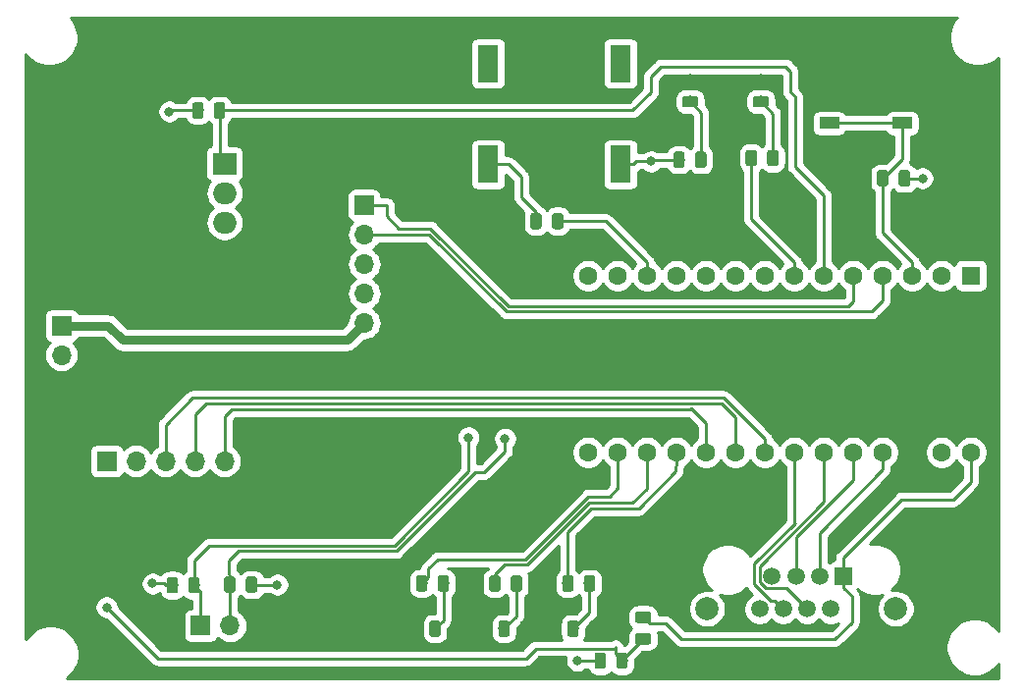
<source format=gbr>
G04 #@! TF.GenerationSoftware,KiCad,Pcbnew,(5.1.4-0-10_14)*
G04 #@! TF.CreationDate,2020-04-29T08:22:51-04:00*
G04 #@! TF.ProjectId,load_cell,6c6f6164-5f63-4656-9c6c-2e6b69636164,rev?*
G04 #@! TF.SameCoordinates,Original*
G04 #@! TF.FileFunction,Copper,L1,Top*
G04 #@! TF.FilePolarity,Positive*
%FSLAX46Y46*%
G04 Gerber Fmt 4.6, Leading zero omitted, Abs format (unit mm)*
G04 Created by KiCad (PCBNEW (5.1.4-0-10_14)) date 2020-04-29 08:22:51*
%MOMM*%
%LPD*%
G04 APERTURE LIST*
%ADD10C,2.000000*%
%ADD11C,1.500000*%
%ADD12R,1.500000X1.500000*%
%ADD13R,1.600000X1.600000*%
%ADD14C,1.600000*%
%ADD15O,1.700000X1.700000*%
%ADD16R,1.700000X1.700000*%
%ADD17C,0.100000*%
%ADD18C,0.975000*%
%ADD19O,2.000000X1.905000*%
%ADD20R,2.000000X1.905000*%
%ADD21R,1.700000X1.000000*%
%ADD22R,1.800000X3.200000*%
%ADD23C,0.800000*%
%ADD24C,0.250000*%
%ADD25C,0.800000*%
%ADD26C,0.254000*%
G04 APERTURE END LIST*
D10*
X141320000Y-116679200D03*
X157580000Y-116679200D03*
D11*
X145862000Y-116701600D03*
X147902000Y-116701600D03*
X149942000Y-116701600D03*
X151982000Y-116701600D03*
X146932800Y-113858800D03*
X148972800Y-113858800D03*
X151012800Y-113858800D03*
D12*
X153052800Y-113858800D03*
D13*
X164090000Y-87950000D03*
D14*
X161550000Y-87950000D03*
X159010000Y-87950000D03*
X156470000Y-87950000D03*
X153930000Y-87950000D03*
X151390000Y-87950000D03*
X148850000Y-87950000D03*
X146310000Y-87950000D03*
X143770000Y-87950000D03*
X141230000Y-87950000D03*
X138690000Y-87950000D03*
X136150000Y-87950000D03*
X133610000Y-87950000D03*
X164090000Y-103190000D03*
X161550000Y-103190000D03*
X159010000Y-103190000D03*
X156470000Y-103190000D03*
X153930000Y-103190000D03*
X151390000Y-103190000D03*
X148850000Y-103190000D03*
X146310000Y-103190000D03*
X143770000Y-103190000D03*
X141230000Y-103190000D03*
X138690000Y-103190000D03*
X136150000Y-103190000D03*
X133610000Y-103190000D03*
X131070000Y-87950000D03*
X131070000Y-103190000D03*
D15*
X102730000Y-118150000D03*
X100190000Y-118150000D03*
D16*
X97650000Y-118150000D03*
D17*
G36*
X134255142Y-120451174D02*
G01*
X134278803Y-120454684D01*
X134302007Y-120460496D01*
X134324529Y-120468554D01*
X134346153Y-120478782D01*
X134366670Y-120491079D01*
X134385883Y-120505329D01*
X134403607Y-120521393D01*
X134419671Y-120539117D01*
X134433921Y-120558330D01*
X134446218Y-120578847D01*
X134456446Y-120600471D01*
X134464504Y-120622993D01*
X134470316Y-120646197D01*
X134473826Y-120669858D01*
X134475000Y-120693750D01*
X134475000Y-121606250D01*
X134473826Y-121630142D01*
X134470316Y-121653803D01*
X134464504Y-121677007D01*
X134456446Y-121699529D01*
X134446218Y-121721153D01*
X134433921Y-121741670D01*
X134419671Y-121760883D01*
X134403607Y-121778607D01*
X134385883Y-121794671D01*
X134366670Y-121808921D01*
X134346153Y-121821218D01*
X134324529Y-121831446D01*
X134302007Y-121839504D01*
X134278803Y-121845316D01*
X134255142Y-121848826D01*
X134231250Y-121850000D01*
X133743750Y-121850000D01*
X133719858Y-121848826D01*
X133696197Y-121845316D01*
X133672993Y-121839504D01*
X133650471Y-121831446D01*
X133628847Y-121821218D01*
X133608330Y-121808921D01*
X133589117Y-121794671D01*
X133571393Y-121778607D01*
X133555329Y-121760883D01*
X133541079Y-121741670D01*
X133528782Y-121721153D01*
X133518554Y-121699529D01*
X133510496Y-121677007D01*
X133504684Y-121653803D01*
X133501174Y-121630142D01*
X133500000Y-121606250D01*
X133500000Y-120693750D01*
X133501174Y-120669858D01*
X133504684Y-120646197D01*
X133510496Y-120622993D01*
X133518554Y-120600471D01*
X133528782Y-120578847D01*
X133541079Y-120558330D01*
X133555329Y-120539117D01*
X133571393Y-120521393D01*
X133589117Y-120505329D01*
X133608330Y-120491079D01*
X133628847Y-120478782D01*
X133650471Y-120468554D01*
X133672993Y-120460496D01*
X133696197Y-120454684D01*
X133719858Y-120451174D01*
X133743750Y-120450000D01*
X134231250Y-120450000D01*
X134255142Y-120451174D01*
X134255142Y-120451174D01*
G37*
D18*
X133987500Y-121150000D03*
D17*
G36*
X132380142Y-120451174D02*
G01*
X132403803Y-120454684D01*
X132427007Y-120460496D01*
X132449529Y-120468554D01*
X132471153Y-120478782D01*
X132491670Y-120491079D01*
X132510883Y-120505329D01*
X132528607Y-120521393D01*
X132544671Y-120539117D01*
X132558921Y-120558330D01*
X132571218Y-120578847D01*
X132581446Y-120600471D01*
X132589504Y-120622993D01*
X132595316Y-120646197D01*
X132598826Y-120669858D01*
X132600000Y-120693750D01*
X132600000Y-121606250D01*
X132598826Y-121630142D01*
X132595316Y-121653803D01*
X132589504Y-121677007D01*
X132581446Y-121699529D01*
X132571218Y-121721153D01*
X132558921Y-121741670D01*
X132544671Y-121760883D01*
X132528607Y-121778607D01*
X132510883Y-121794671D01*
X132491670Y-121808921D01*
X132471153Y-121821218D01*
X132449529Y-121831446D01*
X132427007Y-121839504D01*
X132403803Y-121845316D01*
X132380142Y-121848826D01*
X132356250Y-121850000D01*
X131868750Y-121850000D01*
X131844858Y-121848826D01*
X131821197Y-121845316D01*
X131797993Y-121839504D01*
X131775471Y-121831446D01*
X131753847Y-121821218D01*
X131733330Y-121808921D01*
X131714117Y-121794671D01*
X131696393Y-121778607D01*
X131680329Y-121760883D01*
X131666079Y-121741670D01*
X131653782Y-121721153D01*
X131643554Y-121699529D01*
X131635496Y-121677007D01*
X131629684Y-121653803D01*
X131626174Y-121630142D01*
X131625000Y-121606250D01*
X131625000Y-120693750D01*
X131626174Y-120669858D01*
X131629684Y-120646197D01*
X131635496Y-120622993D01*
X131643554Y-120600471D01*
X131653782Y-120578847D01*
X131666079Y-120558330D01*
X131680329Y-120539117D01*
X131696393Y-120521393D01*
X131714117Y-120505329D01*
X131733330Y-120491079D01*
X131753847Y-120478782D01*
X131775471Y-120468554D01*
X131797993Y-120460496D01*
X131821197Y-120454684D01*
X131844858Y-120451174D01*
X131868750Y-120450000D01*
X132356250Y-120450000D01*
X132380142Y-120451174D01*
X132380142Y-120451174D01*
G37*
D18*
X132112500Y-121150000D03*
D17*
G36*
X136280142Y-116926174D02*
G01*
X136303803Y-116929684D01*
X136327007Y-116935496D01*
X136349529Y-116943554D01*
X136371153Y-116953782D01*
X136391670Y-116966079D01*
X136410883Y-116980329D01*
X136428607Y-116996393D01*
X136444671Y-117014117D01*
X136458921Y-117033330D01*
X136471218Y-117053847D01*
X136481446Y-117075471D01*
X136489504Y-117097993D01*
X136495316Y-117121197D01*
X136498826Y-117144858D01*
X136500000Y-117168750D01*
X136500000Y-117656250D01*
X136498826Y-117680142D01*
X136495316Y-117703803D01*
X136489504Y-117727007D01*
X136481446Y-117749529D01*
X136471218Y-117771153D01*
X136458921Y-117791670D01*
X136444671Y-117810883D01*
X136428607Y-117828607D01*
X136410883Y-117844671D01*
X136391670Y-117858921D01*
X136371153Y-117871218D01*
X136349529Y-117881446D01*
X136327007Y-117889504D01*
X136303803Y-117895316D01*
X136280142Y-117898826D01*
X136256250Y-117900000D01*
X135343750Y-117900000D01*
X135319858Y-117898826D01*
X135296197Y-117895316D01*
X135272993Y-117889504D01*
X135250471Y-117881446D01*
X135228847Y-117871218D01*
X135208330Y-117858921D01*
X135189117Y-117844671D01*
X135171393Y-117828607D01*
X135155329Y-117810883D01*
X135141079Y-117791670D01*
X135128782Y-117771153D01*
X135118554Y-117749529D01*
X135110496Y-117727007D01*
X135104684Y-117703803D01*
X135101174Y-117680142D01*
X135100000Y-117656250D01*
X135100000Y-117168750D01*
X135101174Y-117144858D01*
X135104684Y-117121197D01*
X135110496Y-117097993D01*
X135118554Y-117075471D01*
X135128782Y-117053847D01*
X135141079Y-117033330D01*
X135155329Y-117014117D01*
X135171393Y-116996393D01*
X135189117Y-116980329D01*
X135208330Y-116966079D01*
X135228847Y-116953782D01*
X135250471Y-116943554D01*
X135272993Y-116935496D01*
X135296197Y-116929684D01*
X135319858Y-116926174D01*
X135343750Y-116925000D01*
X136256250Y-116925000D01*
X136280142Y-116926174D01*
X136280142Y-116926174D01*
G37*
D18*
X135800000Y-117412500D03*
D17*
G36*
X136280142Y-118801174D02*
G01*
X136303803Y-118804684D01*
X136327007Y-118810496D01*
X136349529Y-118818554D01*
X136371153Y-118828782D01*
X136391670Y-118841079D01*
X136410883Y-118855329D01*
X136428607Y-118871393D01*
X136444671Y-118889117D01*
X136458921Y-118908330D01*
X136471218Y-118928847D01*
X136481446Y-118950471D01*
X136489504Y-118972993D01*
X136495316Y-118996197D01*
X136498826Y-119019858D01*
X136500000Y-119043750D01*
X136500000Y-119531250D01*
X136498826Y-119555142D01*
X136495316Y-119578803D01*
X136489504Y-119602007D01*
X136481446Y-119624529D01*
X136471218Y-119646153D01*
X136458921Y-119666670D01*
X136444671Y-119685883D01*
X136428607Y-119703607D01*
X136410883Y-119719671D01*
X136391670Y-119733921D01*
X136371153Y-119746218D01*
X136349529Y-119756446D01*
X136327007Y-119764504D01*
X136303803Y-119770316D01*
X136280142Y-119773826D01*
X136256250Y-119775000D01*
X135343750Y-119775000D01*
X135319858Y-119773826D01*
X135296197Y-119770316D01*
X135272993Y-119764504D01*
X135250471Y-119756446D01*
X135228847Y-119746218D01*
X135208330Y-119733921D01*
X135189117Y-119719671D01*
X135171393Y-119703607D01*
X135155329Y-119685883D01*
X135141079Y-119666670D01*
X135128782Y-119646153D01*
X135118554Y-119624529D01*
X135110496Y-119602007D01*
X135104684Y-119578803D01*
X135101174Y-119555142D01*
X135100000Y-119531250D01*
X135100000Y-119043750D01*
X135101174Y-119019858D01*
X135104684Y-118996197D01*
X135110496Y-118972993D01*
X135118554Y-118950471D01*
X135128782Y-118928847D01*
X135141079Y-118908330D01*
X135155329Y-118889117D01*
X135171393Y-118871393D01*
X135189117Y-118855329D01*
X135208330Y-118841079D01*
X135228847Y-118828782D01*
X135250471Y-118818554D01*
X135272993Y-118810496D01*
X135296197Y-118804684D01*
X135319858Y-118801174D01*
X135343750Y-118800000D01*
X136256250Y-118800000D01*
X136280142Y-118801174D01*
X136280142Y-118801174D01*
G37*
D18*
X135800000Y-119287500D03*
D17*
G36*
X100430142Y-113901174D02*
G01*
X100453803Y-113904684D01*
X100477007Y-113910496D01*
X100499529Y-113918554D01*
X100521153Y-113928782D01*
X100541670Y-113941079D01*
X100560883Y-113955329D01*
X100578607Y-113971393D01*
X100594671Y-113989117D01*
X100608921Y-114008330D01*
X100621218Y-114028847D01*
X100631446Y-114050471D01*
X100639504Y-114072993D01*
X100645316Y-114096197D01*
X100648826Y-114119858D01*
X100650000Y-114143750D01*
X100650000Y-115056250D01*
X100648826Y-115080142D01*
X100645316Y-115103803D01*
X100639504Y-115127007D01*
X100631446Y-115149529D01*
X100621218Y-115171153D01*
X100608921Y-115191670D01*
X100594671Y-115210883D01*
X100578607Y-115228607D01*
X100560883Y-115244671D01*
X100541670Y-115258921D01*
X100521153Y-115271218D01*
X100499529Y-115281446D01*
X100477007Y-115289504D01*
X100453803Y-115295316D01*
X100430142Y-115298826D01*
X100406250Y-115300000D01*
X99918750Y-115300000D01*
X99894858Y-115298826D01*
X99871197Y-115295316D01*
X99847993Y-115289504D01*
X99825471Y-115281446D01*
X99803847Y-115271218D01*
X99783330Y-115258921D01*
X99764117Y-115244671D01*
X99746393Y-115228607D01*
X99730329Y-115210883D01*
X99716079Y-115191670D01*
X99703782Y-115171153D01*
X99693554Y-115149529D01*
X99685496Y-115127007D01*
X99679684Y-115103803D01*
X99676174Y-115080142D01*
X99675000Y-115056250D01*
X99675000Y-114143750D01*
X99676174Y-114119858D01*
X99679684Y-114096197D01*
X99685496Y-114072993D01*
X99693554Y-114050471D01*
X99703782Y-114028847D01*
X99716079Y-114008330D01*
X99730329Y-113989117D01*
X99746393Y-113971393D01*
X99764117Y-113955329D01*
X99783330Y-113941079D01*
X99803847Y-113928782D01*
X99825471Y-113918554D01*
X99847993Y-113910496D01*
X99871197Y-113904684D01*
X99894858Y-113901174D01*
X99918750Y-113900000D01*
X100406250Y-113900000D01*
X100430142Y-113901174D01*
X100430142Y-113901174D01*
G37*
D18*
X100162500Y-114600000D03*
D17*
G36*
X102305142Y-113901174D02*
G01*
X102328803Y-113904684D01*
X102352007Y-113910496D01*
X102374529Y-113918554D01*
X102396153Y-113928782D01*
X102416670Y-113941079D01*
X102435883Y-113955329D01*
X102453607Y-113971393D01*
X102469671Y-113989117D01*
X102483921Y-114008330D01*
X102496218Y-114028847D01*
X102506446Y-114050471D01*
X102514504Y-114072993D01*
X102520316Y-114096197D01*
X102523826Y-114119858D01*
X102525000Y-114143750D01*
X102525000Y-115056250D01*
X102523826Y-115080142D01*
X102520316Y-115103803D01*
X102514504Y-115127007D01*
X102506446Y-115149529D01*
X102496218Y-115171153D01*
X102483921Y-115191670D01*
X102469671Y-115210883D01*
X102453607Y-115228607D01*
X102435883Y-115244671D01*
X102416670Y-115258921D01*
X102396153Y-115271218D01*
X102374529Y-115281446D01*
X102352007Y-115289504D01*
X102328803Y-115295316D01*
X102305142Y-115298826D01*
X102281250Y-115300000D01*
X101793750Y-115300000D01*
X101769858Y-115298826D01*
X101746197Y-115295316D01*
X101722993Y-115289504D01*
X101700471Y-115281446D01*
X101678847Y-115271218D01*
X101658330Y-115258921D01*
X101639117Y-115244671D01*
X101621393Y-115228607D01*
X101605329Y-115210883D01*
X101591079Y-115191670D01*
X101578782Y-115171153D01*
X101568554Y-115149529D01*
X101560496Y-115127007D01*
X101554684Y-115103803D01*
X101551174Y-115080142D01*
X101550000Y-115056250D01*
X101550000Y-114143750D01*
X101551174Y-114119858D01*
X101554684Y-114096197D01*
X101560496Y-114072993D01*
X101568554Y-114050471D01*
X101578782Y-114028847D01*
X101591079Y-114008330D01*
X101605329Y-113989117D01*
X101621393Y-113971393D01*
X101639117Y-113955329D01*
X101658330Y-113941079D01*
X101678847Y-113928782D01*
X101700471Y-113918554D01*
X101722993Y-113910496D01*
X101746197Y-113904684D01*
X101769858Y-113901174D01*
X101793750Y-113900000D01*
X102281250Y-113900000D01*
X102305142Y-113901174D01*
X102305142Y-113901174D01*
G37*
D18*
X102037500Y-114600000D03*
D17*
G36*
X95480142Y-113951174D02*
G01*
X95503803Y-113954684D01*
X95527007Y-113960496D01*
X95549529Y-113968554D01*
X95571153Y-113978782D01*
X95591670Y-113991079D01*
X95610883Y-114005329D01*
X95628607Y-114021393D01*
X95644671Y-114039117D01*
X95658921Y-114058330D01*
X95671218Y-114078847D01*
X95681446Y-114100471D01*
X95689504Y-114122993D01*
X95695316Y-114146197D01*
X95698826Y-114169858D01*
X95700000Y-114193750D01*
X95700000Y-115106250D01*
X95698826Y-115130142D01*
X95695316Y-115153803D01*
X95689504Y-115177007D01*
X95681446Y-115199529D01*
X95671218Y-115221153D01*
X95658921Y-115241670D01*
X95644671Y-115260883D01*
X95628607Y-115278607D01*
X95610883Y-115294671D01*
X95591670Y-115308921D01*
X95571153Y-115321218D01*
X95549529Y-115331446D01*
X95527007Y-115339504D01*
X95503803Y-115345316D01*
X95480142Y-115348826D01*
X95456250Y-115350000D01*
X94968750Y-115350000D01*
X94944858Y-115348826D01*
X94921197Y-115345316D01*
X94897993Y-115339504D01*
X94875471Y-115331446D01*
X94853847Y-115321218D01*
X94833330Y-115308921D01*
X94814117Y-115294671D01*
X94796393Y-115278607D01*
X94780329Y-115260883D01*
X94766079Y-115241670D01*
X94753782Y-115221153D01*
X94743554Y-115199529D01*
X94735496Y-115177007D01*
X94729684Y-115153803D01*
X94726174Y-115130142D01*
X94725000Y-115106250D01*
X94725000Y-114193750D01*
X94726174Y-114169858D01*
X94729684Y-114146197D01*
X94735496Y-114122993D01*
X94743554Y-114100471D01*
X94753782Y-114078847D01*
X94766079Y-114058330D01*
X94780329Y-114039117D01*
X94796393Y-114021393D01*
X94814117Y-114005329D01*
X94833330Y-113991079D01*
X94853847Y-113978782D01*
X94875471Y-113968554D01*
X94897993Y-113960496D01*
X94921197Y-113954684D01*
X94944858Y-113951174D01*
X94968750Y-113950000D01*
X95456250Y-113950000D01*
X95480142Y-113951174D01*
X95480142Y-113951174D01*
G37*
D18*
X95212500Y-114650000D03*
D17*
G36*
X97355142Y-113951174D02*
G01*
X97378803Y-113954684D01*
X97402007Y-113960496D01*
X97424529Y-113968554D01*
X97446153Y-113978782D01*
X97466670Y-113991079D01*
X97485883Y-114005329D01*
X97503607Y-114021393D01*
X97519671Y-114039117D01*
X97533921Y-114058330D01*
X97546218Y-114078847D01*
X97556446Y-114100471D01*
X97564504Y-114122993D01*
X97570316Y-114146197D01*
X97573826Y-114169858D01*
X97575000Y-114193750D01*
X97575000Y-115106250D01*
X97573826Y-115130142D01*
X97570316Y-115153803D01*
X97564504Y-115177007D01*
X97556446Y-115199529D01*
X97546218Y-115221153D01*
X97533921Y-115241670D01*
X97519671Y-115260883D01*
X97503607Y-115278607D01*
X97485883Y-115294671D01*
X97466670Y-115308921D01*
X97446153Y-115321218D01*
X97424529Y-115331446D01*
X97402007Y-115339504D01*
X97378803Y-115345316D01*
X97355142Y-115348826D01*
X97331250Y-115350000D01*
X96843750Y-115350000D01*
X96819858Y-115348826D01*
X96796197Y-115345316D01*
X96772993Y-115339504D01*
X96750471Y-115331446D01*
X96728847Y-115321218D01*
X96708330Y-115308921D01*
X96689117Y-115294671D01*
X96671393Y-115278607D01*
X96655329Y-115260883D01*
X96641079Y-115241670D01*
X96628782Y-115221153D01*
X96618554Y-115199529D01*
X96610496Y-115177007D01*
X96604684Y-115153803D01*
X96601174Y-115130142D01*
X96600000Y-115106250D01*
X96600000Y-114193750D01*
X96601174Y-114169858D01*
X96604684Y-114146197D01*
X96610496Y-114122993D01*
X96618554Y-114100471D01*
X96628782Y-114078847D01*
X96641079Y-114058330D01*
X96655329Y-114039117D01*
X96671393Y-114021393D01*
X96689117Y-114005329D01*
X96708330Y-113991079D01*
X96728847Y-113978782D01*
X96750471Y-113968554D01*
X96772993Y-113960496D01*
X96796197Y-113954684D01*
X96819858Y-113951174D01*
X96843750Y-113950000D01*
X97331250Y-113950000D01*
X97355142Y-113951174D01*
X97355142Y-113951174D01*
G37*
D18*
X97087500Y-114650000D03*
D17*
G36*
X97680142Y-73001174D02*
G01*
X97703803Y-73004684D01*
X97727007Y-73010496D01*
X97749529Y-73018554D01*
X97771153Y-73028782D01*
X97791670Y-73041079D01*
X97810883Y-73055329D01*
X97828607Y-73071393D01*
X97844671Y-73089117D01*
X97858921Y-73108330D01*
X97871218Y-73128847D01*
X97881446Y-73150471D01*
X97889504Y-73172993D01*
X97895316Y-73196197D01*
X97898826Y-73219858D01*
X97900000Y-73243750D01*
X97900000Y-74156250D01*
X97898826Y-74180142D01*
X97895316Y-74203803D01*
X97889504Y-74227007D01*
X97881446Y-74249529D01*
X97871218Y-74271153D01*
X97858921Y-74291670D01*
X97844671Y-74310883D01*
X97828607Y-74328607D01*
X97810883Y-74344671D01*
X97791670Y-74358921D01*
X97771153Y-74371218D01*
X97749529Y-74381446D01*
X97727007Y-74389504D01*
X97703803Y-74395316D01*
X97680142Y-74398826D01*
X97656250Y-74400000D01*
X97168750Y-74400000D01*
X97144858Y-74398826D01*
X97121197Y-74395316D01*
X97097993Y-74389504D01*
X97075471Y-74381446D01*
X97053847Y-74371218D01*
X97033330Y-74358921D01*
X97014117Y-74344671D01*
X96996393Y-74328607D01*
X96980329Y-74310883D01*
X96966079Y-74291670D01*
X96953782Y-74271153D01*
X96943554Y-74249529D01*
X96935496Y-74227007D01*
X96929684Y-74203803D01*
X96926174Y-74180142D01*
X96925000Y-74156250D01*
X96925000Y-73243750D01*
X96926174Y-73219858D01*
X96929684Y-73196197D01*
X96935496Y-73172993D01*
X96943554Y-73150471D01*
X96953782Y-73128847D01*
X96966079Y-73108330D01*
X96980329Y-73089117D01*
X96996393Y-73071393D01*
X97014117Y-73055329D01*
X97033330Y-73041079D01*
X97053847Y-73028782D01*
X97075471Y-73018554D01*
X97097993Y-73010496D01*
X97121197Y-73004684D01*
X97144858Y-73001174D01*
X97168750Y-73000000D01*
X97656250Y-73000000D01*
X97680142Y-73001174D01*
X97680142Y-73001174D01*
G37*
D18*
X97412500Y-73700000D03*
D17*
G36*
X99555142Y-73001174D02*
G01*
X99578803Y-73004684D01*
X99602007Y-73010496D01*
X99624529Y-73018554D01*
X99646153Y-73028782D01*
X99666670Y-73041079D01*
X99685883Y-73055329D01*
X99703607Y-73071393D01*
X99719671Y-73089117D01*
X99733921Y-73108330D01*
X99746218Y-73128847D01*
X99756446Y-73150471D01*
X99764504Y-73172993D01*
X99770316Y-73196197D01*
X99773826Y-73219858D01*
X99775000Y-73243750D01*
X99775000Y-74156250D01*
X99773826Y-74180142D01*
X99770316Y-74203803D01*
X99764504Y-74227007D01*
X99756446Y-74249529D01*
X99746218Y-74271153D01*
X99733921Y-74291670D01*
X99719671Y-74310883D01*
X99703607Y-74328607D01*
X99685883Y-74344671D01*
X99666670Y-74358921D01*
X99646153Y-74371218D01*
X99624529Y-74381446D01*
X99602007Y-74389504D01*
X99578803Y-74395316D01*
X99555142Y-74398826D01*
X99531250Y-74400000D01*
X99043750Y-74400000D01*
X99019858Y-74398826D01*
X98996197Y-74395316D01*
X98972993Y-74389504D01*
X98950471Y-74381446D01*
X98928847Y-74371218D01*
X98908330Y-74358921D01*
X98889117Y-74344671D01*
X98871393Y-74328607D01*
X98855329Y-74310883D01*
X98841079Y-74291670D01*
X98828782Y-74271153D01*
X98818554Y-74249529D01*
X98810496Y-74227007D01*
X98804684Y-74203803D01*
X98801174Y-74180142D01*
X98800000Y-74156250D01*
X98800000Y-73243750D01*
X98801174Y-73219858D01*
X98804684Y-73196197D01*
X98810496Y-73172993D01*
X98818554Y-73150471D01*
X98828782Y-73128847D01*
X98841079Y-73108330D01*
X98855329Y-73089117D01*
X98871393Y-73071393D01*
X98889117Y-73055329D01*
X98908330Y-73041079D01*
X98928847Y-73028782D01*
X98950471Y-73018554D01*
X98972993Y-73010496D01*
X98996197Y-73004684D01*
X99019858Y-73001174D01*
X99043750Y-73000000D01*
X99531250Y-73000000D01*
X99555142Y-73001174D01*
X99555142Y-73001174D01*
G37*
D18*
X99287500Y-73700000D03*
D17*
G36*
X118855142Y-113801174D02*
G01*
X118878803Y-113804684D01*
X118902007Y-113810496D01*
X118924529Y-113818554D01*
X118946153Y-113828782D01*
X118966670Y-113841079D01*
X118985883Y-113855329D01*
X119003607Y-113871393D01*
X119019671Y-113889117D01*
X119033921Y-113908330D01*
X119046218Y-113928847D01*
X119056446Y-113950471D01*
X119064504Y-113972993D01*
X119070316Y-113996197D01*
X119073826Y-114019858D01*
X119075000Y-114043750D01*
X119075000Y-114956250D01*
X119073826Y-114980142D01*
X119070316Y-115003803D01*
X119064504Y-115027007D01*
X119056446Y-115049529D01*
X119046218Y-115071153D01*
X119033921Y-115091670D01*
X119019671Y-115110883D01*
X119003607Y-115128607D01*
X118985883Y-115144671D01*
X118966670Y-115158921D01*
X118946153Y-115171218D01*
X118924529Y-115181446D01*
X118902007Y-115189504D01*
X118878803Y-115195316D01*
X118855142Y-115198826D01*
X118831250Y-115200000D01*
X118343750Y-115200000D01*
X118319858Y-115198826D01*
X118296197Y-115195316D01*
X118272993Y-115189504D01*
X118250471Y-115181446D01*
X118228847Y-115171218D01*
X118208330Y-115158921D01*
X118189117Y-115144671D01*
X118171393Y-115128607D01*
X118155329Y-115110883D01*
X118141079Y-115091670D01*
X118128782Y-115071153D01*
X118118554Y-115049529D01*
X118110496Y-115027007D01*
X118104684Y-115003803D01*
X118101174Y-114980142D01*
X118100000Y-114956250D01*
X118100000Y-114043750D01*
X118101174Y-114019858D01*
X118104684Y-113996197D01*
X118110496Y-113972993D01*
X118118554Y-113950471D01*
X118128782Y-113928847D01*
X118141079Y-113908330D01*
X118155329Y-113889117D01*
X118171393Y-113871393D01*
X118189117Y-113855329D01*
X118208330Y-113841079D01*
X118228847Y-113828782D01*
X118250471Y-113818554D01*
X118272993Y-113810496D01*
X118296197Y-113804684D01*
X118319858Y-113801174D01*
X118343750Y-113800000D01*
X118831250Y-113800000D01*
X118855142Y-113801174D01*
X118855142Y-113801174D01*
G37*
D18*
X118587500Y-114500000D03*
D17*
G36*
X116980142Y-113801174D02*
G01*
X117003803Y-113804684D01*
X117027007Y-113810496D01*
X117049529Y-113818554D01*
X117071153Y-113828782D01*
X117091670Y-113841079D01*
X117110883Y-113855329D01*
X117128607Y-113871393D01*
X117144671Y-113889117D01*
X117158921Y-113908330D01*
X117171218Y-113928847D01*
X117181446Y-113950471D01*
X117189504Y-113972993D01*
X117195316Y-113996197D01*
X117198826Y-114019858D01*
X117200000Y-114043750D01*
X117200000Y-114956250D01*
X117198826Y-114980142D01*
X117195316Y-115003803D01*
X117189504Y-115027007D01*
X117181446Y-115049529D01*
X117171218Y-115071153D01*
X117158921Y-115091670D01*
X117144671Y-115110883D01*
X117128607Y-115128607D01*
X117110883Y-115144671D01*
X117091670Y-115158921D01*
X117071153Y-115171218D01*
X117049529Y-115181446D01*
X117027007Y-115189504D01*
X117003803Y-115195316D01*
X116980142Y-115198826D01*
X116956250Y-115200000D01*
X116468750Y-115200000D01*
X116444858Y-115198826D01*
X116421197Y-115195316D01*
X116397993Y-115189504D01*
X116375471Y-115181446D01*
X116353847Y-115171218D01*
X116333330Y-115158921D01*
X116314117Y-115144671D01*
X116296393Y-115128607D01*
X116280329Y-115110883D01*
X116266079Y-115091670D01*
X116253782Y-115071153D01*
X116243554Y-115049529D01*
X116235496Y-115027007D01*
X116229684Y-115003803D01*
X116226174Y-114980142D01*
X116225000Y-114956250D01*
X116225000Y-114043750D01*
X116226174Y-114019858D01*
X116229684Y-113996197D01*
X116235496Y-113972993D01*
X116243554Y-113950471D01*
X116253782Y-113928847D01*
X116266079Y-113908330D01*
X116280329Y-113889117D01*
X116296393Y-113871393D01*
X116314117Y-113855329D01*
X116333330Y-113841079D01*
X116353847Y-113828782D01*
X116375471Y-113818554D01*
X116397993Y-113810496D01*
X116421197Y-113804684D01*
X116444858Y-113801174D01*
X116468750Y-113800000D01*
X116956250Y-113800000D01*
X116980142Y-113801174D01*
X116980142Y-113801174D01*
G37*
D18*
X116712500Y-114500000D03*
D17*
G36*
X125155142Y-113801174D02*
G01*
X125178803Y-113804684D01*
X125202007Y-113810496D01*
X125224529Y-113818554D01*
X125246153Y-113828782D01*
X125266670Y-113841079D01*
X125285883Y-113855329D01*
X125303607Y-113871393D01*
X125319671Y-113889117D01*
X125333921Y-113908330D01*
X125346218Y-113928847D01*
X125356446Y-113950471D01*
X125364504Y-113972993D01*
X125370316Y-113996197D01*
X125373826Y-114019858D01*
X125375000Y-114043750D01*
X125375000Y-114956250D01*
X125373826Y-114980142D01*
X125370316Y-115003803D01*
X125364504Y-115027007D01*
X125356446Y-115049529D01*
X125346218Y-115071153D01*
X125333921Y-115091670D01*
X125319671Y-115110883D01*
X125303607Y-115128607D01*
X125285883Y-115144671D01*
X125266670Y-115158921D01*
X125246153Y-115171218D01*
X125224529Y-115181446D01*
X125202007Y-115189504D01*
X125178803Y-115195316D01*
X125155142Y-115198826D01*
X125131250Y-115200000D01*
X124643750Y-115200000D01*
X124619858Y-115198826D01*
X124596197Y-115195316D01*
X124572993Y-115189504D01*
X124550471Y-115181446D01*
X124528847Y-115171218D01*
X124508330Y-115158921D01*
X124489117Y-115144671D01*
X124471393Y-115128607D01*
X124455329Y-115110883D01*
X124441079Y-115091670D01*
X124428782Y-115071153D01*
X124418554Y-115049529D01*
X124410496Y-115027007D01*
X124404684Y-115003803D01*
X124401174Y-114980142D01*
X124400000Y-114956250D01*
X124400000Y-114043750D01*
X124401174Y-114019858D01*
X124404684Y-113996197D01*
X124410496Y-113972993D01*
X124418554Y-113950471D01*
X124428782Y-113928847D01*
X124441079Y-113908330D01*
X124455329Y-113889117D01*
X124471393Y-113871393D01*
X124489117Y-113855329D01*
X124508330Y-113841079D01*
X124528847Y-113828782D01*
X124550471Y-113818554D01*
X124572993Y-113810496D01*
X124596197Y-113804684D01*
X124619858Y-113801174D01*
X124643750Y-113800000D01*
X125131250Y-113800000D01*
X125155142Y-113801174D01*
X125155142Y-113801174D01*
G37*
D18*
X124887500Y-114500000D03*
D17*
G36*
X123280142Y-113801174D02*
G01*
X123303803Y-113804684D01*
X123327007Y-113810496D01*
X123349529Y-113818554D01*
X123371153Y-113828782D01*
X123391670Y-113841079D01*
X123410883Y-113855329D01*
X123428607Y-113871393D01*
X123444671Y-113889117D01*
X123458921Y-113908330D01*
X123471218Y-113928847D01*
X123481446Y-113950471D01*
X123489504Y-113972993D01*
X123495316Y-113996197D01*
X123498826Y-114019858D01*
X123500000Y-114043750D01*
X123500000Y-114956250D01*
X123498826Y-114980142D01*
X123495316Y-115003803D01*
X123489504Y-115027007D01*
X123481446Y-115049529D01*
X123471218Y-115071153D01*
X123458921Y-115091670D01*
X123444671Y-115110883D01*
X123428607Y-115128607D01*
X123410883Y-115144671D01*
X123391670Y-115158921D01*
X123371153Y-115171218D01*
X123349529Y-115181446D01*
X123327007Y-115189504D01*
X123303803Y-115195316D01*
X123280142Y-115198826D01*
X123256250Y-115200000D01*
X122768750Y-115200000D01*
X122744858Y-115198826D01*
X122721197Y-115195316D01*
X122697993Y-115189504D01*
X122675471Y-115181446D01*
X122653847Y-115171218D01*
X122633330Y-115158921D01*
X122614117Y-115144671D01*
X122596393Y-115128607D01*
X122580329Y-115110883D01*
X122566079Y-115091670D01*
X122553782Y-115071153D01*
X122543554Y-115049529D01*
X122535496Y-115027007D01*
X122529684Y-115003803D01*
X122526174Y-114980142D01*
X122525000Y-114956250D01*
X122525000Y-114043750D01*
X122526174Y-114019858D01*
X122529684Y-113996197D01*
X122535496Y-113972993D01*
X122543554Y-113950471D01*
X122553782Y-113928847D01*
X122566079Y-113908330D01*
X122580329Y-113889117D01*
X122596393Y-113871393D01*
X122614117Y-113855329D01*
X122633330Y-113841079D01*
X122653847Y-113828782D01*
X122675471Y-113818554D01*
X122697993Y-113810496D01*
X122721197Y-113804684D01*
X122744858Y-113801174D01*
X122768750Y-113800000D01*
X123256250Y-113800000D01*
X123280142Y-113801174D01*
X123280142Y-113801174D01*
G37*
D18*
X123012500Y-114500000D03*
D17*
G36*
X126830142Y-82551174D02*
G01*
X126853803Y-82554684D01*
X126877007Y-82560496D01*
X126899529Y-82568554D01*
X126921153Y-82578782D01*
X126941670Y-82591079D01*
X126960883Y-82605329D01*
X126978607Y-82621393D01*
X126994671Y-82639117D01*
X127008921Y-82658330D01*
X127021218Y-82678847D01*
X127031446Y-82700471D01*
X127039504Y-82722993D01*
X127045316Y-82746197D01*
X127048826Y-82769858D01*
X127050000Y-82793750D01*
X127050000Y-83706250D01*
X127048826Y-83730142D01*
X127045316Y-83753803D01*
X127039504Y-83777007D01*
X127031446Y-83799529D01*
X127021218Y-83821153D01*
X127008921Y-83841670D01*
X126994671Y-83860883D01*
X126978607Y-83878607D01*
X126960883Y-83894671D01*
X126941670Y-83908921D01*
X126921153Y-83921218D01*
X126899529Y-83931446D01*
X126877007Y-83939504D01*
X126853803Y-83945316D01*
X126830142Y-83948826D01*
X126806250Y-83950000D01*
X126318750Y-83950000D01*
X126294858Y-83948826D01*
X126271197Y-83945316D01*
X126247993Y-83939504D01*
X126225471Y-83931446D01*
X126203847Y-83921218D01*
X126183330Y-83908921D01*
X126164117Y-83894671D01*
X126146393Y-83878607D01*
X126130329Y-83860883D01*
X126116079Y-83841670D01*
X126103782Y-83821153D01*
X126093554Y-83799529D01*
X126085496Y-83777007D01*
X126079684Y-83753803D01*
X126076174Y-83730142D01*
X126075000Y-83706250D01*
X126075000Y-82793750D01*
X126076174Y-82769858D01*
X126079684Y-82746197D01*
X126085496Y-82722993D01*
X126093554Y-82700471D01*
X126103782Y-82678847D01*
X126116079Y-82658330D01*
X126130329Y-82639117D01*
X126146393Y-82621393D01*
X126164117Y-82605329D01*
X126183330Y-82591079D01*
X126203847Y-82578782D01*
X126225471Y-82568554D01*
X126247993Y-82560496D01*
X126271197Y-82554684D01*
X126294858Y-82551174D01*
X126318750Y-82550000D01*
X126806250Y-82550000D01*
X126830142Y-82551174D01*
X126830142Y-82551174D01*
G37*
D18*
X126562500Y-83250000D03*
D17*
G36*
X128705142Y-82551174D02*
G01*
X128728803Y-82554684D01*
X128752007Y-82560496D01*
X128774529Y-82568554D01*
X128796153Y-82578782D01*
X128816670Y-82591079D01*
X128835883Y-82605329D01*
X128853607Y-82621393D01*
X128869671Y-82639117D01*
X128883921Y-82658330D01*
X128896218Y-82678847D01*
X128906446Y-82700471D01*
X128914504Y-82722993D01*
X128920316Y-82746197D01*
X128923826Y-82769858D01*
X128925000Y-82793750D01*
X128925000Y-83706250D01*
X128923826Y-83730142D01*
X128920316Y-83753803D01*
X128914504Y-83777007D01*
X128906446Y-83799529D01*
X128896218Y-83821153D01*
X128883921Y-83841670D01*
X128869671Y-83860883D01*
X128853607Y-83878607D01*
X128835883Y-83894671D01*
X128816670Y-83908921D01*
X128796153Y-83921218D01*
X128774529Y-83931446D01*
X128752007Y-83939504D01*
X128728803Y-83945316D01*
X128705142Y-83948826D01*
X128681250Y-83950000D01*
X128193750Y-83950000D01*
X128169858Y-83948826D01*
X128146197Y-83945316D01*
X128122993Y-83939504D01*
X128100471Y-83931446D01*
X128078847Y-83921218D01*
X128058330Y-83908921D01*
X128039117Y-83894671D01*
X128021393Y-83878607D01*
X128005329Y-83860883D01*
X127991079Y-83841670D01*
X127978782Y-83821153D01*
X127968554Y-83799529D01*
X127960496Y-83777007D01*
X127954684Y-83753803D01*
X127951174Y-83730142D01*
X127950000Y-83706250D01*
X127950000Y-82793750D01*
X127951174Y-82769858D01*
X127954684Y-82746197D01*
X127960496Y-82722993D01*
X127968554Y-82700471D01*
X127978782Y-82678847D01*
X127991079Y-82658330D01*
X128005329Y-82639117D01*
X128021393Y-82621393D01*
X128039117Y-82605329D01*
X128058330Y-82591079D01*
X128078847Y-82578782D01*
X128100471Y-82568554D01*
X128122993Y-82560496D01*
X128146197Y-82554684D01*
X128169858Y-82551174D01*
X128193750Y-82550000D01*
X128681250Y-82550000D01*
X128705142Y-82551174D01*
X128705142Y-82551174D01*
G37*
D18*
X128437500Y-83250000D03*
D17*
G36*
X158605142Y-78851174D02*
G01*
X158628803Y-78854684D01*
X158652007Y-78860496D01*
X158674529Y-78868554D01*
X158696153Y-78878782D01*
X158716670Y-78891079D01*
X158735883Y-78905329D01*
X158753607Y-78921393D01*
X158769671Y-78939117D01*
X158783921Y-78958330D01*
X158796218Y-78978847D01*
X158806446Y-79000471D01*
X158814504Y-79022993D01*
X158820316Y-79046197D01*
X158823826Y-79069858D01*
X158825000Y-79093750D01*
X158825000Y-80006250D01*
X158823826Y-80030142D01*
X158820316Y-80053803D01*
X158814504Y-80077007D01*
X158806446Y-80099529D01*
X158796218Y-80121153D01*
X158783921Y-80141670D01*
X158769671Y-80160883D01*
X158753607Y-80178607D01*
X158735883Y-80194671D01*
X158716670Y-80208921D01*
X158696153Y-80221218D01*
X158674529Y-80231446D01*
X158652007Y-80239504D01*
X158628803Y-80245316D01*
X158605142Y-80248826D01*
X158581250Y-80250000D01*
X158093750Y-80250000D01*
X158069858Y-80248826D01*
X158046197Y-80245316D01*
X158022993Y-80239504D01*
X158000471Y-80231446D01*
X157978847Y-80221218D01*
X157958330Y-80208921D01*
X157939117Y-80194671D01*
X157921393Y-80178607D01*
X157905329Y-80160883D01*
X157891079Y-80141670D01*
X157878782Y-80121153D01*
X157868554Y-80099529D01*
X157860496Y-80077007D01*
X157854684Y-80053803D01*
X157851174Y-80030142D01*
X157850000Y-80006250D01*
X157850000Y-79093750D01*
X157851174Y-79069858D01*
X157854684Y-79046197D01*
X157860496Y-79022993D01*
X157868554Y-79000471D01*
X157878782Y-78978847D01*
X157891079Y-78958330D01*
X157905329Y-78939117D01*
X157921393Y-78921393D01*
X157939117Y-78905329D01*
X157958330Y-78891079D01*
X157978847Y-78878782D01*
X158000471Y-78868554D01*
X158022993Y-78860496D01*
X158046197Y-78854684D01*
X158069858Y-78851174D01*
X158093750Y-78850000D01*
X158581250Y-78850000D01*
X158605142Y-78851174D01*
X158605142Y-78851174D01*
G37*
D18*
X158337500Y-79550000D03*
D17*
G36*
X156730142Y-78851174D02*
G01*
X156753803Y-78854684D01*
X156777007Y-78860496D01*
X156799529Y-78868554D01*
X156821153Y-78878782D01*
X156841670Y-78891079D01*
X156860883Y-78905329D01*
X156878607Y-78921393D01*
X156894671Y-78939117D01*
X156908921Y-78958330D01*
X156921218Y-78978847D01*
X156931446Y-79000471D01*
X156939504Y-79022993D01*
X156945316Y-79046197D01*
X156948826Y-79069858D01*
X156950000Y-79093750D01*
X156950000Y-80006250D01*
X156948826Y-80030142D01*
X156945316Y-80053803D01*
X156939504Y-80077007D01*
X156931446Y-80099529D01*
X156921218Y-80121153D01*
X156908921Y-80141670D01*
X156894671Y-80160883D01*
X156878607Y-80178607D01*
X156860883Y-80194671D01*
X156841670Y-80208921D01*
X156821153Y-80221218D01*
X156799529Y-80231446D01*
X156777007Y-80239504D01*
X156753803Y-80245316D01*
X156730142Y-80248826D01*
X156706250Y-80250000D01*
X156218750Y-80250000D01*
X156194858Y-80248826D01*
X156171197Y-80245316D01*
X156147993Y-80239504D01*
X156125471Y-80231446D01*
X156103847Y-80221218D01*
X156083330Y-80208921D01*
X156064117Y-80194671D01*
X156046393Y-80178607D01*
X156030329Y-80160883D01*
X156016079Y-80141670D01*
X156003782Y-80121153D01*
X155993554Y-80099529D01*
X155985496Y-80077007D01*
X155979684Y-80053803D01*
X155976174Y-80030142D01*
X155975000Y-80006250D01*
X155975000Y-79093750D01*
X155976174Y-79069858D01*
X155979684Y-79046197D01*
X155985496Y-79022993D01*
X155993554Y-79000471D01*
X156003782Y-78978847D01*
X156016079Y-78958330D01*
X156030329Y-78939117D01*
X156046393Y-78921393D01*
X156064117Y-78905329D01*
X156083330Y-78891079D01*
X156103847Y-78878782D01*
X156125471Y-78868554D01*
X156147993Y-78860496D01*
X156171197Y-78854684D01*
X156194858Y-78851174D01*
X156218750Y-78850000D01*
X156706250Y-78850000D01*
X156730142Y-78851174D01*
X156730142Y-78851174D01*
G37*
D18*
X156462500Y-79550000D03*
D17*
G36*
X131455142Y-113801174D02*
G01*
X131478803Y-113804684D01*
X131502007Y-113810496D01*
X131524529Y-113818554D01*
X131546153Y-113828782D01*
X131566670Y-113841079D01*
X131585883Y-113855329D01*
X131603607Y-113871393D01*
X131619671Y-113889117D01*
X131633921Y-113908330D01*
X131646218Y-113928847D01*
X131656446Y-113950471D01*
X131664504Y-113972993D01*
X131670316Y-113996197D01*
X131673826Y-114019858D01*
X131675000Y-114043750D01*
X131675000Y-114956250D01*
X131673826Y-114980142D01*
X131670316Y-115003803D01*
X131664504Y-115027007D01*
X131656446Y-115049529D01*
X131646218Y-115071153D01*
X131633921Y-115091670D01*
X131619671Y-115110883D01*
X131603607Y-115128607D01*
X131585883Y-115144671D01*
X131566670Y-115158921D01*
X131546153Y-115171218D01*
X131524529Y-115181446D01*
X131502007Y-115189504D01*
X131478803Y-115195316D01*
X131455142Y-115198826D01*
X131431250Y-115200000D01*
X130943750Y-115200000D01*
X130919858Y-115198826D01*
X130896197Y-115195316D01*
X130872993Y-115189504D01*
X130850471Y-115181446D01*
X130828847Y-115171218D01*
X130808330Y-115158921D01*
X130789117Y-115144671D01*
X130771393Y-115128607D01*
X130755329Y-115110883D01*
X130741079Y-115091670D01*
X130728782Y-115071153D01*
X130718554Y-115049529D01*
X130710496Y-115027007D01*
X130704684Y-115003803D01*
X130701174Y-114980142D01*
X130700000Y-114956250D01*
X130700000Y-114043750D01*
X130701174Y-114019858D01*
X130704684Y-113996197D01*
X130710496Y-113972993D01*
X130718554Y-113950471D01*
X130728782Y-113928847D01*
X130741079Y-113908330D01*
X130755329Y-113889117D01*
X130771393Y-113871393D01*
X130789117Y-113855329D01*
X130808330Y-113841079D01*
X130828847Y-113828782D01*
X130850471Y-113818554D01*
X130872993Y-113810496D01*
X130896197Y-113804684D01*
X130919858Y-113801174D01*
X130943750Y-113800000D01*
X131431250Y-113800000D01*
X131455142Y-113801174D01*
X131455142Y-113801174D01*
G37*
D18*
X131187500Y-114500000D03*
D17*
G36*
X129580142Y-113801174D02*
G01*
X129603803Y-113804684D01*
X129627007Y-113810496D01*
X129649529Y-113818554D01*
X129671153Y-113828782D01*
X129691670Y-113841079D01*
X129710883Y-113855329D01*
X129728607Y-113871393D01*
X129744671Y-113889117D01*
X129758921Y-113908330D01*
X129771218Y-113928847D01*
X129781446Y-113950471D01*
X129789504Y-113972993D01*
X129795316Y-113996197D01*
X129798826Y-114019858D01*
X129800000Y-114043750D01*
X129800000Y-114956250D01*
X129798826Y-114980142D01*
X129795316Y-115003803D01*
X129789504Y-115027007D01*
X129781446Y-115049529D01*
X129771218Y-115071153D01*
X129758921Y-115091670D01*
X129744671Y-115110883D01*
X129728607Y-115128607D01*
X129710883Y-115144671D01*
X129691670Y-115158921D01*
X129671153Y-115171218D01*
X129649529Y-115181446D01*
X129627007Y-115189504D01*
X129603803Y-115195316D01*
X129580142Y-115198826D01*
X129556250Y-115200000D01*
X129068750Y-115200000D01*
X129044858Y-115198826D01*
X129021197Y-115195316D01*
X128997993Y-115189504D01*
X128975471Y-115181446D01*
X128953847Y-115171218D01*
X128933330Y-115158921D01*
X128914117Y-115144671D01*
X128896393Y-115128607D01*
X128880329Y-115110883D01*
X128866079Y-115091670D01*
X128853782Y-115071153D01*
X128843554Y-115049529D01*
X128835496Y-115027007D01*
X128829684Y-115003803D01*
X128826174Y-114980142D01*
X128825000Y-114956250D01*
X128825000Y-114043750D01*
X128826174Y-114019858D01*
X128829684Y-113996197D01*
X128835496Y-113972993D01*
X128843554Y-113950471D01*
X128853782Y-113928847D01*
X128866079Y-113908330D01*
X128880329Y-113889117D01*
X128896393Y-113871393D01*
X128914117Y-113855329D01*
X128933330Y-113841079D01*
X128953847Y-113828782D01*
X128975471Y-113818554D01*
X128997993Y-113810496D01*
X129021197Y-113804684D01*
X129044858Y-113801174D01*
X129068750Y-113800000D01*
X129556250Y-113800000D01*
X129580142Y-113801174D01*
X129580142Y-113801174D01*
G37*
D18*
X129312500Y-114500000D03*
D17*
G36*
X147267642Y-77101174D02*
G01*
X147291303Y-77104684D01*
X147314507Y-77110496D01*
X147337029Y-77118554D01*
X147358653Y-77128782D01*
X147379170Y-77141079D01*
X147398383Y-77155329D01*
X147416107Y-77171393D01*
X147432171Y-77189117D01*
X147446421Y-77208330D01*
X147458718Y-77228847D01*
X147468946Y-77250471D01*
X147477004Y-77272993D01*
X147482816Y-77296197D01*
X147486326Y-77319858D01*
X147487500Y-77343750D01*
X147487500Y-78256250D01*
X147486326Y-78280142D01*
X147482816Y-78303803D01*
X147477004Y-78327007D01*
X147468946Y-78349529D01*
X147458718Y-78371153D01*
X147446421Y-78391670D01*
X147432171Y-78410883D01*
X147416107Y-78428607D01*
X147398383Y-78444671D01*
X147379170Y-78458921D01*
X147358653Y-78471218D01*
X147337029Y-78481446D01*
X147314507Y-78489504D01*
X147291303Y-78495316D01*
X147267642Y-78498826D01*
X147243750Y-78500000D01*
X146756250Y-78500000D01*
X146732358Y-78498826D01*
X146708697Y-78495316D01*
X146685493Y-78489504D01*
X146662971Y-78481446D01*
X146641347Y-78471218D01*
X146620830Y-78458921D01*
X146601617Y-78444671D01*
X146583893Y-78428607D01*
X146567829Y-78410883D01*
X146553579Y-78391670D01*
X146541282Y-78371153D01*
X146531054Y-78349529D01*
X146522996Y-78327007D01*
X146517184Y-78303803D01*
X146513674Y-78280142D01*
X146512500Y-78256250D01*
X146512500Y-77343750D01*
X146513674Y-77319858D01*
X146517184Y-77296197D01*
X146522996Y-77272993D01*
X146531054Y-77250471D01*
X146541282Y-77228847D01*
X146553579Y-77208330D01*
X146567829Y-77189117D01*
X146583893Y-77171393D01*
X146601617Y-77155329D01*
X146620830Y-77141079D01*
X146641347Y-77128782D01*
X146662971Y-77118554D01*
X146685493Y-77110496D01*
X146708697Y-77104684D01*
X146732358Y-77101174D01*
X146756250Y-77100000D01*
X147243750Y-77100000D01*
X147267642Y-77101174D01*
X147267642Y-77101174D01*
G37*
D18*
X147000000Y-77800000D03*
D17*
G36*
X145392642Y-77101174D02*
G01*
X145416303Y-77104684D01*
X145439507Y-77110496D01*
X145462029Y-77118554D01*
X145483653Y-77128782D01*
X145504170Y-77141079D01*
X145523383Y-77155329D01*
X145541107Y-77171393D01*
X145557171Y-77189117D01*
X145571421Y-77208330D01*
X145583718Y-77228847D01*
X145593946Y-77250471D01*
X145602004Y-77272993D01*
X145607816Y-77296197D01*
X145611326Y-77319858D01*
X145612500Y-77343750D01*
X145612500Y-78256250D01*
X145611326Y-78280142D01*
X145607816Y-78303803D01*
X145602004Y-78327007D01*
X145593946Y-78349529D01*
X145583718Y-78371153D01*
X145571421Y-78391670D01*
X145557171Y-78410883D01*
X145541107Y-78428607D01*
X145523383Y-78444671D01*
X145504170Y-78458921D01*
X145483653Y-78471218D01*
X145462029Y-78481446D01*
X145439507Y-78489504D01*
X145416303Y-78495316D01*
X145392642Y-78498826D01*
X145368750Y-78500000D01*
X144881250Y-78500000D01*
X144857358Y-78498826D01*
X144833697Y-78495316D01*
X144810493Y-78489504D01*
X144787971Y-78481446D01*
X144766347Y-78471218D01*
X144745830Y-78458921D01*
X144726617Y-78444671D01*
X144708893Y-78428607D01*
X144692829Y-78410883D01*
X144678579Y-78391670D01*
X144666282Y-78371153D01*
X144656054Y-78349529D01*
X144647996Y-78327007D01*
X144642184Y-78303803D01*
X144638674Y-78280142D01*
X144637500Y-78256250D01*
X144637500Y-77343750D01*
X144638674Y-77319858D01*
X144642184Y-77296197D01*
X144647996Y-77272993D01*
X144656054Y-77250471D01*
X144666282Y-77228847D01*
X144678579Y-77208330D01*
X144692829Y-77189117D01*
X144708893Y-77171393D01*
X144726617Y-77155329D01*
X144745830Y-77141079D01*
X144766347Y-77128782D01*
X144787971Y-77118554D01*
X144810493Y-77110496D01*
X144833697Y-77104684D01*
X144857358Y-77101174D01*
X144881250Y-77100000D01*
X145368750Y-77100000D01*
X145392642Y-77101174D01*
X145392642Y-77101174D01*
G37*
D18*
X145125000Y-77800000D03*
D17*
G36*
X141055142Y-77251174D02*
G01*
X141078803Y-77254684D01*
X141102007Y-77260496D01*
X141124529Y-77268554D01*
X141146153Y-77278782D01*
X141166670Y-77291079D01*
X141185883Y-77305329D01*
X141203607Y-77321393D01*
X141219671Y-77339117D01*
X141233921Y-77358330D01*
X141246218Y-77378847D01*
X141256446Y-77400471D01*
X141264504Y-77422993D01*
X141270316Y-77446197D01*
X141273826Y-77469858D01*
X141275000Y-77493750D01*
X141275000Y-78406250D01*
X141273826Y-78430142D01*
X141270316Y-78453803D01*
X141264504Y-78477007D01*
X141256446Y-78499529D01*
X141246218Y-78521153D01*
X141233921Y-78541670D01*
X141219671Y-78560883D01*
X141203607Y-78578607D01*
X141185883Y-78594671D01*
X141166670Y-78608921D01*
X141146153Y-78621218D01*
X141124529Y-78631446D01*
X141102007Y-78639504D01*
X141078803Y-78645316D01*
X141055142Y-78648826D01*
X141031250Y-78650000D01*
X140543750Y-78650000D01*
X140519858Y-78648826D01*
X140496197Y-78645316D01*
X140472993Y-78639504D01*
X140450471Y-78631446D01*
X140428847Y-78621218D01*
X140408330Y-78608921D01*
X140389117Y-78594671D01*
X140371393Y-78578607D01*
X140355329Y-78560883D01*
X140341079Y-78541670D01*
X140328782Y-78521153D01*
X140318554Y-78499529D01*
X140310496Y-78477007D01*
X140304684Y-78453803D01*
X140301174Y-78430142D01*
X140300000Y-78406250D01*
X140300000Y-77493750D01*
X140301174Y-77469858D01*
X140304684Y-77446197D01*
X140310496Y-77422993D01*
X140318554Y-77400471D01*
X140328782Y-77378847D01*
X140341079Y-77358330D01*
X140355329Y-77339117D01*
X140371393Y-77321393D01*
X140389117Y-77305329D01*
X140408330Y-77291079D01*
X140428847Y-77278782D01*
X140450471Y-77268554D01*
X140472993Y-77260496D01*
X140496197Y-77254684D01*
X140519858Y-77251174D01*
X140543750Y-77250000D01*
X141031250Y-77250000D01*
X141055142Y-77251174D01*
X141055142Y-77251174D01*
G37*
D18*
X140787500Y-77950000D03*
D17*
G36*
X139180142Y-77251174D02*
G01*
X139203803Y-77254684D01*
X139227007Y-77260496D01*
X139249529Y-77268554D01*
X139271153Y-77278782D01*
X139291670Y-77291079D01*
X139310883Y-77305329D01*
X139328607Y-77321393D01*
X139344671Y-77339117D01*
X139358921Y-77358330D01*
X139371218Y-77378847D01*
X139381446Y-77400471D01*
X139389504Y-77422993D01*
X139395316Y-77446197D01*
X139398826Y-77469858D01*
X139400000Y-77493750D01*
X139400000Y-78406250D01*
X139398826Y-78430142D01*
X139395316Y-78453803D01*
X139389504Y-78477007D01*
X139381446Y-78499529D01*
X139371218Y-78521153D01*
X139358921Y-78541670D01*
X139344671Y-78560883D01*
X139328607Y-78578607D01*
X139310883Y-78594671D01*
X139291670Y-78608921D01*
X139271153Y-78621218D01*
X139249529Y-78631446D01*
X139227007Y-78639504D01*
X139203803Y-78645316D01*
X139180142Y-78648826D01*
X139156250Y-78650000D01*
X138668750Y-78650000D01*
X138644858Y-78648826D01*
X138621197Y-78645316D01*
X138597993Y-78639504D01*
X138575471Y-78631446D01*
X138553847Y-78621218D01*
X138533330Y-78608921D01*
X138514117Y-78594671D01*
X138496393Y-78578607D01*
X138480329Y-78560883D01*
X138466079Y-78541670D01*
X138453782Y-78521153D01*
X138443554Y-78499529D01*
X138435496Y-78477007D01*
X138429684Y-78453803D01*
X138426174Y-78430142D01*
X138425000Y-78406250D01*
X138425000Y-77493750D01*
X138426174Y-77469858D01*
X138429684Y-77446197D01*
X138435496Y-77422993D01*
X138443554Y-77400471D01*
X138453782Y-77378847D01*
X138466079Y-77358330D01*
X138480329Y-77339117D01*
X138496393Y-77321393D01*
X138514117Y-77305329D01*
X138533330Y-77291079D01*
X138553847Y-77278782D01*
X138575471Y-77268554D01*
X138597993Y-77260496D01*
X138621197Y-77254684D01*
X138644858Y-77251174D01*
X138668750Y-77250000D01*
X139156250Y-77250000D01*
X139180142Y-77251174D01*
X139180142Y-77251174D01*
G37*
D18*
X138912500Y-77950000D03*
D19*
X99700000Y-83380000D03*
X99700000Y-80840000D03*
D20*
X99700000Y-78300000D03*
D15*
X85650000Y-94790000D03*
D16*
X85650000Y-92250000D03*
D21*
X158150000Y-74800000D03*
X151850000Y-74800000D03*
X158150000Y-71000000D03*
X151850000Y-71000000D03*
D22*
X122450000Y-69650000D03*
X133850000Y-69650000D03*
X133850000Y-78350000D03*
X122450000Y-78350000D03*
D15*
X111750000Y-92030000D03*
X111750000Y-89490000D03*
X111750000Y-86950000D03*
X111750000Y-84410000D03*
D16*
X111750000Y-81870000D03*
D15*
X99710000Y-103950000D03*
X97170000Y-103950000D03*
X94630000Y-103950000D03*
X92090000Y-103950000D03*
D16*
X89550000Y-103950000D03*
D17*
G36*
X120005142Y-117701174D02*
G01*
X120028803Y-117704684D01*
X120052007Y-117710496D01*
X120074529Y-117718554D01*
X120096153Y-117728782D01*
X120116670Y-117741079D01*
X120135883Y-117755329D01*
X120153607Y-117771393D01*
X120169671Y-117789117D01*
X120183921Y-117808330D01*
X120196218Y-117828847D01*
X120206446Y-117850471D01*
X120214504Y-117872993D01*
X120220316Y-117896197D01*
X120223826Y-117919858D01*
X120225000Y-117943750D01*
X120225000Y-118856250D01*
X120223826Y-118880142D01*
X120220316Y-118903803D01*
X120214504Y-118927007D01*
X120206446Y-118949529D01*
X120196218Y-118971153D01*
X120183921Y-118991670D01*
X120169671Y-119010883D01*
X120153607Y-119028607D01*
X120135883Y-119044671D01*
X120116670Y-119058921D01*
X120096153Y-119071218D01*
X120074529Y-119081446D01*
X120052007Y-119089504D01*
X120028803Y-119095316D01*
X120005142Y-119098826D01*
X119981250Y-119100000D01*
X119493750Y-119100000D01*
X119469858Y-119098826D01*
X119446197Y-119095316D01*
X119422993Y-119089504D01*
X119400471Y-119081446D01*
X119378847Y-119071218D01*
X119358330Y-119058921D01*
X119339117Y-119044671D01*
X119321393Y-119028607D01*
X119305329Y-119010883D01*
X119291079Y-118991670D01*
X119278782Y-118971153D01*
X119268554Y-118949529D01*
X119260496Y-118927007D01*
X119254684Y-118903803D01*
X119251174Y-118880142D01*
X119250000Y-118856250D01*
X119250000Y-117943750D01*
X119251174Y-117919858D01*
X119254684Y-117896197D01*
X119260496Y-117872993D01*
X119268554Y-117850471D01*
X119278782Y-117828847D01*
X119291079Y-117808330D01*
X119305329Y-117789117D01*
X119321393Y-117771393D01*
X119339117Y-117755329D01*
X119358330Y-117741079D01*
X119378847Y-117728782D01*
X119400471Y-117718554D01*
X119422993Y-117710496D01*
X119446197Y-117704684D01*
X119469858Y-117701174D01*
X119493750Y-117700000D01*
X119981250Y-117700000D01*
X120005142Y-117701174D01*
X120005142Y-117701174D01*
G37*
D18*
X119737500Y-118400000D03*
D17*
G36*
X118130142Y-117701174D02*
G01*
X118153803Y-117704684D01*
X118177007Y-117710496D01*
X118199529Y-117718554D01*
X118221153Y-117728782D01*
X118241670Y-117741079D01*
X118260883Y-117755329D01*
X118278607Y-117771393D01*
X118294671Y-117789117D01*
X118308921Y-117808330D01*
X118321218Y-117828847D01*
X118331446Y-117850471D01*
X118339504Y-117872993D01*
X118345316Y-117896197D01*
X118348826Y-117919858D01*
X118350000Y-117943750D01*
X118350000Y-118856250D01*
X118348826Y-118880142D01*
X118345316Y-118903803D01*
X118339504Y-118927007D01*
X118331446Y-118949529D01*
X118321218Y-118971153D01*
X118308921Y-118991670D01*
X118294671Y-119010883D01*
X118278607Y-119028607D01*
X118260883Y-119044671D01*
X118241670Y-119058921D01*
X118221153Y-119071218D01*
X118199529Y-119081446D01*
X118177007Y-119089504D01*
X118153803Y-119095316D01*
X118130142Y-119098826D01*
X118106250Y-119100000D01*
X117618750Y-119100000D01*
X117594858Y-119098826D01*
X117571197Y-119095316D01*
X117547993Y-119089504D01*
X117525471Y-119081446D01*
X117503847Y-119071218D01*
X117483330Y-119058921D01*
X117464117Y-119044671D01*
X117446393Y-119028607D01*
X117430329Y-119010883D01*
X117416079Y-118991670D01*
X117403782Y-118971153D01*
X117393554Y-118949529D01*
X117385496Y-118927007D01*
X117379684Y-118903803D01*
X117376174Y-118880142D01*
X117375000Y-118856250D01*
X117375000Y-117943750D01*
X117376174Y-117919858D01*
X117379684Y-117896197D01*
X117385496Y-117872993D01*
X117393554Y-117850471D01*
X117403782Y-117828847D01*
X117416079Y-117808330D01*
X117430329Y-117789117D01*
X117446393Y-117771393D01*
X117464117Y-117755329D01*
X117483330Y-117741079D01*
X117503847Y-117728782D01*
X117525471Y-117718554D01*
X117547993Y-117710496D01*
X117571197Y-117704684D01*
X117594858Y-117701174D01*
X117618750Y-117700000D01*
X118106250Y-117700000D01*
X118130142Y-117701174D01*
X118130142Y-117701174D01*
G37*
D18*
X117862500Y-118400000D03*
D17*
G36*
X125955142Y-117701174D02*
G01*
X125978803Y-117704684D01*
X126002007Y-117710496D01*
X126024529Y-117718554D01*
X126046153Y-117728782D01*
X126066670Y-117741079D01*
X126085883Y-117755329D01*
X126103607Y-117771393D01*
X126119671Y-117789117D01*
X126133921Y-117808330D01*
X126146218Y-117828847D01*
X126156446Y-117850471D01*
X126164504Y-117872993D01*
X126170316Y-117896197D01*
X126173826Y-117919858D01*
X126175000Y-117943750D01*
X126175000Y-118856250D01*
X126173826Y-118880142D01*
X126170316Y-118903803D01*
X126164504Y-118927007D01*
X126156446Y-118949529D01*
X126146218Y-118971153D01*
X126133921Y-118991670D01*
X126119671Y-119010883D01*
X126103607Y-119028607D01*
X126085883Y-119044671D01*
X126066670Y-119058921D01*
X126046153Y-119071218D01*
X126024529Y-119081446D01*
X126002007Y-119089504D01*
X125978803Y-119095316D01*
X125955142Y-119098826D01*
X125931250Y-119100000D01*
X125443750Y-119100000D01*
X125419858Y-119098826D01*
X125396197Y-119095316D01*
X125372993Y-119089504D01*
X125350471Y-119081446D01*
X125328847Y-119071218D01*
X125308330Y-119058921D01*
X125289117Y-119044671D01*
X125271393Y-119028607D01*
X125255329Y-119010883D01*
X125241079Y-118991670D01*
X125228782Y-118971153D01*
X125218554Y-118949529D01*
X125210496Y-118927007D01*
X125204684Y-118903803D01*
X125201174Y-118880142D01*
X125200000Y-118856250D01*
X125200000Y-117943750D01*
X125201174Y-117919858D01*
X125204684Y-117896197D01*
X125210496Y-117872993D01*
X125218554Y-117850471D01*
X125228782Y-117828847D01*
X125241079Y-117808330D01*
X125255329Y-117789117D01*
X125271393Y-117771393D01*
X125289117Y-117755329D01*
X125308330Y-117741079D01*
X125328847Y-117728782D01*
X125350471Y-117718554D01*
X125372993Y-117710496D01*
X125396197Y-117704684D01*
X125419858Y-117701174D01*
X125443750Y-117700000D01*
X125931250Y-117700000D01*
X125955142Y-117701174D01*
X125955142Y-117701174D01*
G37*
D18*
X125687500Y-118400000D03*
D17*
G36*
X124080142Y-117701174D02*
G01*
X124103803Y-117704684D01*
X124127007Y-117710496D01*
X124149529Y-117718554D01*
X124171153Y-117728782D01*
X124191670Y-117741079D01*
X124210883Y-117755329D01*
X124228607Y-117771393D01*
X124244671Y-117789117D01*
X124258921Y-117808330D01*
X124271218Y-117828847D01*
X124281446Y-117850471D01*
X124289504Y-117872993D01*
X124295316Y-117896197D01*
X124298826Y-117919858D01*
X124300000Y-117943750D01*
X124300000Y-118856250D01*
X124298826Y-118880142D01*
X124295316Y-118903803D01*
X124289504Y-118927007D01*
X124281446Y-118949529D01*
X124271218Y-118971153D01*
X124258921Y-118991670D01*
X124244671Y-119010883D01*
X124228607Y-119028607D01*
X124210883Y-119044671D01*
X124191670Y-119058921D01*
X124171153Y-119071218D01*
X124149529Y-119081446D01*
X124127007Y-119089504D01*
X124103803Y-119095316D01*
X124080142Y-119098826D01*
X124056250Y-119100000D01*
X123568750Y-119100000D01*
X123544858Y-119098826D01*
X123521197Y-119095316D01*
X123497993Y-119089504D01*
X123475471Y-119081446D01*
X123453847Y-119071218D01*
X123433330Y-119058921D01*
X123414117Y-119044671D01*
X123396393Y-119028607D01*
X123380329Y-119010883D01*
X123366079Y-118991670D01*
X123353782Y-118971153D01*
X123343554Y-118949529D01*
X123335496Y-118927007D01*
X123329684Y-118903803D01*
X123326174Y-118880142D01*
X123325000Y-118856250D01*
X123325000Y-117943750D01*
X123326174Y-117919858D01*
X123329684Y-117896197D01*
X123335496Y-117872993D01*
X123343554Y-117850471D01*
X123353782Y-117828847D01*
X123366079Y-117808330D01*
X123380329Y-117789117D01*
X123396393Y-117771393D01*
X123414117Y-117755329D01*
X123433330Y-117741079D01*
X123453847Y-117728782D01*
X123475471Y-117718554D01*
X123497993Y-117710496D01*
X123521197Y-117704684D01*
X123544858Y-117701174D01*
X123568750Y-117700000D01*
X124056250Y-117700000D01*
X124080142Y-117701174D01*
X124080142Y-117701174D01*
G37*
D18*
X123812500Y-118400000D03*
D17*
G36*
X131905142Y-117701174D02*
G01*
X131928803Y-117704684D01*
X131952007Y-117710496D01*
X131974529Y-117718554D01*
X131996153Y-117728782D01*
X132016670Y-117741079D01*
X132035883Y-117755329D01*
X132053607Y-117771393D01*
X132069671Y-117789117D01*
X132083921Y-117808330D01*
X132096218Y-117828847D01*
X132106446Y-117850471D01*
X132114504Y-117872993D01*
X132120316Y-117896197D01*
X132123826Y-117919858D01*
X132125000Y-117943750D01*
X132125000Y-118856250D01*
X132123826Y-118880142D01*
X132120316Y-118903803D01*
X132114504Y-118927007D01*
X132106446Y-118949529D01*
X132096218Y-118971153D01*
X132083921Y-118991670D01*
X132069671Y-119010883D01*
X132053607Y-119028607D01*
X132035883Y-119044671D01*
X132016670Y-119058921D01*
X131996153Y-119071218D01*
X131974529Y-119081446D01*
X131952007Y-119089504D01*
X131928803Y-119095316D01*
X131905142Y-119098826D01*
X131881250Y-119100000D01*
X131393750Y-119100000D01*
X131369858Y-119098826D01*
X131346197Y-119095316D01*
X131322993Y-119089504D01*
X131300471Y-119081446D01*
X131278847Y-119071218D01*
X131258330Y-119058921D01*
X131239117Y-119044671D01*
X131221393Y-119028607D01*
X131205329Y-119010883D01*
X131191079Y-118991670D01*
X131178782Y-118971153D01*
X131168554Y-118949529D01*
X131160496Y-118927007D01*
X131154684Y-118903803D01*
X131151174Y-118880142D01*
X131150000Y-118856250D01*
X131150000Y-117943750D01*
X131151174Y-117919858D01*
X131154684Y-117896197D01*
X131160496Y-117872993D01*
X131168554Y-117850471D01*
X131178782Y-117828847D01*
X131191079Y-117808330D01*
X131205329Y-117789117D01*
X131221393Y-117771393D01*
X131239117Y-117755329D01*
X131258330Y-117741079D01*
X131278847Y-117728782D01*
X131300471Y-117718554D01*
X131322993Y-117710496D01*
X131346197Y-117704684D01*
X131369858Y-117701174D01*
X131393750Y-117700000D01*
X131881250Y-117700000D01*
X131905142Y-117701174D01*
X131905142Y-117701174D01*
G37*
D18*
X131637500Y-118400000D03*
D17*
G36*
X130030142Y-117701174D02*
G01*
X130053803Y-117704684D01*
X130077007Y-117710496D01*
X130099529Y-117718554D01*
X130121153Y-117728782D01*
X130141670Y-117741079D01*
X130160883Y-117755329D01*
X130178607Y-117771393D01*
X130194671Y-117789117D01*
X130208921Y-117808330D01*
X130221218Y-117828847D01*
X130231446Y-117850471D01*
X130239504Y-117872993D01*
X130245316Y-117896197D01*
X130248826Y-117919858D01*
X130250000Y-117943750D01*
X130250000Y-118856250D01*
X130248826Y-118880142D01*
X130245316Y-118903803D01*
X130239504Y-118927007D01*
X130231446Y-118949529D01*
X130221218Y-118971153D01*
X130208921Y-118991670D01*
X130194671Y-119010883D01*
X130178607Y-119028607D01*
X130160883Y-119044671D01*
X130141670Y-119058921D01*
X130121153Y-119071218D01*
X130099529Y-119081446D01*
X130077007Y-119089504D01*
X130053803Y-119095316D01*
X130030142Y-119098826D01*
X130006250Y-119100000D01*
X129518750Y-119100000D01*
X129494858Y-119098826D01*
X129471197Y-119095316D01*
X129447993Y-119089504D01*
X129425471Y-119081446D01*
X129403847Y-119071218D01*
X129383330Y-119058921D01*
X129364117Y-119044671D01*
X129346393Y-119028607D01*
X129330329Y-119010883D01*
X129316079Y-118991670D01*
X129303782Y-118971153D01*
X129293554Y-118949529D01*
X129285496Y-118927007D01*
X129279684Y-118903803D01*
X129276174Y-118880142D01*
X129275000Y-118856250D01*
X129275000Y-117943750D01*
X129276174Y-117919858D01*
X129279684Y-117896197D01*
X129285496Y-117872993D01*
X129293554Y-117850471D01*
X129303782Y-117828847D01*
X129316079Y-117808330D01*
X129330329Y-117789117D01*
X129346393Y-117771393D01*
X129364117Y-117755329D01*
X129383330Y-117741079D01*
X129403847Y-117728782D01*
X129425471Y-117718554D01*
X129447993Y-117710496D01*
X129471197Y-117704684D01*
X129494858Y-117701174D01*
X129518750Y-117700000D01*
X130006250Y-117700000D01*
X130030142Y-117701174D01*
X130030142Y-117701174D01*
G37*
D18*
X129762500Y-118400000D03*
D17*
G36*
X146430142Y-70576174D02*
G01*
X146453803Y-70579684D01*
X146477007Y-70585496D01*
X146499529Y-70593554D01*
X146521153Y-70603782D01*
X146541670Y-70616079D01*
X146560883Y-70630329D01*
X146578607Y-70646393D01*
X146594671Y-70664117D01*
X146608921Y-70683330D01*
X146621218Y-70703847D01*
X146631446Y-70725471D01*
X146639504Y-70747993D01*
X146645316Y-70771197D01*
X146648826Y-70794858D01*
X146650000Y-70818750D01*
X146650000Y-71306250D01*
X146648826Y-71330142D01*
X146645316Y-71353803D01*
X146639504Y-71377007D01*
X146631446Y-71399529D01*
X146621218Y-71421153D01*
X146608921Y-71441670D01*
X146594671Y-71460883D01*
X146578607Y-71478607D01*
X146560883Y-71494671D01*
X146541670Y-71508921D01*
X146521153Y-71521218D01*
X146499529Y-71531446D01*
X146477007Y-71539504D01*
X146453803Y-71545316D01*
X146430142Y-71548826D01*
X146406250Y-71550000D01*
X145493750Y-71550000D01*
X145469858Y-71548826D01*
X145446197Y-71545316D01*
X145422993Y-71539504D01*
X145400471Y-71531446D01*
X145378847Y-71521218D01*
X145358330Y-71508921D01*
X145339117Y-71494671D01*
X145321393Y-71478607D01*
X145305329Y-71460883D01*
X145291079Y-71441670D01*
X145278782Y-71421153D01*
X145268554Y-71399529D01*
X145260496Y-71377007D01*
X145254684Y-71353803D01*
X145251174Y-71330142D01*
X145250000Y-71306250D01*
X145250000Y-70818750D01*
X145251174Y-70794858D01*
X145254684Y-70771197D01*
X145260496Y-70747993D01*
X145268554Y-70725471D01*
X145278782Y-70703847D01*
X145291079Y-70683330D01*
X145305329Y-70664117D01*
X145321393Y-70646393D01*
X145339117Y-70630329D01*
X145358330Y-70616079D01*
X145378847Y-70603782D01*
X145400471Y-70593554D01*
X145422993Y-70585496D01*
X145446197Y-70579684D01*
X145469858Y-70576174D01*
X145493750Y-70575000D01*
X146406250Y-70575000D01*
X146430142Y-70576174D01*
X146430142Y-70576174D01*
G37*
D18*
X145950000Y-71062500D03*
D17*
G36*
X146430142Y-72451174D02*
G01*
X146453803Y-72454684D01*
X146477007Y-72460496D01*
X146499529Y-72468554D01*
X146521153Y-72478782D01*
X146541670Y-72491079D01*
X146560883Y-72505329D01*
X146578607Y-72521393D01*
X146594671Y-72539117D01*
X146608921Y-72558330D01*
X146621218Y-72578847D01*
X146631446Y-72600471D01*
X146639504Y-72622993D01*
X146645316Y-72646197D01*
X146648826Y-72669858D01*
X146650000Y-72693750D01*
X146650000Y-73181250D01*
X146648826Y-73205142D01*
X146645316Y-73228803D01*
X146639504Y-73252007D01*
X146631446Y-73274529D01*
X146621218Y-73296153D01*
X146608921Y-73316670D01*
X146594671Y-73335883D01*
X146578607Y-73353607D01*
X146560883Y-73369671D01*
X146541670Y-73383921D01*
X146521153Y-73396218D01*
X146499529Y-73406446D01*
X146477007Y-73414504D01*
X146453803Y-73420316D01*
X146430142Y-73423826D01*
X146406250Y-73425000D01*
X145493750Y-73425000D01*
X145469858Y-73423826D01*
X145446197Y-73420316D01*
X145422993Y-73414504D01*
X145400471Y-73406446D01*
X145378847Y-73396218D01*
X145358330Y-73383921D01*
X145339117Y-73369671D01*
X145321393Y-73353607D01*
X145305329Y-73335883D01*
X145291079Y-73316670D01*
X145278782Y-73296153D01*
X145268554Y-73274529D01*
X145260496Y-73252007D01*
X145254684Y-73228803D01*
X145251174Y-73205142D01*
X145250000Y-73181250D01*
X145250000Y-72693750D01*
X145251174Y-72669858D01*
X145254684Y-72646197D01*
X145260496Y-72622993D01*
X145268554Y-72600471D01*
X145278782Y-72578847D01*
X145291079Y-72558330D01*
X145305329Y-72539117D01*
X145321393Y-72521393D01*
X145339117Y-72505329D01*
X145358330Y-72491079D01*
X145378847Y-72478782D01*
X145400471Y-72468554D01*
X145422993Y-72460496D01*
X145446197Y-72454684D01*
X145469858Y-72451174D01*
X145493750Y-72450000D01*
X146406250Y-72450000D01*
X146430142Y-72451174D01*
X146430142Y-72451174D01*
G37*
D18*
X145950000Y-72937500D03*
D17*
G36*
X140330142Y-70576174D02*
G01*
X140353803Y-70579684D01*
X140377007Y-70585496D01*
X140399529Y-70593554D01*
X140421153Y-70603782D01*
X140441670Y-70616079D01*
X140460883Y-70630329D01*
X140478607Y-70646393D01*
X140494671Y-70664117D01*
X140508921Y-70683330D01*
X140521218Y-70703847D01*
X140531446Y-70725471D01*
X140539504Y-70747993D01*
X140545316Y-70771197D01*
X140548826Y-70794858D01*
X140550000Y-70818750D01*
X140550000Y-71306250D01*
X140548826Y-71330142D01*
X140545316Y-71353803D01*
X140539504Y-71377007D01*
X140531446Y-71399529D01*
X140521218Y-71421153D01*
X140508921Y-71441670D01*
X140494671Y-71460883D01*
X140478607Y-71478607D01*
X140460883Y-71494671D01*
X140441670Y-71508921D01*
X140421153Y-71521218D01*
X140399529Y-71531446D01*
X140377007Y-71539504D01*
X140353803Y-71545316D01*
X140330142Y-71548826D01*
X140306250Y-71550000D01*
X139393750Y-71550000D01*
X139369858Y-71548826D01*
X139346197Y-71545316D01*
X139322993Y-71539504D01*
X139300471Y-71531446D01*
X139278847Y-71521218D01*
X139258330Y-71508921D01*
X139239117Y-71494671D01*
X139221393Y-71478607D01*
X139205329Y-71460883D01*
X139191079Y-71441670D01*
X139178782Y-71421153D01*
X139168554Y-71399529D01*
X139160496Y-71377007D01*
X139154684Y-71353803D01*
X139151174Y-71330142D01*
X139150000Y-71306250D01*
X139150000Y-70818750D01*
X139151174Y-70794858D01*
X139154684Y-70771197D01*
X139160496Y-70747993D01*
X139168554Y-70725471D01*
X139178782Y-70703847D01*
X139191079Y-70683330D01*
X139205329Y-70664117D01*
X139221393Y-70646393D01*
X139239117Y-70630329D01*
X139258330Y-70616079D01*
X139278847Y-70603782D01*
X139300471Y-70593554D01*
X139322993Y-70585496D01*
X139346197Y-70579684D01*
X139369858Y-70576174D01*
X139393750Y-70575000D01*
X140306250Y-70575000D01*
X140330142Y-70576174D01*
X140330142Y-70576174D01*
G37*
D18*
X139850000Y-71062500D03*
D17*
G36*
X140330142Y-72451174D02*
G01*
X140353803Y-72454684D01*
X140377007Y-72460496D01*
X140399529Y-72468554D01*
X140421153Y-72478782D01*
X140441670Y-72491079D01*
X140460883Y-72505329D01*
X140478607Y-72521393D01*
X140494671Y-72539117D01*
X140508921Y-72558330D01*
X140521218Y-72578847D01*
X140531446Y-72600471D01*
X140539504Y-72622993D01*
X140545316Y-72646197D01*
X140548826Y-72669858D01*
X140550000Y-72693750D01*
X140550000Y-73181250D01*
X140548826Y-73205142D01*
X140545316Y-73228803D01*
X140539504Y-73252007D01*
X140531446Y-73274529D01*
X140521218Y-73296153D01*
X140508921Y-73316670D01*
X140494671Y-73335883D01*
X140478607Y-73353607D01*
X140460883Y-73369671D01*
X140441670Y-73383921D01*
X140421153Y-73396218D01*
X140399529Y-73406446D01*
X140377007Y-73414504D01*
X140353803Y-73420316D01*
X140330142Y-73423826D01*
X140306250Y-73425000D01*
X139393750Y-73425000D01*
X139369858Y-73423826D01*
X139346197Y-73420316D01*
X139322993Y-73414504D01*
X139300471Y-73406446D01*
X139278847Y-73396218D01*
X139258330Y-73383921D01*
X139239117Y-73369671D01*
X139221393Y-73353607D01*
X139205329Y-73335883D01*
X139191079Y-73316670D01*
X139178782Y-73296153D01*
X139168554Y-73274529D01*
X139160496Y-73252007D01*
X139154684Y-73228803D01*
X139151174Y-73205142D01*
X139150000Y-73181250D01*
X139150000Y-72693750D01*
X139151174Y-72669858D01*
X139154684Y-72646197D01*
X139160496Y-72622993D01*
X139168554Y-72600471D01*
X139178782Y-72578847D01*
X139191079Y-72558330D01*
X139205329Y-72539117D01*
X139221393Y-72521393D01*
X139239117Y-72505329D01*
X139258330Y-72491079D01*
X139278847Y-72478782D01*
X139300471Y-72468554D01*
X139322993Y-72460496D01*
X139346197Y-72454684D01*
X139369858Y-72451174D01*
X139393750Y-72450000D01*
X140306250Y-72450000D01*
X140330142Y-72451174D01*
X140330142Y-72451174D01*
G37*
D18*
X139850000Y-72937500D03*
D23*
X159900000Y-79550000D03*
X136500000Y-78100000D03*
X130150000Y-121150000D03*
X94950000Y-73800000D03*
X93500000Y-114500000D03*
X104250000Y-114600000D03*
X126850000Y-116850000D03*
X132750000Y-117150000D03*
X123900000Y-102000000D03*
X120750000Y-101900000D03*
X89550000Y-116550000D03*
D24*
X158337500Y-79550000D02*
X158925000Y-79550000D01*
X158925000Y-79550000D02*
X159900000Y-79550000D01*
X135000000Y-78350000D02*
X135250000Y-78100000D01*
X133850000Y-78350000D02*
X135000000Y-78350000D01*
X135250000Y-78100000D02*
X136500000Y-78100000D01*
X136650000Y-77950000D02*
X136500000Y-78100000D01*
X138912500Y-77950000D02*
X136650000Y-77950000D01*
X132112500Y-121150000D02*
X130150000Y-121150000D01*
X97412500Y-73700000D02*
X95050000Y-73700000D01*
X95050000Y-73700000D02*
X94950000Y-73800000D01*
X94625000Y-114650000D02*
X94475000Y-114500000D01*
X95212500Y-114650000D02*
X94625000Y-114650000D01*
X94475000Y-114500000D02*
X93500000Y-114500000D01*
X102037500Y-114600000D02*
X104250000Y-114600000D01*
X104250000Y-114600000D02*
X104300000Y-114600000D01*
X126243737Y-117843763D02*
X126243737Y-117456263D01*
X125687500Y-118400000D02*
X126243737Y-117843763D01*
X126243737Y-117456263D02*
X126850000Y-116850000D01*
X132750000Y-117287500D02*
X131637500Y-118400000D01*
X132750000Y-117150000D02*
X132750000Y-117287500D01*
X151850000Y-74800000D02*
X158150000Y-74800000D01*
X158150000Y-77862500D02*
X156462500Y-79550000D01*
X158150000Y-74800000D02*
X158150000Y-77862500D01*
X159010000Y-86818630D02*
X156450000Y-84258630D01*
X159010000Y-87950000D02*
X159010000Y-86818630D01*
X156462500Y-84246130D02*
X156462500Y-79550000D01*
X156450000Y-84258630D02*
X156462500Y-84246130D01*
X140787500Y-73875000D02*
X139850000Y-72937500D01*
X140787500Y-77950000D02*
X140787500Y-73875000D01*
X147000000Y-73987500D02*
X145950000Y-72937500D01*
X147000000Y-77800000D02*
X147000000Y-73987500D01*
X153052800Y-112308800D02*
X158111600Y-107250000D01*
X153052800Y-113858800D02*
X153052800Y-112308800D01*
X158111600Y-107250000D02*
X162550000Y-107250000D01*
X164090000Y-105710000D02*
X164090000Y-103190000D01*
X162550000Y-107250000D02*
X164090000Y-105710000D01*
X139100000Y-119300000D02*
X148000000Y-119300000D01*
X148000000Y-119300000D02*
X146937500Y-119300000D01*
X135800000Y-117412500D02*
X136356237Y-117968737D01*
X137768737Y-117968737D02*
X139100000Y-119300000D01*
X136356237Y-117968737D02*
X137768737Y-117968737D01*
X138690000Y-104321370D02*
X138600000Y-104411370D01*
X138690000Y-103190000D02*
X138690000Y-104321370D01*
X138600000Y-104411370D02*
X138600000Y-104850000D01*
X138600000Y-104850000D02*
X135450000Y-108000000D01*
X135450000Y-108000000D02*
X131350000Y-108000000D01*
X129312500Y-110037500D02*
X131350000Y-108000000D01*
X129312500Y-114500000D02*
X129312500Y-110037500D01*
X129025000Y-83250000D02*
X128437500Y-83250000D01*
X132581370Y-83250000D02*
X129025000Y-83250000D01*
X136150000Y-86818630D02*
X132581370Y-83250000D01*
X136150000Y-87950000D02*
X136150000Y-86818630D01*
X126562500Y-82450000D02*
X125300000Y-81187500D01*
X126562500Y-83250000D02*
X126562500Y-82450000D01*
X125300000Y-81187500D02*
X125300000Y-79450000D01*
X124200000Y-78350000D02*
X122450000Y-78350000D01*
X125300000Y-79450000D02*
X124200000Y-78350000D01*
X147152001Y-115951601D02*
X146798189Y-115951601D01*
X145407789Y-114561201D02*
X145407790Y-112805800D01*
X146798189Y-115951601D02*
X145407789Y-114561201D01*
X147902000Y-116701600D02*
X147152001Y-115951601D01*
X145407790Y-112805800D02*
X148900000Y-109313590D01*
X148850000Y-109263590D02*
X148850000Y-103190000D01*
X148900000Y-109313590D02*
X148850000Y-109263590D01*
X148174201Y-114933801D02*
X146416799Y-114933801D01*
X145857799Y-112992201D02*
X151390000Y-107460000D01*
X151390000Y-107460000D02*
X151390000Y-103190000D01*
X145857799Y-114374801D02*
X145857799Y-112992201D01*
X146416799Y-114933801D02*
X145857799Y-114374801D01*
X149942000Y-116701600D02*
X148174201Y-114933801D01*
X153930000Y-105556410D02*
X153930000Y-103190000D01*
X148972800Y-110513610D02*
X153930000Y-105556410D01*
X148972800Y-113858800D02*
X148972800Y-110513610D01*
X151012800Y-113858800D02*
X151012800Y-110137200D01*
X156470000Y-104680000D02*
X156470000Y-103190000D01*
X151012800Y-110137200D02*
X156470000Y-104680000D01*
X131187500Y-116975000D02*
X129762500Y-118400000D01*
X131187500Y-114500000D02*
X131187500Y-116975000D01*
X124887500Y-117325000D02*
X123812500Y-118400000D01*
X124887500Y-114500000D02*
X124887500Y-117325000D01*
X118587500Y-117675000D02*
X117862500Y-118400000D01*
X118587500Y-114500000D02*
X118587500Y-117675000D01*
X152350000Y-119300000D02*
X148000000Y-119300000D01*
X153800000Y-115606000D02*
X153800000Y-117850000D01*
X153052800Y-114858800D02*
X153800000Y-115606000D01*
X153800000Y-117850000D02*
X152350000Y-119300000D01*
X153052800Y-113858800D02*
X153052800Y-114858800D01*
X99710000Y-100090000D02*
X99710000Y-103950000D01*
X100349980Y-99450020D02*
X99710000Y-100090000D01*
X139950020Y-99400020D02*
X139900020Y-99450020D01*
X141230000Y-100680000D02*
X139950020Y-99400020D01*
X139900020Y-99450020D02*
X100349980Y-99450020D01*
X141230000Y-103190000D02*
X141230000Y-100680000D01*
X97170000Y-103950000D02*
X97170000Y-99930010D01*
X97170000Y-99930010D02*
X98100000Y-99000010D01*
X134499990Y-99000010D02*
X134549990Y-98950010D01*
X98100000Y-99000010D02*
X134499990Y-99000010D01*
X134549990Y-98950010D02*
X142564970Y-98950010D01*
X143770000Y-100155040D02*
X143770000Y-103190000D01*
X142564970Y-98950010D02*
X143770000Y-100155040D01*
X146310000Y-102058630D02*
X142751370Y-98500000D01*
X146310000Y-103190000D02*
X146310000Y-102058630D01*
X142751370Y-98500000D02*
X96950000Y-98500000D01*
X94630000Y-100820000D02*
X94630000Y-103950000D01*
X96950000Y-98500000D02*
X94630000Y-100820000D01*
X93950000Y-120950000D02*
X89550000Y-116550000D01*
X89550000Y-116550000D02*
X89550000Y-116550000D01*
X133987500Y-121100000D02*
X133987500Y-121150000D01*
X135800000Y-119287500D02*
X133987500Y-121100000D01*
X133431263Y-120593763D02*
X133431263Y-119981263D01*
X133987500Y-121150000D02*
X133431263Y-120593763D01*
X133431263Y-119981263D02*
X133312526Y-120100000D01*
X133312526Y-120100000D02*
X126550000Y-120100000D01*
X125700000Y-120950000D02*
X93950000Y-120950000D01*
X126550000Y-120100000D02*
X125700000Y-120950000D01*
D25*
X85650000Y-92250000D02*
X89650000Y-92250000D01*
X89650000Y-92250000D02*
X90900000Y-93500000D01*
X110280000Y-93500000D02*
X111750000Y-92030000D01*
X90900000Y-93500000D02*
X110280000Y-93500000D01*
D24*
X111750000Y-84410000D02*
X117360000Y-84410000D01*
X117360000Y-84410000D02*
X124000000Y-91050000D01*
X124000000Y-91050000D02*
X155500000Y-91050000D01*
X156450000Y-89101370D02*
X156450000Y-90100000D01*
X156470000Y-89081370D02*
X156450000Y-89101370D01*
X156470000Y-87950000D02*
X156470000Y-89081370D01*
X155500000Y-91050000D02*
X156450000Y-90100000D01*
X153930000Y-87950000D02*
X153930000Y-90170000D01*
X153930000Y-90170000D02*
X153500010Y-90599990D01*
X153500010Y-90599990D02*
X124186400Y-90599990D01*
X117468205Y-83881795D02*
X114731795Y-83881795D01*
X124186400Y-90599990D02*
X117468205Y-83881795D01*
X114731795Y-83881795D02*
X113680000Y-82830000D01*
X113680000Y-82830000D02*
X113680000Y-81870000D01*
X113680000Y-81870000D02*
X111750000Y-81870000D01*
X136475010Y-72124990D02*
X134900000Y-73700000D01*
X151390000Y-87950000D02*
X151390000Y-81040000D01*
X148900000Y-72508150D02*
X148516840Y-72124990D01*
X134900000Y-73700000D02*
X99287500Y-73700000D01*
X148900000Y-78550000D02*
X148900000Y-72508150D01*
X151390000Y-81040000D02*
X148900000Y-78550000D01*
X99287500Y-77887500D02*
X99700000Y-78300000D01*
X99287500Y-73700000D02*
X99287500Y-77887500D01*
X148516840Y-72124990D02*
X148516840Y-70316840D01*
X148516840Y-70316840D02*
X148100000Y-69900000D01*
X148100000Y-69900000D02*
X137350000Y-69900000D01*
X136475010Y-70774990D02*
X136475010Y-72124990D01*
X137350000Y-69900000D02*
X136475010Y-70774990D01*
X148850000Y-86818630D02*
X145125000Y-83093630D01*
X145125000Y-83093630D02*
X145125000Y-77800000D01*
X148850000Y-87950000D02*
X148850000Y-86818630D01*
X123012500Y-113700000D02*
X123850000Y-112862500D01*
X123012500Y-114500000D02*
X123012500Y-113700000D01*
X125851090Y-112862500D02*
X131163600Y-107549990D01*
X123850000Y-112862500D02*
X125851090Y-112862500D01*
X131163600Y-107549990D02*
X134900010Y-107549990D01*
X136150000Y-106300000D02*
X136150000Y-103190000D01*
X134900010Y-107549990D02*
X136150000Y-106300000D01*
X117268737Y-113943763D02*
X117268737Y-113231263D01*
X116712500Y-114500000D02*
X117268737Y-113943763D01*
X118087510Y-112412490D02*
X125664690Y-112412490D01*
X117268737Y-113231263D02*
X118087510Y-112412490D01*
X125664690Y-112412490D02*
X131077180Y-107000000D01*
X131077180Y-107000000D02*
X132900000Y-107000000D01*
X133610000Y-106290000D02*
X133610000Y-103190000D01*
X132900000Y-107000000D02*
X133610000Y-106290000D01*
X97650000Y-115212500D02*
X97087500Y-114650000D01*
X97650000Y-118150000D02*
X97650000Y-115212500D01*
X114350000Y-111250000D02*
X98350000Y-111250000D01*
X120750000Y-104850000D02*
X114350000Y-111250000D01*
X97087500Y-112512500D02*
X97087500Y-114650000D01*
X98350000Y-111250000D02*
X97087500Y-112512500D01*
X120750000Y-101900000D02*
X120750000Y-104850000D01*
X100190000Y-114627500D02*
X100162500Y-114600000D01*
X100190000Y-118150000D02*
X100190000Y-114627500D01*
X100162500Y-113800000D02*
X100100000Y-113737500D01*
X100162500Y-114600000D02*
X100162500Y-113800000D01*
X100100000Y-112550000D02*
X100949990Y-111700010D01*
X100100000Y-113737500D02*
X100100000Y-112550000D01*
X114536401Y-111700009D02*
X121350000Y-104886410D01*
X100949990Y-111700010D02*
X114536401Y-111700009D01*
X121350000Y-104886410D02*
X122113590Y-104886410D01*
X123900000Y-103100000D02*
X123900000Y-102000000D01*
X122113590Y-104886410D02*
X123900000Y-103100000D01*
D26*
G36*
X162769774Y-65815905D02*
G01*
X162497821Y-66222911D01*
X162310497Y-66675152D01*
X162215000Y-67155249D01*
X162215000Y-67644751D01*
X162310497Y-68124848D01*
X162497821Y-68577089D01*
X162769774Y-68984095D01*
X163115905Y-69330226D01*
X163522911Y-69602179D01*
X163975152Y-69789503D01*
X164455249Y-69885000D01*
X164944751Y-69885000D01*
X165424848Y-69789503D01*
X165877089Y-69602179D01*
X166284095Y-69330226D01*
X166445402Y-69168919D01*
X166445401Y-118588277D01*
X166330226Y-118415905D01*
X165984095Y-118069774D01*
X165577089Y-117797821D01*
X165124848Y-117610497D01*
X164644751Y-117515000D01*
X164155249Y-117515000D01*
X163675152Y-117610497D01*
X163222911Y-117797821D01*
X162815905Y-118069774D01*
X162469774Y-118415905D01*
X162197821Y-118822911D01*
X162010497Y-119275152D01*
X161915000Y-119755249D01*
X161915000Y-120244751D01*
X162010497Y-120724848D01*
X162197821Y-121177089D01*
X162469774Y-121584095D01*
X162815905Y-121930226D01*
X163222911Y-122202179D01*
X163675152Y-122389503D01*
X164155249Y-122485000D01*
X164644751Y-122485000D01*
X165124848Y-122389503D01*
X165577089Y-122202179D01*
X165984095Y-121930226D01*
X166330226Y-121584095D01*
X166445401Y-121411724D01*
X166445401Y-122647993D01*
X86107844Y-122647993D01*
X86284095Y-122530226D01*
X86630226Y-122184095D01*
X86902179Y-121777089D01*
X87089503Y-121324848D01*
X87185000Y-120844751D01*
X87185000Y-120355249D01*
X87089503Y-119875152D01*
X86902179Y-119422911D01*
X86630226Y-119015905D01*
X86284095Y-118669774D01*
X85877089Y-118397821D01*
X85424848Y-118210497D01*
X84944751Y-118115000D01*
X84455249Y-118115000D01*
X83975152Y-118210497D01*
X83522911Y-118397821D01*
X83115905Y-118669774D01*
X82769774Y-119015905D01*
X82578401Y-119302315D01*
X82578401Y-114398061D01*
X92465000Y-114398061D01*
X92465000Y-114601939D01*
X92504774Y-114801898D01*
X92582795Y-114990256D01*
X92696063Y-115159774D01*
X92840226Y-115303937D01*
X93009744Y-115417205D01*
X93198102Y-115495226D01*
X93398061Y-115535000D01*
X93601939Y-115535000D01*
X93801898Y-115495226D01*
X93990256Y-115417205D01*
X94119763Y-115330671D01*
X94154053Y-115443709D01*
X94235542Y-115596164D01*
X94345208Y-115729792D01*
X94478836Y-115839458D01*
X94631291Y-115920947D01*
X94796715Y-115971128D01*
X94968750Y-115988072D01*
X95456250Y-115988072D01*
X95628285Y-115971128D01*
X95793709Y-115920947D01*
X95946164Y-115839458D01*
X96079792Y-115729792D01*
X96150000Y-115644244D01*
X96220208Y-115729792D01*
X96353836Y-115839458D01*
X96506291Y-115920947D01*
X96671715Y-115971128D01*
X96843750Y-115988072D01*
X96890001Y-115988072D01*
X96890001Y-116661928D01*
X96800000Y-116661928D01*
X96675518Y-116674188D01*
X96555820Y-116710498D01*
X96445506Y-116769463D01*
X96348815Y-116848815D01*
X96269463Y-116945506D01*
X96210498Y-117055820D01*
X96174188Y-117175518D01*
X96161928Y-117300000D01*
X96161928Y-119000000D01*
X96174188Y-119124482D01*
X96210498Y-119244180D01*
X96269463Y-119354494D01*
X96348815Y-119451185D01*
X96445506Y-119530537D01*
X96555820Y-119589502D01*
X96675518Y-119625812D01*
X96800000Y-119638072D01*
X98500000Y-119638072D01*
X98624482Y-119625812D01*
X98744180Y-119589502D01*
X98854494Y-119530537D01*
X98951185Y-119451185D01*
X99030537Y-119354494D01*
X99089502Y-119244180D01*
X99110393Y-119175313D01*
X99134866Y-119205134D01*
X99360986Y-119390706D01*
X99618966Y-119528599D01*
X99898889Y-119613513D01*
X100117050Y-119635000D01*
X100262950Y-119635000D01*
X100481111Y-119613513D01*
X100761034Y-119528599D01*
X101019014Y-119390706D01*
X101245134Y-119205134D01*
X101430706Y-118979014D01*
X101568599Y-118721034D01*
X101653513Y-118441111D01*
X101682185Y-118150000D01*
X101653513Y-117858889D01*
X101568599Y-117578966D01*
X101430706Y-117320986D01*
X101245134Y-117094866D01*
X101019014Y-116909294D01*
X100950000Y-116872405D01*
X100950000Y-115745276D01*
X101029792Y-115679792D01*
X101100000Y-115594244D01*
X101170208Y-115679792D01*
X101303836Y-115789458D01*
X101456291Y-115870947D01*
X101621715Y-115921128D01*
X101793750Y-115938072D01*
X102281250Y-115938072D01*
X102453285Y-115921128D01*
X102618709Y-115870947D01*
X102771164Y-115789458D01*
X102904792Y-115679792D01*
X103014458Y-115546164D01*
X103095947Y-115393709D01*
X103106173Y-115360000D01*
X103546289Y-115360000D01*
X103590226Y-115403937D01*
X103759744Y-115517205D01*
X103948102Y-115595226D01*
X104148061Y-115635000D01*
X104351939Y-115635000D01*
X104551898Y-115595226D01*
X104740256Y-115517205D01*
X104909774Y-115403937D01*
X105053937Y-115259774D01*
X105167205Y-115090256D01*
X105245226Y-114901898D01*
X105285000Y-114701939D01*
X105285000Y-114498061D01*
X105245226Y-114298102D01*
X105167205Y-114109744D01*
X105053937Y-113940226D01*
X104909774Y-113796063D01*
X104740256Y-113682795D01*
X104551898Y-113604774D01*
X104351939Y-113565000D01*
X104148061Y-113565000D01*
X103948102Y-113604774D01*
X103759744Y-113682795D01*
X103590226Y-113796063D01*
X103546289Y-113840000D01*
X103106173Y-113840000D01*
X103095947Y-113806291D01*
X103014458Y-113653836D01*
X102904792Y-113520208D01*
X102771164Y-113410542D01*
X102618709Y-113329053D01*
X102453285Y-113278872D01*
X102281250Y-113261928D01*
X101793750Y-113261928D01*
X101621715Y-113278872D01*
X101456291Y-113329053D01*
X101303836Y-113410542D01*
X101170208Y-113520208D01*
X101100000Y-113605756D01*
X101029792Y-113520208D01*
X100896164Y-113410542D01*
X100860000Y-113391212D01*
X100860000Y-112864802D01*
X101264792Y-112460010D01*
X114499069Y-112460008D01*
X114536401Y-112463685D01*
X114596304Y-112457785D01*
X114685387Y-112449011D01*
X114728843Y-112435829D01*
X114828647Y-112405555D01*
X114960677Y-112334983D01*
X115047403Y-112263808D01*
X115047404Y-112263807D01*
X115076402Y-112240009D01*
X115100200Y-112211011D01*
X121664802Y-105646410D01*
X122076268Y-105646410D01*
X122113590Y-105650086D01*
X122150912Y-105646410D01*
X122150923Y-105646410D01*
X122262576Y-105635413D01*
X122405837Y-105591956D01*
X122537866Y-105521384D01*
X122653591Y-105426411D01*
X122677394Y-105397407D01*
X124411004Y-103663798D01*
X124440001Y-103640001D01*
X124534974Y-103524276D01*
X124605546Y-103392247D01*
X124649003Y-103248986D01*
X124660000Y-103137333D01*
X124660000Y-103137324D01*
X124663676Y-103100001D01*
X124660000Y-103062678D01*
X124660000Y-102703711D01*
X124703937Y-102659774D01*
X124817205Y-102490256D01*
X124895226Y-102301898D01*
X124935000Y-102101939D01*
X124935000Y-101898061D01*
X124895226Y-101698102D01*
X124817205Y-101509744D01*
X124703937Y-101340226D01*
X124559774Y-101196063D01*
X124390256Y-101082795D01*
X124201898Y-101004774D01*
X124001939Y-100965000D01*
X123798061Y-100965000D01*
X123598102Y-101004774D01*
X123409744Y-101082795D01*
X123240226Y-101196063D01*
X123096063Y-101340226D01*
X122982795Y-101509744D01*
X122904774Y-101698102D01*
X122865000Y-101898061D01*
X122865000Y-102101939D01*
X122904774Y-102301898D01*
X122982795Y-102490256D01*
X123096063Y-102659774D01*
X123140000Y-102703711D01*
X123140000Y-102785198D01*
X121798789Y-104126410D01*
X121510000Y-104126410D01*
X121510000Y-102603711D01*
X121553937Y-102559774D01*
X121667205Y-102390256D01*
X121745226Y-102201898D01*
X121785000Y-102001939D01*
X121785000Y-101798061D01*
X121745226Y-101598102D01*
X121667205Y-101409744D01*
X121553937Y-101240226D01*
X121409774Y-101096063D01*
X121240256Y-100982795D01*
X121051898Y-100904774D01*
X120851939Y-100865000D01*
X120648061Y-100865000D01*
X120448102Y-100904774D01*
X120259744Y-100982795D01*
X120090226Y-101096063D01*
X119946063Y-101240226D01*
X119832795Y-101409744D01*
X119754774Y-101598102D01*
X119715000Y-101798061D01*
X119715000Y-102001939D01*
X119754774Y-102201898D01*
X119832795Y-102390256D01*
X119946063Y-102559774D01*
X119990000Y-102603711D01*
X119990001Y-104535197D01*
X114035199Y-110490000D01*
X98387333Y-110490000D01*
X98350000Y-110486323D01*
X98312667Y-110490000D01*
X98201014Y-110500997D01*
X98057753Y-110544454D01*
X97925724Y-110615026D01*
X97809999Y-110709999D01*
X97786201Y-110738997D01*
X96576503Y-111948696D01*
X96547499Y-111972499D01*
X96492925Y-112038998D01*
X96452526Y-112088224D01*
X96386893Y-112211014D01*
X96381954Y-112220254D01*
X96338497Y-112363515D01*
X96327500Y-112475168D01*
X96327500Y-112475178D01*
X96323824Y-112512500D01*
X96327500Y-112549823D01*
X96327500Y-113482155D01*
X96220208Y-113570208D01*
X96150000Y-113655756D01*
X96079792Y-113570208D01*
X95946164Y-113460542D01*
X95793709Y-113379053D01*
X95628285Y-113328872D01*
X95456250Y-113311928D01*
X94968750Y-113311928D01*
X94796715Y-113328872D01*
X94631291Y-113379053D01*
X94478836Y-113460542D01*
X94345208Y-113570208D01*
X94235542Y-113703836D01*
X94216212Y-113740000D01*
X94203711Y-113740000D01*
X94159774Y-113696063D01*
X93990256Y-113582795D01*
X93801898Y-113504774D01*
X93601939Y-113465000D01*
X93398061Y-113465000D01*
X93198102Y-113504774D01*
X93009744Y-113582795D01*
X92840226Y-113696063D01*
X92696063Y-113840226D01*
X92582795Y-114009744D01*
X92504774Y-114198102D01*
X92465000Y-114398061D01*
X82578401Y-114398061D01*
X82578401Y-103100000D01*
X88061928Y-103100000D01*
X88061928Y-104800000D01*
X88074188Y-104924482D01*
X88110498Y-105044180D01*
X88169463Y-105154494D01*
X88248815Y-105251185D01*
X88345506Y-105330537D01*
X88455820Y-105389502D01*
X88575518Y-105425812D01*
X88700000Y-105438072D01*
X90400000Y-105438072D01*
X90524482Y-105425812D01*
X90644180Y-105389502D01*
X90754494Y-105330537D01*
X90851185Y-105251185D01*
X90930537Y-105154494D01*
X90989502Y-105044180D01*
X91010393Y-104975313D01*
X91034866Y-105005134D01*
X91260986Y-105190706D01*
X91518966Y-105328599D01*
X91798889Y-105413513D01*
X92017050Y-105435000D01*
X92162950Y-105435000D01*
X92381111Y-105413513D01*
X92661034Y-105328599D01*
X92919014Y-105190706D01*
X93145134Y-105005134D01*
X93330706Y-104779014D01*
X93360000Y-104724209D01*
X93389294Y-104779014D01*
X93574866Y-105005134D01*
X93800986Y-105190706D01*
X94058966Y-105328599D01*
X94338889Y-105413513D01*
X94557050Y-105435000D01*
X94702950Y-105435000D01*
X94921111Y-105413513D01*
X95201034Y-105328599D01*
X95459014Y-105190706D01*
X95685134Y-105005134D01*
X95870706Y-104779014D01*
X95900000Y-104724209D01*
X95929294Y-104779014D01*
X96114866Y-105005134D01*
X96340986Y-105190706D01*
X96598966Y-105328599D01*
X96878889Y-105413513D01*
X97097050Y-105435000D01*
X97242950Y-105435000D01*
X97461111Y-105413513D01*
X97741034Y-105328599D01*
X97999014Y-105190706D01*
X98225134Y-105005134D01*
X98410706Y-104779014D01*
X98440000Y-104724209D01*
X98469294Y-104779014D01*
X98654866Y-105005134D01*
X98880986Y-105190706D01*
X99138966Y-105328599D01*
X99418889Y-105413513D01*
X99637050Y-105435000D01*
X99782950Y-105435000D01*
X100001111Y-105413513D01*
X100281034Y-105328599D01*
X100539014Y-105190706D01*
X100765134Y-105005134D01*
X100950706Y-104779014D01*
X101088599Y-104521034D01*
X101173513Y-104241111D01*
X101202185Y-103950000D01*
X101173513Y-103658889D01*
X101088599Y-103378966D01*
X100950706Y-103120986D01*
X100765134Y-102894866D01*
X100539014Y-102709294D01*
X100470000Y-102672405D01*
X100470000Y-100404802D01*
X100664782Y-100210020D01*
X139685219Y-100210020D01*
X140470001Y-100994803D01*
X140470000Y-101971956D01*
X140315241Y-102075363D01*
X140115363Y-102275241D01*
X139960000Y-102507759D01*
X139804637Y-102275241D01*
X139604759Y-102075363D01*
X139369727Y-101918320D01*
X139108574Y-101810147D01*
X138831335Y-101755000D01*
X138548665Y-101755000D01*
X138271426Y-101810147D01*
X138010273Y-101918320D01*
X137775241Y-102075363D01*
X137575363Y-102275241D01*
X137420000Y-102507759D01*
X137264637Y-102275241D01*
X137064759Y-102075363D01*
X136829727Y-101918320D01*
X136568574Y-101810147D01*
X136291335Y-101755000D01*
X136008665Y-101755000D01*
X135731426Y-101810147D01*
X135470273Y-101918320D01*
X135235241Y-102075363D01*
X135035363Y-102275241D01*
X134880000Y-102507759D01*
X134724637Y-102275241D01*
X134524759Y-102075363D01*
X134289727Y-101918320D01*
X134028574Y-101810147D01*
X133751335Y-101755000D01*
X133468665Y-101755000D01*
X133191426Y-101810147D01*
X132930273Y-101918320D01*
X132695241Y-102075363D01*
X132495363Y-102275241D01*
X132340000Y-102507759D01*
X132184637Y-102275241D01*
X131984759Y-102075363D01*
X131749727Y-101918320D01*
X131488574Y-101810147D01*
X131211335Y-101755000D01*
X130928665Y-101755000D01*
X130651426Y-101810147D01*
X130390273Y-101918320D01*
X130155241Y-102075363D01*
X129955363Y-102275241D01*
X129798320Y-102510273D01*
X129690147Y-102771426D01*
X129635000Y-103048665D01*
X129635000Y-103331335D01*
X129690147Y-103608574D01*
X129798320Y-103869727D01*
X129955363Y-104104759D01*
X130155241Y-104304637D01*
X130390273Y-104461680D01*
X130651426Y-104569853D01*
X130928665Y-104625000D01*
X131211335Y-104625000D01*
X131488574Y-104569853D01*
X131749727Y-104461680D01*
X131984759Y-104304637D01*
X132184637Y-104104759D01*
X132340000Y-103872241D01*
X132495363Y-104104759D01*
X132695241Y-104304637D01*
X132850001Y-104408044D01*
X132850000Y-105975198D01*
X132585199Y-106240000D01*
X131114505Y-106240000D01*
X131077180Y-106236324D01*
X131039855Y-106240000D01*
X131039847Y-106240000D01*
X130928194Y-106250997D01*
X130784933Y-106294454D01*
X130652904Y-106365026D01*
X130537179Y-106459999D01*
X130513381Y-106488997D01*
X125349889Y-111652490D01*
X118124833Y-111652490D01*
X118087510Y-111648814D01*
X118050187Y-111652490D01*
X118050177Y-111652490D01*
X117938524Y-111663487D01*
X117795263Y-111706944D01*
X117663233Y-111777516D01*
X117619023Y-111813799D01*
X117547509Y-111872489D01*
X117523711Y-111901488D01*
X116757735Y-112667464D01*
X116728737Y-112691262D01*
X116704939Y-112720260D01*
X116704938Y-112720261D01*
X116633763Y-112806987D01*
X116563191Y-112939017D01*
X116559104Y-112952491D01*
X116519734Y-113082277D01*
X116511889Y-113161928D01*
X116468750Y-113161928D01*
X116296715Y-113178872D01*
X116131291Y-113229053D01*
X115978836Y-113310542D01*
X115845208Y-113420208D01*
X115735542Y-113553836D01*
X115654053Y-113706291D01*
X115603872Y-113871715D01*
X115586928Y-114043750D01*
X115586928Y-114956250D01*
X115603872Y-115128285D01*
X115654053Y-115293709D01*
X115735542Y-115446164D01*
X115845208Y-115579792D01*
X115978836Y-115689458D01*
X116131291Y-115770947D01*
X116296715Y-115821128D01*
X116468750Y-115838072D01*
X116956250Y-115838072D01*
X117128285Y-115821128D01*
X117293709Y-115770947D01*
X117446164Y-115689458D01*
X117579792Y-115579792D01*
X117650000Y-115494244D01*
X117720208Y-115579792D01*
X117827500Y-115667845D01*
X117827501Y-117061928D01*
X117618750Y-117061928D01*
X117446715Y-117078872D01*
X117281291Y-117129053D01*
X117128836Y-117210542D01*
X116995208Y-117320208D01*
X116885542Y-117453836D01*
X116804053Y-117606291D01*
X116753872Y-117771715D01*
X116736928Y-117943750D01*
X116736928Y-118856250D01*
X116753872Y-119028285D01*
X116804053Y-119193709D01*
X116885542Y-119346164D01*
X116995208Y-119479792D01*
X117128836Y-119589458D01*
X117281291Y-119670947D01*
X117446715Y-119721128D01*
X117618750Y-119738072D01*
X118106250Y-119738072D01*
X118278285Y-119721128D01*
X118443709Y-119670947D01*
X118596164Y-119589458D01*
X118729792Y-119479792D01*
X118839458Y-119346164D01*
X118920947Y-119193709D01*
X118971128Y-119028285D01*
X118988072Y-118856250D01*
X118988072Y-118349230D01*
X119098502Y-118238799D01*
X119127501Y-118215001D01*
X119222474Y-118099276D01*
X119293046Y-117967247D01*
X119336503Y-117823986D01*
X119347500Y-117712333D01*
X119347500Y-117712323D01*
X119351176Y-117675000D01*
X119347500Y-117637677D01*
X119347500Y-115667845D01*
X119454792Y-115579792D01*
X119564458Y-115446164D01*
X119645947Y-115293709D01*
X119696128Y-115128285D01*
X119713072Y-114956250D01*
X119713072Y-114043750D01*
X119696128Y-113871715D01*
X119645947Y-113706291D01*
X119564458Y-113553836D01*
X119454792Y-113420208D01*
X119321164Y-113310542D01*
X119168709Y-113229053D01*
X119003285Y-113178872D01*
X118938488Y-113172490D01*
X122462249Y-113172490D01*
X122448702Y-113188997D01*
X122448701Y-113188998D01*
X122403745Y-113243777D01*
X122278836Y-113310542D01*
X122145208Y-113420208D01*
X122035542Y-113553836D01*
X121954053Y-113706291D01*
X121903872Y-113871715D01*
X121886928Y-114043750D01*
X121886928Y-114956250D01*
X121903872Y-115128285D01*
X121954053Y-115293709D01*
X122035542Y-115446164D01*
X122145208Y-115579792D01*
X122278836Y-115689458D01*
X122431291Y-115770947D01*
X122596715Y-115821128D01*
X122768750Y-115838072D01*
X123256250Y-115838072D01*
X123428285Y-115821128D01*
X123593709Y-115770947D01*
X123746164Y-115689458D01*
X123879792Y-115579792D01*
X123950000Y-115494244D01*
X124020208Y-115579792D01*
X124127500Y-115667845D01*
X124127501Y-117010197D01*
X124074020Y-117063678D01*
X124056250Y-117061928D01*
X123568750Y-117061928D01*
X123396715Y-117078872D01*
X123231291Y-117129053D01*
X123078836Y-117210542D01*
X122945208Y-117320208D01*
X122835542Y-117453836D01*
X122754053Y-117606291D01*
X122703872Y-117771715D01*
X122686928Y-117943750D01*
X122686928Y-118856250D01*
X122703872Y-119028285D01*
X122754053Y-119193709D01*
X122835542Y-119346164D01*
X122945208Y-119479792D01*
X123078836Y-119589458D01*
X123231291Y-119670947D01*
X123396715Y-119721128D01*
X123568750Y-119738072D01*
X124056250Y-119738072D01*
X124228285Y-119721128D01*
X124393709Y-119670947D01*
X124546164Y-119589458D01*
X124679792Y-119479792D01*
X124789458Y-119346164D01*
X124870947Y-119193709D01*
X124921128Y-119028285D01*
X124938072Y-118856250D01*
X124938072Y-118349230D01*
X125398503Y-117888799D01*
X125427501Y-117865001D01*
X125522474Y-117749276D01*
X125593046Y-117617247D01*
X125636503Y-117473986D01*
X125647500Y-117362333D01*
X125651177Y-117325000D01*
X125647500Y-117287667D01*
X125647500Y-115667845D01*
X125754792Y-115579792D01*
X125864458Y-115446164D01*
X125945947Y-115293709D01*
X125996128Y-115128285D01*
X126013072Y-114956250D01*
X126013072Y-114043750D01*
X125996128Y-113871715D01*
X125945947Y-113706291D01*
X125900523Y-113621308D01*
X126000076Y-113611503D01*
X126143337Y-113568046D01*
X126275366Y-113497474D01*
X126391091Y-113402501D01*
X126414894Y-113373497D01*
X128552501Y-111235891D01*
X128552500Y-113332155D01*
X128445208Y-113420208D01*
X128335542Y-113553836D01*
X128254053Y-113706291D01*
X128203872Y-113871715D01*
X128186928Y-114043750D01*
X128186928Y-114956250D01*
X128203872Y-115128285D01*
X128254053Y-115293709D01*
X128335542Y-115446164D01*
X128445208Y-115579792D01*
X128578836Y-115689458D01*
X128731291Y-115770947D01*
X128896715Y-115821128D01*
X129068750Y-115838072D01*
X129556250Y-115838072D01*
X129728285Y-115821128D01*
X129893709Y-115770947D01*
X130046164Y-115689458D01*
X130179792Y-115579792D01*
X130250000Y-115494244D01*
X130320208Y-115579792D01*
X130427500Y-115667845D01*
X130427501Y-116660197D01*
X130024020Y-117063678D01*
X130006250Y-117061928D01*
X129518750Y-117061928D01*
X129346715Y-117078872D01*
X129181291Y-117129053D01*
X129028836Y-117210542D01*
X128895208Y-117320208D01*
X128785542Y-117453836D01*
X128704053Y-117606291D01*
X128653872Y-117771715D01*
X128636928Y-117943750D01*
X128636928Y-118856250D01*
X128653872Y-119028285D01*
X128704053Y-119193709D01*
X128782247Y-119340000D01*
X126587333Y-119340000D01*
X126550000Y-119336323D01*
X126512667Y-119340000D01*
X126401014Y-119350997D01*
X126257753Y-119394454D01*
X126125724Y-119465026D01*
X126009999Y-119559999D01*
X125986201Y-119588997D01*
X125385199Y-120190000D01*
X94264802Y-120190000D01*
X90585000Y-116510199D01*
X90585000Y-116448061D01*
X90545226Y-116248102D01*
X90467205Y-116059744D01*
X90353937Y-115890226D01*
X90209774Y-115746063D01*
X90040256Y-115632795D01*
X89851898Y-115554774D01*
X89651939Y-115515000D01*
X89448061Y-115515000D01*
X89248102Y-115554774D01*
X89059744Y-115632795D01*
X88890226Y-115746063D01*
X88746063Y-115890226D01*
X88632795Y-116059744D01*
X88554774Y-116248102D01*
X88515000Y-116448061D01*
X88515000Y-116651939D01*
X88554774Y-116851898D01*
X88632795Y-117040256D01*
X88746063Y-117209774D01*
X88890226Y-117353937D01*
X89059744Y-117467205D01*
X89248102Y-117545226D01*
X89448061Y-117585000D01*
X89510199Y-117585000D01*
X93386201Y-121461003D01*
X93409999Y-121490001D01*
X93525724Y-121584974D01*
X93657753Y-121655546D01*
X93801014Y-121699003D01*
X93912667Y-121710000D01*
X93912675Y-121710000D01*
X93950000Y-121713676D01*
X93987325Y-121710000D01*
X125662678Y-121710000D01*
X125700000Y-121713676D01*
X125737322Y-121710000D01*
X125737333Y-121710000D01*
X125848986Y-121699003D01*
X125992247Y-121655546D01*
X126124276Y-121584974D01*
X126240001Y-121490001D01*
X126263803Y-121460998D01*
X126864802Y-120860000D01*
X129152407Y-120860000D01*
X129115000Y-121048061D01*
X129115000Y-121251939D01*
X129154774Y-121451898D01*
X129232795Y-121640256D01*
X129346063Y-121809774D01*
X129490226Y-121953937D01*
X129659744Y-122067205D01*
X129848102Y-122145226D01*
X130048061Y-122185000D01*
X130251939Y-122185000D01*
X130451898Y-122145226D01*
X130640256Y-122067205D01*
X130809774Y-121953937D01*
X130853711Y-121910000D01*
X131043827Y-121910000D01*
X131054053Y-121943709D01*
X131135542Y-122096164D01*
X131245208Y-122229792D01*
X131378836Y-122339458D01*
X131531291Y-122420947D01*
X131696715Y-122471128D01*
X131868750Y-122488072D01*
X132356250Y-122488072D01*
X132528285Y-122471128D01*
X132693709Y-122420947D01*
X132846164Y-122339458D01*
X132979792Y-122229792D01*
X133050000Y-122144244D01*
X133120208Y-122229792D01*
X133253836Y-122339458D01*
X133406291Y-122420947D01*
X133571715Y-122471128D01*
X133743750Y-122488072D01*
X134231250Y-122488072D01*
X134403285Y-122471128D01*
X134568709Y-122420947D01*
X134721164Y-122339458D01*
X134854792Y-122229792D01*
X134964458Y-122096164D01*
X135045947Y-121943709D01*
X135096128Y-121778285D01*
X135113072Y-121606250D01*
X135113072Y-121049229D01*
X135749230Y-120413072D01*
X136256250Y-120413072D01*
X136428285Y-120396128D01*
X136593709Y-120345947D01*
X136746164Y-120264458D01*
X136879792Y-120154792D01*
X136989458Y-120021164D01*
X137070947Y-119868709D01*
X137121128Y-119703285D01*
X137138072Y-119531250D01*
X137138072Y-119043750D01*
X137121128Y-118871715D01*
X137077756Y-118728737D01*
X137453936Y-118728737D01*
X138536201Y-119811003D01*
X138559999Y-119840001D01*
X138675724Y-119934974D01*
X138807753Y-120005546D01*
X138951014Y-120049003D01*
X139062667Y-120060000D01*
X139062676Y-120060000D01*
X139099999Y-120063676D01*
X139137322Y-120060000D01*
X152312678Y-120060000D01*
X152350000Y-120063676D01*
X152387322Y-120060000D01*
X152387333Y-120060000D01*
X152498986Y-120049003D01*
X152642247Y-120005546D01*
X152774276Y-119934974D01*
X152890001Y-119840001D01*
X152913804Y-119810997D01*
X154311003Y-118413799D01*
X154340001Y-118390001D01*
X154434974Y-118274276D01*
X154505546Y-118142247D01*
X154549003Y-117998986D01*
X154560000Y-117887333D01*
X154560000Y-117887325D01*
X154563676Y-117850000D01*
X154560000Y-117812675D01*
X154560000Y-115643322D01*
X154563676Y-115605999D01*
X154560000Y-115568676D01*
X154560000Y-115568667D01*
X154549003Y-115457014D01*
X154505546Y-115313753D01*
X154434974Y-115181724D01*
X154399483Y-115138478D01*
X154363799Y-115094996D01*
X154363795Y-115094992D01*
X154340001Y-115065999D01*
X154311009Y-115042206D01*
X154287703Y-115018900D01*
X154303513Y-114999635D01*
X154359334Y-115055456D01*
X154729489Y-115302786D01*
X155140782Y-115473149D01*
X155577409Y-115560000D01*
X156022591Y-115560000D01*
X156459218Y-115473149D01*
X156484132Y-115462829D01*
X156310013Y-115636948D01*
X156131082Y-115904737D01*
X156007832Y-116202288D01*
X155945000Y-116518167D01*
X155945000Y-116840233D01*
X156007832Y-117156112D01*
X156131082Y-117453663D01*
X156310013Y-117721452D01*
X156537748Y-117949187D01*
X156805537Y-118128118D01*
X157103088Y-118251368D01*
X157418967Y-118314200D01*
X157741033Y-118314200D01*
X158056912Y-118251368D01*
X158354463Y-118128118D01*
X158622252Y-117949187D01*
X158849987Y-117721452D01*
X159028918Y-117453663D01*
X159152168Y-117156112D01*
X159215000Y-116840233D01*
X159215000Y-116518167D01*
X159152168Y-116202288D01*
X159028918Y-115904737D01*
X158849987Y-115636948D01*
X158622252Y-115409213D01*
X158354463Y-115230282D01*
X158056912Y-115107032D01*
X157741033Y-115044200D01*
X157418967Y-115044200D01*
X157189075Y-115089928D01*
X157240666Y-115055456D01*
X157555456Y-114740666D01*
X157802786Y-114370511D01*
X157973149Y-113959218D01*
X158060000Y-113522591D01*
X158060000Y-113077409D01*
X157973149Y-112640782D01*
X157802786Y-112229489D01*
X157555456Y-111859334D01*
X157240666Y-111544544D01*
X156870511Y-111297214D01*
X156459218Y-111126851D01*
X156022591Y-111040000D01*
X155577409Y-111040000D01*
X155351456Y-111084945D01*
X158426402Y-108010000D01*
X162512678Y-108010000D01*
X162550000Y-108013676D01*
X162587322Y-108010000D01*
X162587333Y-108010000D01*
X162698986Y-107999003D01*
X162842247Y-107955546D01*
X162974276Y-107884974D01*
X163090001Y-107790001D01*
X163113804Y-107760997D01*
X164601004Y-106273798D01*
X164630001Y-106250001D01*
X164678107Y-106191384D01*
X164724974Y-106134277D01*
X164795546Y-106002247D01*
X164802086Y-105980686D01*
X164839003Y-105858986D01*
X164850000Y-105747333D01*
X164850000Y-105747323D01*
X164853676Y-105710000D01*
X164850000Y-105672677D01*
X164850000Y-104408043D01*
X165004759Y-104304637D01*
X165204637Y-104104759D01*
X165361680Y-103869727D01*
X165469853Y-103608574D01*
X165525000Y-103331335D01*
X165525000Y-103048665D01*
X165469853Y-102771426D01*
X165361680Y-102510273D01*
X165204637Y-102275241D01*
X165004759Y-102075363D01*
X164769727Y-101918320D01*
X164508574Y-101810147D01*
X164231335Y-101755000D01*
X163948665Y-101755000D01*
X163671426Y-101810147D01*
X163410273Y-101918320D01*
X163175241Y-102075363D01*
X162975363Y-102275241D01*
X162820000Y-102507759D01*
X162664637Y-102275241D01*
X162464759Y-102075363D01*
X162229727Y-101918320D01*
X161968574Y-101810147D01*
X161691335Y-101755000D01*
X161408665Y-101755000D01*
X161131426Y-101810147D01*
X160870273Y-101918320D01*
X160635241Y-102075363D01*
X160435363Y-102275241D01*
X160278320Y-102510273D01*
X160170147Y-102771426D01*
X160115000Y-103048665D01*
X160115000Y-103331335D01*
X160170147Y-103608574D01*
X160278320Y-103869727D01*
X160435363Y-104104759D01*
X160635241Y-104304637D01*
X160870273Y-104461680D01*
X161131426Y-104569853D01*
X161408665Y-104625000D01*
X161691335Y-104625000D01*
X161968574Y-104569853D01*
X162229727Y-104461680D01*
X162464759Y-104304637D01*
X162664637Y-104104759D01*
X162820000Y-103872241D01*
X162975363Y-104104759D01*
X163175241Y-104304637D01*
X163330001Y-104408044D01*
X163330000Y-105395198D01*
X162235199Y-106490000D01*
X158148933Y-106490000D01*
X158111600Y-106486323D01*
X158074267Y-106490000D01*
X157962614Y-106500997D01*
X157819353Y-106544454D01*
X157687324Y-106615026D01*
X157571599Y-106709999D01*
X157547801Y-106738997D01*
X152541798Y-111745001D01*
X152512800Y-111768799D01*
X152489002Y-111797797D01*
X152489001Y-111797798D01*
X152417826Y-111884524D01*
X152347254Y-112016554D01*
X152303798Y-112159815D01*
X152289124Y-112308800D01*
X152292801Y-112346132D01*
X152292801Y-112471713D01*
X152178318Y-112482988D01*
X152058620Y-112519298D01*
X151948306Y-112578263D01*
X151851615Y-112657615D01*
X151800765Y-112719576D01*
X151772800Y-112700891D01*
X151772800Y-110452001D01*
X156981004Y-105243798D01*
X157010001Y-105220001D01*
X157104974Y-105104276D01*
X157175546Y-104972247D01*
X157219003Y-104828986D01*
X157230000Y-104717333D01*
X157230000Y-104717324D01*
X157233676Y-104680001D01*
X157230000Y-104642678D01*
X157230000Y-104408043D01*
X157384759Y-104304637D01*
X157584637Y-104104759D01*
X157741680Y-103869727D01*
X157849853Y-103608574D01*
X157905000Y-103331335D01*
X157905000Y-103048665D01*
X157849853Y-102771426D01*
X157741680Y-102510273D01*
X157584637Y-102275241D01*
X157384759Y-102075363D01*
X157149727Y-101918320D01*
X156888574Y-101810147D01*
X156611335Y-101755000D01*
X156328665Y-101755000D01*
X156051426Y-101810147D01*
X155790273Y-101918320D01*
X155555241Y-102075363D01*
X155355363Y-102275241D01*
X155200000Y-102507759D01*
X155044637Y-102275241D01*
X154844759Y-102075363D01*
X154609727Y-101918320D01*
X154348574Y-101810147D01*
X154071335Y-101755000D01*
X153788665Y-101755000D01*
X153511426Y-101810147D01*
X153250273Y-101918320D01*
X153015241Y-102075363D01*
X152815363Y-102275241D01*
X152660000Y-102507759D01*
X152504637Y-102275241D01*
X152304759Y-102075363D01*
X152069727Y-101918320D01*
X151808574Y-101810147D01*
X151531335Y-101755000D01*
X151248665Y-101755000D01*
X150971426Y-101810147D01*
X150710273Y-101918320D01*
X150475241Y-102075363D01*
X150275363Y-102275241D01*
X150120000Y-102507759D01*
X149964637Y-102275241D01*
X149764759Y-102075363D01*
X149529727Y-101918320D01*
X149268574Y-101810147D01*
X148991335Y-101755000D01*
X148708665Y-101755000D01*
X148431426Y-101810147D01*
X148170273Y-101918320D01*
X147935241Y-102075363D01*
X147735363Y-102275241D01*
X147580000Y-102507759D01*
X147424637Y-102275241D01*
X147224759Y-102075363D01*
X147064798Y-101968481D01*
X147059003Y-101909644D01*
X147015546Y-101766383D01*
X146944974Y-101634354D01*
X146850001Y-101518629D01*
X146821003Y-101494831D01*
X143315174Y-97989003D01*
X143291371Y-97959999D01*
X143175646Y-97865026D01*
X143043617Y-97794454D01*
X142900356Y-97750997D01*
X142788703Y-97740000D01*
X142788692Y-97740000D01*
X142751370Y-97736324D01*
X142714048Y-97740000D01*
X96987322Y-97740000D01*
X96949999Y-97736324D01*
X96912676Y-97740000D01*
X96912667Y-97740000D01*
X96801014Y-97750997D01*
X96657753Y-97794454D01*
X96525724Y-97865026D01*
X96525722Y-97865027D01*
X96525723Y-97865027D01*
X96438996Y-97936201D01*
X96438992Y-97936205D01*
X96409999Y-97959999D01*
X96386205Y-97988992D01*
X94119002Y-100256196D01*
X94089999Y-100279999D01*
X94034871Y-100347174D01*
X93995026Y-100395724D01*
X93942598Y-100493809D01*
X93924454Y-100527754D01*
X93880997Y-100671015D01*
X93870000Y-100782668D01*
X93870000Y-100782678D01*
X93866324Y-100820000D01*
X93870000Y-100857323D01*
X93870001Y-102672405D01*
X93800986Y-102709294D01*
X93574866Y-102894866D01*
X93389294Y-103120986D01*
X93360000Y-103175791D01*
X93330706Y-103120986D01*
X93145134Y-102894866D01*
X92919014Y-102709294D01*
X92661034Y-102571401D01*
X92381111Y-102486487D01*
X92162950Y-102465000D01*
X92017050Y-102465000D01*
X91798889Y-102486487D01*
X91518966Y-102571401D01*
X91260986Y-102709294D01*
X91034866Y-102894866D01*
X91010393Y-102924687D01*
X90989502Y-102855820D01*
X90930537Y-102745506D01*
X90851185Y-102648815D01*
X90754494Y-102569463D01*
X90644180Y-102510498D01*
X90524482Y-102474188D01*
X90400000Y-102461928D01*
X88700000Y-102461928D01*
X88575518Y-102474188D01*
X88455820Y-102510498D01*
X88345506Y-102569463D01*
X88248815Y-102648815D01*
X88169463Y-102745506D01*
X88110498Y-102855820D01*
X88074188Y-102975518D01*
X88061928Y-103100000D01*
X82578401Y-103100000D01*
X82578401Y-94790000D01*
X84157815Y-94790000D01*
X84186487Y-95081111D01*
X84271401Y-95361034D01*
X84409294Y-95619014D01*
X84594866Y-95845134D01*
X84820986Y-96030706D01*
X85078966Y-96168599D01*
X85358889Y-96253513D01*
X85577050Y-96275000D01*
X85722950Y-96275000D01*
X85941111Y-96253513D01*
X86221034Y-96168599D01*
X86479014Y-96030706D01*
X86705134Y-95845134D01*
X86890706Y-95619014D01*
X87028599Y-95361034D01*
X87113513Y-95081111D01*
X87142185Y-94790000D01*
X87113513Y-94498889D01*
X87028599Y-94218966D01*
X86890706Y-93960986D01*
X86705134Y-93734866D01*
X86675313Y-93710393D01*
X86744180Y-93689502D01*
X86854494Y-93630537D01*
X86951185Y-93551185D01*
X87030537Y-93454494D01*
X87089502Y-93344180D01*
X87107454Y-93285000D01*
X89221290Y-93285000D01*
X90132197Y-94195908D01*
X90164604Y-94235396D01*
X90204092Y-94267803D01*
X90322202Y-94364734D01*
X90418309Y-94416104D01*
X90502007Y-94460841D01*
X90697105Y-94520024D01*
X90849162Y-94535000D01*
X90849164Y-94535000D01*
X90900000Y-94540007D01*
X90950835Y-94535000D01*
X110229172Y-94535000D01*
X110280000Y-94540006D01*
X110330828Y-94535000D01*
X110330838Y-94535000D01*
X110482895Y-94520024D01*
X110677993Y-94460841D01*
X110857797Y-94364734D01*
X111015396Y-94235396D01*
X111047807Y-94195903D01*
X111728710Y-93515000D01*
X111822950Y-93515000D01*
X112041111Y-93493513D01*
X112321034Y-93408599D01*
X112579014Y-93270706D01*
X112805134Y-93085134D01*
X112990706Y-92859014D01*
X113128599Y-92601034D01*
X113213513Y-92321111D01*
X113242185Y-92030000D01*
X113213513Y-91738889D01*
X113128599Y-91458966D01*
X112990706Y-91200986D01*
X112805134Y-90974866D01*
X112579014Y-90789294D01*
X112524209Y-90760000D01*
X112579014Y-90730706D01*
X112805134Y-90545134D01*
X112990706Y-90319014D01*
X113128599Y-90061034D01*
X113213513Y-89781111D01*
X113242185Y-89490000D01*
X113213513Y-89198889D01*
X113128599Y-88918966D01*
X112990706Y-88660986D01*
X112805134Y-88434866D01*
X112579014Y-88249294D01*
X112524209Y-88220000D01*
X112579014Y-88190706D01*
X112805134Y-88005134D01*
X112990706Y-87779014D01*
X113128599Y-87521034D01*
X113213513Y-87241111D01*
X113242185Y-86950000D01*
X113213513Y-86658889D01*
X113128599Y-86378966D01*
X112990706Y-86120986D01*
X112805134Y-85894866D01*
X112579014Y-85709294D01*
X112524209Y-85680000D01*
X112579014Y-85650706D01*
X112805134Y-85465134D01*
X112990706Y-85239014D01*
X113027595Y-85170000D01*
X117045199Y-85170000D01*
X123436201Y-91561003D01*
X123459999Y-91590001D01*
X123488997Y-91613799D01*
X123575723Y-91684974D01*
X123676590Y-91738889D01*
X123707753Y-91755546D01*
X123851014Y-91799003D01*
X123962667Y-91810000D01*
X123962676Y-91810000D01*
X123999999Y-91813676D01*
X124037322Y-91810000D01*
X155462678Y-91810000D01*
X155500000Y-91813676D01*
X155537322Y-91810000D01*
X155537333Y-91810000D01*
X155648986Y-91799003D01*
X155792247Y-91755546D01*
X155924276Y-91684974D01*
X156040001Y-91590001D01*
X156063804Y-91560998D01*
X156961003Y-90663799D01*
X156990001Y-90640001D01*
X157027527Y-90594276D01*
X157084974Y-90524277D01*
X157155546Y-90392247D01*
X157199003Y-90248986D01*
X157210000Y-90137333D01*
X157210000Y-90137323D01*
X157213676Y-90100000D01*
X157210000Y-90062677D01*
X157210000Y-89260035D01*
X157219003Y-89230356D01*
X157224798Y-89171519D01*
X157384759Y-89064637D01*
X157584637Y-88864759D01*
X157740000Y-88632241D01*
X157895363Y-88864759D01*
X158095241Y-89064637D01*
X158330273Y-89221680D01*
X158591426Y-89329853D01*
X158868665Y-89385000D01*
X159151335Y-89385000D01*
X159428574Y-89329853D01*
X159689727Y-89221680D01*
X159924759Y-89064637D01*
X160124637Y-88864759D01*
X160280000Y-88632241D01*
X160435363Y-88864759D01*
X160635241Y-89064637D01*
X160870273Y-89221680D01*
X161131426Y-89329853D01*
X161408665Y-89385000D01*
X161691335Y-89385000D01*
X161968574Y-89329853D01*
X162229727Y-89221680D01*
X162464759Y-89064637D01*
X162663357Y-88866039D01*
X162664188Y-88874482D01*
X162700498Y-88994180D01*
X162759463Y-89104494D01*
X162838815Y-89201185D01*
X162935506Y-89280537D01*
X163045820Y-89339502D01*
X163165518Y-89375812D01*
X163290000Y-89388072D01*
X164890000Y-89388072D01*
X165014482Y-89375812D01*
X165134180Y-89339502D01*
X165244494Y-89280537D01*
X165341185Y-89201185D01*
X165420537Y-89104494D01*
X165479502Y-88994180D01*
X165515812Y-88874482D01*
X165528072Y-88750000D01*
X165528072Y-87150000D01*
X165515812Y-87025518D01*
X165479502Y-86905820D01*
X165420537Y-86795506D01*
X165341185Y-86698815D01*
X165244494Y-86619463D01*
X165134180Y-86560498D01*
X165014482Y-86524188D01*
X164890000Y-86511928D01*
X163290000Y-86511928D01*
X163165518Y-86524188D01*
X163045820Y-86560498D01*
X162935506Y-86619463D01*
X162838815Y-86698815D01*
X162759463Y-86795506D01*
X162700498Y-86905820D01*
X162664188Y-87025518D01*
X162663357Y-87033961D01*
X162464759Y-86835363D01*
X162229727Y-86678320D01*
X161968574Y-86570147D01*
X161691335Y-86515000D01*
X161408665Y-86515000D01*
X161131426Y-86570147D01*
X160870273Y-86678320D01*
X160635241Y-86835363D01*
X160435363Y-87035241D01*
X160280000Y-87267759D01*
X160124637Y-87035241D01*
X159924759Y-86835363D01*
X159764798Y-86728481D01*
X159759003Y-86669644D01*
X159715546Y-86526383D01*
X159644974Y-86394354D01*
X159550001Y-86278629D01*
X159521003Y-86254831D01*
X157222500Y-83956329D01*
X157222500Y-80717845D01*
X157329792Y-80629792D01*
X157400000Y-80544244D01*
X157470208Y-80629792D01*
X157603836Y-80739458D01*
X157756291Y-80820947D01*
X157921715Y-80871128D01*
X158093750Y-80888072D01*
X158581250Y-80888072D01*
X158753285Y-80871128D01*
X158918709Y-80820947D01*
X159071164Y-80739458D01*
X159204792Y-80629792D01*
X159314458Y-80496164D01*
X159350939Y-80427913D01*
X159409744Y-80467205D01*
X159598102Y-80545226D01*
X159798061Y-80585000D01*
X160001939Y-80585000D01*
X160201898Y-80545226D01*
X160390256Y-80467205D01*
X160559774Y-80353937D01*
X160703937Y-80209774D01*
X160817205Y-80040256D01*
X160895226Y-79851898D01*
X160935000Y-79651939D01*
X160935000Y-79448061D01*
X160895226Y-79248102D01*
X160817205Y-79059744D01*
X160703937Y-78890226D01*
X160559774Y-78746063D01*
X160390256Y-78632795D01*
X160201898Y-78554774D01*
X160001939Y-78515000D01*
X159798061Y-78515000D01*
X159598102Y-78554774D01*
X159409744Y-78632795D01*
X159350939Y-78672087D01*
X159314458Y-78603836D01*
X159204792Y-78470208D01*
X159071164Y-78360542D01*
X158918709Y-78279053D01*
X158807185Y-78245222D01*
X158855546Y-78154747D01*
X158899003Y-78011486D01*
X158910000Y-77899833D01*
X158910000Y-77899824D01*
X158913676Y-77862501D01*
X158910000Y-77825178D01*
X158910000Y-75938072D01*
X159000000Y-75938072D01*
X159124482Y-75925812D01*
X159244180Y-75889502D01*
X159354494Y-75830537D01*
X159451185Y-75751185D01*
X159530537Y-75654494D01*
X159589502Y-75544180D01*
X159625812Y-75424482D01*
X159638072Y-75300000D01*
X159638072Y-74300000D01*
X159625812Y-74175518D01*
X159589502Y-74055820D01*
X159530537Y-73945506D01*
X159451185Y-73848815D01*
X159354494Y-73769463D01*
X159244180Y-73710498D01*
X159124482Y-73674188D01*
X159000000Y-73661928D01*
X157300000Y-73661928D01*
X157175518Y-73674188D01*
X157055820Y-73710498D01*
X156945506Y-73769463D01*
X156848815Y-73848815D01*
X156769463Y-73945506D01*
X156718954Y-74040000D01*
X153281046Y-74040000D01*
X153230537Y-73945506D01*
X153151185Y-73848815D01*
X153054494Y-73769463D01*
X152944180Y-73710498D01*
X152824482Y-73674188D01*
X152700000Y-73661928D01*
X151000000Y-73661928D01*
X150875518Y-73674188D01*
X150755820Y-73710498D01*
X150645506Y-73769463D01*
X150548815Y-73848815D01*
X150469463Y-73945506D01*
X150410498Y-74055820D01*
X150374188Y-74175518D01*
X150361928Y-74300000D01*
X150361928Y-75300000D01*
X150374188Y-75424482D01*
X150410498Y-75544180D01*
X150469463Y-75654494D01*
X150548815Y-75751185D01*
X150645506Y-75830537D01*
X150755820Y-75889502D01*
X150875518Y-75925812D01*
X151000000Y-75938072D01*
X152700000Y-75938072D01*
X152824482Y-75925812D01*
X152944180Y-75889502D01*
X153054494Y-75830537D01*
X153151185Y-75751185D01*
X153230537Y-75654494D01*
X153281046Y-75560000D01*
X156718954Y-75560000D01*
X156769463Y-75654494D01*
X156848815Y-75751185D01*
X156945506Y-75830537D01*
X157055820Y-75889502D01*
X157175518Y-75925812D01*
X157300000Y-75938072D01*
X157390000Y-75938072D01*
X157390001Y-77547696D01*
X156724020Y-78213678D01*
X156706250Y-78211928D01*
X156218750Y-78211928D01*
X156046715Y-78228872D01*
X155881291Y-78279053D01*
X155728836Y-78360542D01*
X155595208Y-78470208D01*
X155485542Y-78603836D01*
X155404053Y-78756291D01*
X155353872Y-78921715D01*
X155336928Y-79093750D01*
X155336928Y-80006250D01*
X155353872Y-80178285D01*
X155404053Y-80343709D01*
X155485542Y-80496164D01*
X155595208Y-80629792D01*
X155702501Y-80717845D01*
X155702500Y-84104693D01*
X155700998Y-84109645D01*
X155686324Y-84258630D01*
X155700998Y-84407615D01*
X155744454Y-84550876D01*
X155815026Y-84682906D01*
X155909999Y-84798631D01*
X155939003Y-84822434D01*
X158023586Y-86907018D01*
X157895363Y-87035241D01*
X157740000Y-87267759D01*
X157584637Y-87035241D01*
X157384759Y-86835363D01*
X157149727Y-86678320D01*
X156888574Y-86570147D01*
X156611335Y-86515000D01*
X156328665Y-86515000D01*
X156051426Y-86570147D01*
X155790273Y-86678320D01*
X155555241Y-86835363D01*
X155355363Y-87035241D01*
X155200000Y-87267759D01*
X155044637Y-87035241D01*
X154844759Y-86835363D01*
X154609727Y-86678320D01*
X154348574Y-86570147D01*
X154071335Y-86515000D01*
X153788665Y-86515000D01*
X153511426Y-86570147D01*
X153250273Y-86678320D01*
X153015241Y-86835363D01*
X152815363Y-87035241D01*
X152660000Y-87267759D01*
X152504637Y-87035241D01*
X152304759Y-86835363D01*
X152150000Y-86731957D01*
X152150000Y-81077325D01*
X152153676Y-81040000D01*
X152150000Y-81002675D01*
X152150000Y-81002667D01*
X152139003Y-80891014D01*
X152095546Y-80747753D01*
X152024974Y-80615724D01*
X151930001Y-80499999D01*
X151901003Y-80476201D01*
X149660000Y-78235199D01*
X149660000Y-72545472D01*
X149663676Y-72508149D01*
X149660000Y-72470826D01*
X149660000Y-72470817D01*
X149649003Y-72359164D01*
X149605546Y-72215903D01*
X149534974Y-72083874D01*
X149440001Y-71968149D01*
X149410997Y-71944346D01*
X149276840Y-71810189D01*
X149276840Y-70354165D01*
X149280516Y-70316840D01*
X149276840Y-70279515D01*
X149276840Y-70279507D01*
X149265843Y-70167854D01*
X149222386Y-70024593D01*
X149151814Y-69892564D01*
X149056841Y-69776839D01*
X149027837Y-69753036D01*
X148663804Y-69389003D01*
X148640001Y-69359999D01*
X148524276Y-69265026D01*
X148392247Y-69194454D01*
X148248986Y-69150997D01*
X148137333Y-69140000D01*
X148137322Y-69140000D01*
X148100000Y-69136324D01*
X148062678Y-69140000D01*
X137387325Y-69140000D01*
X137350000Y-69136324D01*
X137312675Y-69140000D01*
X137312667Y-69140000D01*
X137201014Y-69150997D01*
X137057753Y-69194454D01*
X136925724Y-69265026D01*
X136809999Y-69359999D01*
X136786201Y-69388997D01*
X135964012Y-70211187D01*
X135935009Y-70234989D01*
X135879881Y-70302164D01*
X135840036Y-70350714D01*
X135807811Y-70411002D01*
X135769464Y-70482744D01*
X135726007Y-70626005D01*
X135715010Y-70737658D01*
X135715010Y-70737668D01*
X135711334Y-70774990D01*
X135715010Y-70812313D01*
X135715011Y-71810187D01*
X134585199Y-72940000D01*
X100356173Y-72940000D01*
X100345947Y-72906291D01*
X100264458Y-72753836D01*
X100154792Y-72620208D01*
X100021164Y-72510542D01*
X99868709Y-72429053D01*
X99703285Y-72378872D01*
X99531250Y-72361928D01*
X99043750Y-72361928D01*
X98871715Y-72378872D01*
X98706291Y-72429053D01*
X98553836Y-72510542D01*
X98420208Y-72620208D01*
X98350000Y-72705756D01*
X98279792Y-72620208D01*
X98146164Y-72510542D01*
X97993709Y-72429053D01*
X97828285Y-72378872D01*
X97656250Y-72361928D01*
X97168750Y-72361928D01*
X96996715Y-72378872D01*
X96831291Y-72429053D01*
X96678836Y-72510542D01*
X96545208Y-72620208D01*
X96435542Y-72753836D01*
X96354053Y-72906291D01*
X96343827Y-72940000D01*
X95525870Y-72940000D01*
X95440256Y-72882795D01*
X95251898Y-72804774D01*
X95051939Y-72765000D01*
X94848061Y-72765000D01*
X94648102Y-72804774D01*
X94459744Y-72882795D01*
X94290226Y-72996063D01*
X94146063Y-73140226D01*
X94032795Y-73309744D01*
X93954774Y-73498102D01*
X93915000Y-73698061D01*
X93915000Y-73901939D01*
X93954774Y-74101898D01*
X94032795Y-74290256D01*
X94146063Y-74459774D01*
X94290226Y-74603937D01*
X94459744Y-74717205D01*
X94648102Y-74795226D01*
X94848061Y-74835000D01*
X95051939Y-74835000D01*
X95251898Y-74795226D01*
X95440256Y-74717205D01*
X95609774Y-74603937D01*
X95753711Y-74460000D01*
X96343827Y-74460000D01*
X96354053Y-74493709D01*
X96435542Y-74646164D01*
X96545208Y-74779792D01*
X96678836Y-74889458D01*
X96831291Y-74970947D01*
X96996715Y-75021128D01*
X97168750Y-75038072D01*
X97656250Y-75038072D01*
X97828285Y-75021128D01*
X97993709Y-74970947D01*
X98146164Y-74889458D01*
X98279792Y-74779792D01*
X98350000Y-74694244D01*
X98420208Y-74779792D01*
X98527500Y-74867845D01*
X98527501Y-76736254D01*
X98455820Y-76757998D01*
X98345506Y-76816963D01*
X98248815Y-76896315D01*
X98169463Y-76993006D01*
X98110498Y-77103320D01*
X98074188Y-77223018D01*
X98061928Y-77347500D01*
X98061928Y-79252500D01*
X98074188Y-79376982D01*
X98110498Y-79496680D01*
X98169463Y-79606994D01*
X98248815Y-79703685D01*
X98345506Y-79783037D01*
X98429446Y-79827905D01*
X98326155Y-79953765D01*
X98178745Y-80229551D01*
X98087970Y-80528796D01*
X98057319Y-80840000D01*
X98087970Y-81151204D01*
X98178745Y-81450449D01*
X98326155Y-81726235D01*
X98524537Y-81967963D01*
X98697609Y-82110000D01*
X98524537Y-82252037D01*
X98326155Y-82493765D01*
X98178745Y-82769551D01*
X98087970Y-83068796D01*
X98057319Y-83380000D01*
X98087970Y-83691204D01*
X98178745Y-83990449D01*
X98326155Y-84266235D01*
X98524537Y-84507963D01*
X98766265Y-84706345D01*
X99042051Y-84853755D01*
X99341296Y-84944530D01*
X99574514Y-84967500D01*
X99825486Y-84967500D01*
X100058704Y-84944530D01*
X100357949Y-84853755D01*
X100633735Y-84706345D01*
X100875463Y-84507963D01*
X101073845Y-84266235D01*
X101221255Y-83990449D01*
X101312030Y-83691204D01*
X101342681Y-83380000D01*
X101312030Y-83068796D01*
X101221255Y-82769551D01*
X101073845Y-82493765D01*
X100875463Y-82252037D01*
X100702391Y-82110000D01*
X100875463Y-81967963D01*
X101073845Y-81726235D01*
X101221255Y-81450449D01*
X101312030Y-81151204D01*
X101342681Y-80840000D01*
X101312030Y-80528796D01*
X101221255Y-80229551D01*
X101073845Y-79953765D01*
X100970554Y-79827905D01*
X101054494Y-79783037D01*
X101151185Y-79703685D01*
X101230537Y-79606994D01*
X101289502Y-79496680D01*
X101325812Y-79376982D01*
X101338072Y-79252500D01*
X101338072Y-77347500D01*
X101325812Y-77223018D01*
X101289502Y-77103320D01*
X101230537Y-76993006D01*
X101151185Y-76896315D01*
X101054494Y-76816963D01*
X100944180Y-76757998D01*
X100824482Y-76721688D01*
X100700000Y-76709428D01*
X100047500Y-76709428D01*
X100047500Y-74867845D01*
X100154792Y-74779792D01*
X100264458Y-74646164D01*
X100345947Y-74493709D01*
X100356173Y-74460000D01*
X134862678Y-74460000D01*
X134900000Y-74463676D01*
X134937322Y-74460000D01*
X134937333Y-74460000D01*
X135048986Y-74449003D01*
X135192247Y-74405546D01*
X135324276Y-74334974D01*
X135440001Y-74240001D01*
X135463804Y-74210997D01*
X136986013Y-72688789D01*
X137015011Y-72664991D01*
X137109984Y-72549266D01*
X137180556Y-72417237D01*
X137224013Y-72273976D01*
X137235010Y-72162323D01*
X137235010Y-72162322D01*
X137238687Y-72124990D01*
X137235010Y-72087657D01*
X137235010Y-71089791D01*
X137664802Y-70660000D01*
X147756841Y-70660000D01*
X147756840Y-72087667D01*
X147753164Y-72124990D01*
X147756840Y-72162312D01*
X147756840Y-72162322D01*
X147767837Y-72273975D01*
X147794517Y-72361928D01*
X147811294Y-72417236D01*
X147881866Y-72549266D01*
X147921711Y-72597816D01*
X147976839Y-72664991D01*
X148005843Y-72688794D01*
X148140001Y-72822952D01*
X148140000Y-78512677D01*
X148136324Y-78550000D01*
X148140000Y-78587322D01*
X148140000Y-78587332D01*
X148150997Y-78698985D01*
X148186197Y-78815026D01*
X148194454Y-78842246D01*
X148265026Y-78974276D01*
X148300257Y-79017205D01*
X148359999Y-79090001D01*
X148389003Y-79113804D01*
X150630001Y-81354803D01*
X150630000Y-86731956D01*
X150475241Y-86835363D01*
X150275363Y-87035241D01*
X150120000Y-87267759D01*
X149964637Y-87035241D01*
X149764759Y-86835363D01*
X149604798Y-86728481D01*
X149599003Y-86669644D01*
X149555546Y-86526383D01*
X149484974Y-86394354D01*
X149413799Y-86307627D01*
X149390001Y-86278629D01*
X149361003Y-86254831D01*
X145885000Y-82778829D01*
X145885000Y-78967845D01*
X145992292Y-78879792D01*
X146062500Y-78794244D01*
X146132708Y-78879792D01*
X146266336Y-78989458D01*
X146418791Y-79070947D01*
X146584215Y-79121128D01*
X146756250Y-79138072D01*
X147243750Y-79138072D01*
X147415785Y-79121128D01*
X147581209Y-79070947D01*
X147733664Y-78989458D01*
X147867292Y-78879792D01*
X147976958Y-78746164D01*
X148058447Y-78593709D01*
X148108628Y-78428285D01*
X148125572Y-78256250D01*
X148125572Y-77343750D01*
X148108628Y-77171715D01*
X148058447Y-77006291D01*
X147976958Y-76853836D01*
X147867292Y-76720208D01*
X147760000Y-76632155D01*
X147760000Y-74024822D01*
X147763676Y-73987499D01*
X147760000Y-73950176D01*
X147760000Y-73950167D01*
X147749003Y-73838514D01*
X147705546Y-73695253D01*
X147634974Y-73563224D01*
X147540001Y-73447499D01*
X147511003Y-73423701D01*
X147286322Y-73199020D01*
X147288072Y-73181250D01*
X147288072Y-72693750D01*
X147271128Y-72521715D01*
X147220947Y-72356291D01*
X147139458Y-72203836D01*
X147029792Y-72070208D01*
X146896164Y-71960542D01*
X146743709Y-71879053D01*
X146578285Y-71828872D01*
X146406250Y-71811928D01*
X145493750Y-71811928D01*
X145321715Y-71828872D01*
X145156291Y-71879053D01*
X145003836Y-71960542D01*
X144870208Y-72070208D01*
X144760542Y-72203836D01*
X144679053Y-72356291D01*
X144628872Y-72521715D01*
X144611928Y-72693750D01*
X144611928Y-73181250D01*
X144628872Y-73353285D01*
X144679053Y-73518709D01*
X144760542Y-73671164D01*
X144870208Y-73804792D01*
X145003836Y-73914458D01*
X145156291Y-73995947D01*
X145321715Y-74046128D01*
X145493750Y-74063072D01*
X146000770Y-74063072D01*
X146240001Y-74302303D01*
X146240000Y-76632155D01*
X146132708Y-76720208D01*
X146062500Y-76805756D01*
X145992292Y-76720208D01*
X145858664Y-76610542D01*
X145706209Y-76529053D01*
X145540785Y-76478872D01*
X145368750Y-76461928D01*
X144881250Y-76461928D01*
X144709215Y-76478872D01*
X144543791Y-76529053D01*
X144391336Y-76610542D01*
X144257708Y-76720208D01*
X144148042Y-76853836D01*
X144066553Y-77006291D01*
X144016372Y-77171715D01*
X143999428Y-77343750D01*
X143999428Y-78256250D01*
X144016372Y-78428285D01*
X144066553Y-78593709D01*
X144148042Y-78746164D01*
X144257708Y-78879792D01*
X144365001Y-78967845D01*
X144365000Y-83056307D01*
X144361324Y-83093630D01*
X144365000Y-83130952D01*
X144365000Y-83130962D01*
X144375997Y-83242615D01*
X144417672Y-83380000D01*
X144419454Y-83385876D01*
X144490026Y-83517906D01*
X144518896Y-83553084D01*
X144584999Y-83633631D01*
X144614003Y-83657434D01*
X147863586Y-86907018D01*
X147735363Y-87035241D01*
X147580000Y-87267759D01*
X147424637Y-87035241D01*
X147224759Y-86835363D01*
X146989727Y-86678320D01*
X146728574Y-86570147D01*
X146451335Y-86515000D01*
X146168665Y-86515000D01*
X145891426Y-86570147D01*
X145630273Y-86678320D01*
X145395241Y-86835363D01*
X145195363Y-87035241D01*
X145040000Y-87267759D01*
X144884637Y-87035241D01*
X144684759Y-86835363D01*
X144449727Y-86678320D01*
X144188574Y-86570147D01*
X143911335Y-86515000D01*
X143628665Y-86515000D01*
X143351426Y-86570147D01*
X143090273Y-86678320D01*
X142855241Y-86835363D01*
X142655363Y-87035241D01*
X142500000Y-87267759D01*
X142344637Y-87035241D01*
X142144759Y-86835363D01*
X141909727Y-86678320D01*
X141648574Y-86570147D01*
X141371335Y-86515000D01*
X141088665Y-86515000D01*
X140811426Y-86570147D01*
X140550273Y-86678320D01*
X140315241Y-86835363D01*
X140115363Y-87035241D01*
X139960000Y-87267759D01*
X139804637Y-87035241D01*
X139604759Y-86835363D01*
X139369727Y-86678320D01*
X139108574Y-86570147D01*
X138831335Y-86515000D01*
X138548665Y-86515000D01*
X138271426Y-86570147D01*
X138010273Y-86678320D01*
X137775241Y-86835363D01*
X137575363Y-87035241D01*
X137420000Y-87267759D01*
X137264637Y-87035241D01*
X137064759Y-86835363D01*
X136904798Y-86728481D01*
X136899003Y-86669644D01*
X136855546Y-86526383D01*
X136847820Y-86511928D01*
X136784974Y-86394353D01*
X136713799Y-86307627D01*
X136690001Y-86278629D01*
X136661003Y-86254831D01*
X133145174Y-82739003D01*
X133121371Y-82709999D01*
X133005646Y-82615026D01*
X132873617Y-82544454D01*
X132730356Y-82500997D01*
X132618703Y-82490000D01*
X132618692Y-82490000D01*
X132581370Y-82486324D01*
X132544048Y-82490000D01*
X129506173Y-82490000D01*
X129495947Y-82456291D01*
X129414458Y-82303836D01*
X129304792Y-82170208D01*
X129171164Y-82060542D01*
X129018709Y-81979053D01*
X128853285Y-81928872D01*
X128681250Y-81911928D01*
X128193750Y-81911928D01*
X128021715Y-81928872D01*
X127856291Y-81979053D01*
X127703836Y-82060542D01*
X127570208Y-82170208D01*
X127500000Y-82255756D01*
X127429792Y-82170208D01*
X127296164Y-82060542D01*
X127171256Y-81993777D01*
X127126299Y-81938997D01*
X127102501Y-81909999D01*
X127073503Y-81886201D01*
X126060000Y-80872699D01*
X126060000Y-79487323D01*
X126063676Y-79450000D01*
X126060000Y-79412677D01*
X126060000Y-79412667D01*
X126049003Y-79301014D01*
X126005546Y-79157753D01*
X125974143Y-79099003D01*
X125934974Y-79025723D01*
X125863799Y-78938997D01*
X125840001Y-78909999D01*
X125811003Y-78886201D01*
X124763804Y-77839002D01*
X124740001Y-77809999D01*
X124624276Y-77715026D01*
X124492247Y-77644454D01*
X124348986Y-77600997D01*
X124237333Y-77590000D01*
X124237322Y-77590000D01*
X124200000Y-77586324D01*
X124162678Y-77590000D01*
X123988072Y-77590000D01*
X123988072Y-76750000D01*
X132311928Y-76750000D01*
X132311928Y-79950000D01*
X132324188Y-80074482D01*
X132360498Y-80194180D01*
X132419463Y-80304494D01*
X132498815Y-80401185D01*
X132595506Y-80480537D01*
X132705820Y-80539502D01*
X132825518Y-80575812D01*
X132950000Y-80588072D01*
X134750000Y-80588072D01*
X134874482Y-80575812D01*
X134994180Y-80539502D01*
X135104494Y-80480537D01*
X135201185Y-80401185D01*
X135280537Y-80304494D01*
X135339502Y-80194180D01*
X135375812Y-80074482D01*
X135388072Y-79950000D01*
X135388072Y-79004326D01*
X135424276Y-78984974D01*
X135540001Y-78890001D01*
X135563803Y-78860998D01*
X135564801Y-78860000D01*
X135796289Y-78860000D01*
X135840226Y-78903937D01*
X136009744Y-79017205D01*
X136198102Y-79095226D01*
X136398061Y-79135000D01*
X136601939Y-79135000D01*
X136801898Y-79095226D01*
X136990256Y-79017205D01*
X137159774Y-78903937D01*
X137303937Y-78759774D01*
X137337195Y-78710000D01*
X137843827Y-78710000D01*
X137854053Y-78743709D01*
X137935542Y-78896164D01*
X138045208Y-79029792D01*
X138178836Y-79139458D01*
X138331291Y-79220947D01*
X138496715Y-79271128D01*
X138668750Y-79288072D01*
X139156250Y-79288072D01*
X139328285Y-79271128D01*
X139493709Y-79220947D01*
X139646164Y-79139458D01*
X139779792Y-79029792D01*
X139850000Y-78944244D01*
X139920208Y-79029792D01*
X140053836Y-79139458D01*
X140206291Y-79220947D01*
X140371715Y-79271128D01*
X140543750Y-79288072D01*
X141031250Y-79288072D01*
X141203285Y-79271128D01*
X141368709Y-79220947D01*
X141521164Y-79139458D01*
X141654792Y-79029792D01*
X141764458Y-78896164D01*
X141845947Y-78743709D01*
X141896128Y-78578285D01*
X141913072Y-78406250D01*
X141913072Y-77493750D01*
X141896128Y-77321715D01*
X141845947Y-77156291D01*
X141764458Y-77003836D01*
X141654792Y-76870208D01*
X141547500Y-76782155D01*
X141547500Y-73912322D01*
X141551176Y-73874999D01*
X141547500Y-73837676D01*
X141547500Y-73837667D01*
X141536503Y-73726014D01*
X141493046Y-73582753D01*
X141422474Y-73450724D01*
X141327501Y-73334999D01*
X141298503Y-73311201D01*
X141186322Y-73199020D01*
X141188072Y-73181250D01*
X141188072Y-72693750D01*
X141171128Y-72521715D01*
X141120947Y-72356291D01*
X141039458Y-72203836D01*
X140929792Y-72070208D01*
X140796164Y-71960542D01*
X140643709Y-71879053D01*
X140478285Y-71828872D01*
X140306250Y-71811928D01*
X139393750Y-71811928D01*
X139221715Y-71828872D01*
X139056291Y-71879053D01*
X138903836Y-71960542D01*
X138770208Y-72070208D01*
X138660542Y-72203836D01*
X138579053Y-72356291D01*
X138528872Y-72521715D01*
X138511928Y-72693750D01*
X138511928Y-73181250D01*
X138528872Y-73353285D01*
X138579053Y-73518709D01*
X138660542Y-73671164D01*
X138770208Y-73804792D01*
X138903836Y-73914458D01*
X139056291Y-73995947D01*
X139221715Y-74046128D01*
X139393750Y-74063072D01*
X139900770Y-74063072D01*
X140027501Y-74189803D01*
X140027500Y-76782155D01*
X139920208Y-76870208D01*
X139850000Y-76955756D01*
X139779792Y-76870208D01*
X139646164Y-76760542D01*
X139493709Y-76679053D01*
X139328285Y-76628872D01*
X139156250Y-76611928D01*
X138668750Y-76611928D01*
X138496715Y-76628872D01*
X138331291Y-76679053D01*
X138178836Y-76760542D01*
X138045208Y-76870208D01*
X137935542Y-77003836D01*
X137854053Y-77156291D01*
X137843827Y-77190000D01*
X137001039Y-77190000D01*
X136990256Y-77182795D01*
X136801898Y-77104774D01*
X136601939Y-77065000D01*
X136398061Y-77065000D01*
X136198102Y-77104774D01*
X136009744Y-77182795D01*
X135840226Y-77296063D01*
X135796289Y-77340000D01*
X135388072Y-77340000D01*
X135388072Y-76750000D01*
X135375812Y-76625518D01*
X135339502Y-76505820D01*
X135280537Y-76395506D01*
X135201185Y-76298815D01*
X135104494Y-76219463D01*
X134994180Y-76160498D01*
X134874482Y-76124188D01*
X134750000Y-76111928D01*
X132950000Y-76111928D01*
X132825518Y-76124188D01*
X132705820Y-76160498D01*
X132595506Y-76219463D01*
X132498815Y-76298815D01*
X132419463Y-76395506D01*
X132360498Y-76505820D01*
X132324188Y-76625518D01*
X132311928Y-76750000D01*
X123988072Y-76750000D01*
X123975812Y-76625518D01*
X123939502Y-76505820D01*
X123880537Y-76395506D01*
X123801185Y-76298815D01*
X123704494Y-76219463D01*
X123594180Y-76160498D01*
X123474482Y-76124188D01*
X123350000Y-76111928D01*
X121550000Y-76111928D01*
X121425518Y-76124188D01*
X121305820Y-76160498D01*
X121195506Y-76219463D01*
X121098815Y-76298815D01*
X121019463Y-76395506D01*
X120960498Y-76505820D01*
X120924188Y-76625518D01*
X120911928Y-76750000D01*
X120911928Y-79950000D01*
X120924188Y-80074482D01*
X120960498Y-80194180D01*
X121019463Y-80304494D01*
X121098815Y-80401185D01*
X121195506Y-80480537D01*
X121305820Y-80539502D01*
X121425518Y-80575812D01*
X121550000Y-80588072D01*
X123350000Y-80588072D01*
X123474482Y-80575812D01*
X123594180Y-80539502D01*
X123704494Y-80480537D01*
X123801185Y-80401185D01*
X123880537Y-80304494D01*
X123939502Y-80194180D01*
X123975812Y-80074482D01*
X123988072Y-79950000D01*
X123988072Y-79212873D01*
X124540001Y-79764803D01*
X124540000Y-81150177D01*
X124536324Y-81187500D01*
X124540000Y-81224822D01*
X124540000Y-81224832D01*
X124550997Y-81336485D01*
X124584134Y-81445724D01*
X124594454Y-81479746D01*
X124665026Y-81611776D01*
X124704871Y-81660326D01*
X124759999Y-81727501D01*
X124789003Y-81751304D01*
X125501711Y-82464012D01*
X125453872Y-82621715D01*
X125436928Y-82793750D01*
X125436928Y-83706250D01*
X125453872Y-83878285D01*
X125504053Y-84043709D01*
X125585542Y-84196164D01*
X125695208Y-84329792D01*
X125828836Y-84439458D01*
X125981291Y-84520947D01*
X126146715Y-84571128D01*
X126318750Y-84588072D01*
X126806250Y-84588072D01*
X126978285Y-84571128D01*
X127143709Y-84520947D01*
X127296164Y-84439458D01*
X127429792Y-84329792D01*
X127500000Y-84244244D01*
X127570208Y-84329792D01*
X127703836Y-84439458D01*
X127856291Y-84520947D01*
X128021715Y-84571128D01*
X128193750Y-84588072D01*
X128681250Y-84588072D01*
X128853285Y-84571128D01*
X129018709Y-84520947D01*
X129171164Y-84439458D01*
X129304792Y-84329792D01*
X129414458Y-84196164D01*
X129495947Y-84043709D01*
X129506173Y-84010000D01*
X132266569Y-84010000D01*
X135163586Y-86907018D01*
X135035363Y-87035241D01*
X134880000Y-87267759D01*
X134724637Y-87035241D01*
X134524759Y-86835363D01*
X134289727Y-86678320D01*
X134028574Y-86570147D01*
X133751335Y-86515000D01*
X133468665Y-86515000D01*
X133191426Y-86570147D01*
X132930273Y-86678320D01*
X132695241Y-86835363D01*
X132495363Y-87035241D01*
X132340000Y-87267759D01*
X132184637Y-87035241D01*
X131984759Y-86835363D01*
X131749727Y-86678320D01*
X131488574Y-86570147D01*
X131211335Y-86515000D01*
X130928665Y-86515000D01*
X130651426Y-86570147D01*
X130390273Y-86678320D01*
X130155241Y-86835363D01*
X129955363Y-87035241D01*
X129798320Y-87270273D01*
X129690147Y-87531426D01*
X129635000Y-87808665D01*
X129635000Y-88091335D01*
X129690147Y-88368574D01*
X129798320Y-88629727D01*
X129955363Y-88864759D01*
X130155241Y-89064637D01*
X130390273Y-89221680D01*
X130651426Y-89329853D01*
X130928665Y-89385000D01*
X131211335Y-89385000D01*
X131488574Y-89329853D01*
X131749727Y-89221680D01*
X131984759Y-89064637D01*
X132184637Y-88864759D01*
X132340000Y-88632241D01*
X132495363Y-88864759D01*
X132695241Y-89064637D01*
X132930273Y-89221680D01*
X133191426Y-89329853D01*
X133468665Y-89385000D01*
X133751335Y-89385000D01*
X134028574Y-89329853D01*
X134289727Y-89221680D01*
X134524759Y-89064637D01*
X134724637Y-88864759D01*
X134880000Y-88632241D01*
X135035363Y-88864759D01*
X135235241Y-89064637D01*
X135470273Y-89221680D01*
X135731426Y-89329853D01*
X136008665Y-89385000D01*
X136291335Y-89385000D01*
X136568574Y-89329853D01*
X136829727Y-89221680D01*
X137064759Y-89064637D01*
X137264637Y-88864759D01*
X137420000Y-88632241D01*
X137575363Y-88864759D01*
X137775241Y-89064637D01*
X138010273Y-89221680D01*
X138271426Y-89329853D01*
X138548665Y-89385000D01*
X138831335Y-89385000D01*
X139108574Y-89329853D01*
X139369727Y-89221680D01*
X139604759Y-89064637D01*
X139804637Y-88864759D01*
X139960000Y-88632241D01*
X140115363Y-88864759D01*
X140315241Y-89064637D01*
X140550273Y-89221680D01*
X140811426Y-89329853D01*
X141088665Y-89385000D01*
X141371335Y-89385000D01*
X141648574Y-89329853D01*
X141909727Y-89221680D01*
X142144759Y-89064637D01*
X142344637Y-88864759D01*
X142500000Y-88632241D01*
X142655363Y-88864759D01*
X142855241Y-89064637D01*
X143090273Y-89221680D01*
X143351426Y-89329853D01*
X143628665Y-89385000D01*
X143911335Y-89385000D01*
X144188574Y-89329853D01*
X144449727Y-89221680D01*
X144684759Y-89064637D01*
X144884637Y-88864759D01*
X145040000Y-88632241D01*
X145195363Y-88864759D01*
X145395241Y-89064637D01*
X145630273Y-89221680D01*
X145891426Y-89329853D01*
X146168665Y-89385000D01*
X146451335Y-89385000D01*
X146728574Y-89329853D01*
X146989727Y-89221680D01*
X147224759Y-89064637D01*
X147424637Y-88864759D01*
X147580000Y-88632241D01*
X147735363Y-88864759D01*
X147935241Y-89064637D01*
X148170273Y-89221680D01*
X148431426Y-89329853D01*
X148708665Y-89385000D01*
X148991335Y-89385000D01*
X149268574Y-89329853D01*
X149529727Y-89221680D01*
X149764759Y-89064637D01*
X149964637Y-88864759D01*
X150120000Y-88632241D01*
X150275363Y-88864759D01*
X150475241Y-89064637D01*
X150710273Y-89221680D01*
X150971426Y-89329853D01*
X151248665Y-89385000D01*
X151531335Y-89385000D01*
X151808574Y-89329853D01*
X152069727Y-89221680D01*
X152304759Y-89064637D01*
X152504637Y-88864759D01*
X152660000Y-88632241D01*
X152815363Y-88864759D01*
X153015241Y-89064637D01*
X153170001Y-89168044D01*
X153170001Y-89839990D01*
X124501203Y-89839990D01*
X118032009Y-83370798D01*
X118008206Y-83341794D01*
X117892481Y-83246821D01*
X117760452Y-83176249D01*
X117617191Y-83132792D01*
X117505538Y-83121795D01*
X117505527Y-83121795D01*
X117468205Y-83118119D01*
X117430883Y-83121795D01*
X115046597Y-83121795D01*
X114440000Y-82515199D01*
X114440000Y-81907333D01*
X114443677Y-81870000D01*
X114429003Y-81721014D01*
X114385546Y-81577753D01*
X114314974Y-81445724D01*
X114220001Y-81329999D01*
X114104276Y-81235026D01*
X113972247Y-81164454D01*
X113828986Y-81120997D01*
X113717333Y-81110000D01*
X113680000Y-81106323D01*
X113642667Y-81110000D01*
X113238072Y-81110000D01*
X113238072Y-81020000D01*
X113225812Y-80895518D01*
X113189502Y-80775820D01*
X113130537Y-80665506D01*
X113051185Y-80568815D01*
X112954494Y-80489463D01*
X112844180Y-80430498D01*
X112724482Y-80394188D01*
X112600000Y-80381928D01*
X110900000Y-80381928D01*
X110775518Y-80394188D01*
X110655820Y-80430498D01*
X110545506Y-80489463D01*
X110448815Y-80568815D01*
X110369463Y-80665506D01*
X110310498Y-80775820D01*
X110274188Y-80895518D01*
X110261928Y-81020000D01*
X110261928Y-82720000D01*
X110274188Y-82844482D01*
X110310498Y-82964180D01*
X110369463Y-83074494D01*
X110448815Y-83171185D01*
X110545506Y-83250537D01*
X110655820Y-83309502D01*
X110724687Y-83330393D01*
X110694866Y-83354866D01*
X110509294Y-83580986D01*
X110371401Y-83838966D01*
X110286487Y-84118889D01*
X110257815Y-84410000D01*
X110286487Y-84701111D01*
X110371401Y-84981034D01*
X110509294Y-85239014D01*
X110694866Y-85465134D01*
X110920986Y-85650706D01*
X110975791Y-85680000D01*
X110920986Y-85709294D01*
X110694866Y-85894866D01*
X110509294Y-86120986D01*
X110371401Y-86378966D01*
X110286487Y-86658889D01*
X110257815Y-86950000D01*
X110286487Y-87241111D01*
X110371401Y-87521034D01*
X110509294Y-87779014D01*
X110694866Y-88005134D01*
X110920986Y-88190706D01*
X110975791Y-88220000D01*
X110920986Y-88249294D01*
X110694866Y-88434866D01*
X110509294Y-88660986D01*
X110371401Y-88918966D01*
X110286487Y-89198889D01*
X110257815Y-89490000D01*
X110286487Y-89781111D01*
X110371401Y-90061034D01*
X110509294Y-90319014D01*
X110694866Y-90545134D01*
X110920986Y-90730706D01*
X110975791Y-90760000D01*
X110920986Y-90789294D01*
X110694866Y-90974866D01*
X110509294Y-91200986D01*
X110371401Y-91458966D01*
X110286487Y-91738889D01*
X110257815Y-92030000D01*
X110260368Y-92055921D01*
X109851290Y-92465000D01*
X91328711Y-92465000D01*
X90417807Y-91554097D01*
X90385396Y-91514604D01*
X90227797Y-91385266D01*
X90047993Y-91289159D01*
X89852895Y-91229976D01*
X89700838Y-91215000D01*
X89700828Y-91215000D01*
X89650000Y-91209994D01*
X89599172Y-91215000D01*
X87107454Y-91215000D01*
X87089502Y-91155820D01*
X87030537Y-91045506D01*
X86951185Y-90948815D01*
X86854494Y-90869463D01*
X86744180Y-90810498D01*
X86624482Y-90774188D01*
X86500000Y-90761928D01*
X84800000Y-90761928D01*
X84675518Y-90774188D01*
X84555820Y-90810498D01*
X84445506Y-90869463D01*
X84348815Y-90948815D01*
X84269463Y-91045506D01*
X84210498Y-91155820D01*
X84174188Y-91275518D01*
X84161928Y-91400000D01*
X84161928Y-93100000D01*
X84174188Y-93224482D01*
X84210498Y-93344180D01*
X84269463Y-93454494D01*
X84348815Y-93551185D01*
X84445506Y-93630537D01*
X84555820Y-93689502D01*
X84624687Y-93710393D01*
X84594866Y-93734866D01*
X84409294Y-93960986D01*
X84271401Y-94218966D01*
X84186487Y-94498889D01*
X84157815Y-94790000D01*
X82578401Y-94790000D01*
X82578401Y-68847346D01*
X82669774Y-68984095D01*
X83015905Y-69330226D01*
X83422911Y-69602179D01*
X83875152Y-69789503D01*
X84355249Y-69885000D01*
X84844751Y-69885000D01*
X85324848Y-69789503D01*
X85777089Y-69602179D01*
X86184095Y-69330226D01*
X86530226Y-68984095D01*
X86802179Y-68577089D01*
X86989503Y-68124848D01*
X87004391Y-68050000D01*
X120911928Y-68050000D01*
X120911928Y-71250000D01*
X120924188Y-71374482D01*
X120960498Y-71494180D01*
X121019463Y-71604494D01*
X121098815Y-71701185D01*
X121195506Y-71780537D01*
X121305820Y-71839502D01*
X121425518Y-71875812D01*
X121550000Y-71888072D01*
X123350000Y-71888072D01*
X123474482Y-71875812D01*
X123594180Y-71839502D01*
X123704494Y-71780537D01*
X123801185Y-71701185D01*
X123880537Y-71604494D01*
X123939502Y-71494180D01*
X123975812Y-71374482D01*
X123988072Y-71250000D01*
X123988072Y-68050000D01*
X132311928Y-68050000D01*
X132311928Y-71250000D01*
X132324188Y-71374482D01*
X132360498Y-71494180D01*
X132419463Y-71604494D01*
X132498815Y-71701185D01*
X132595506Y-71780537D01*
X132705820Y-71839502D01*
X132825518Y-71875812D01*
X132950000Y-71888072D01*
X134750000Y-71888072D01*
X134874482Y-71875812D01*
X134994180Y-71839502D01*
X135104494Y-71780537D01*
X135201185Y-71701185D01*
X135280537Y-71604494D01*
X135339502Y-71494180D01*
X135375812Y-71374482D01*
X135388072Y-71250000D01*
X135388072Y-68050000D01*
X135375812Y-67925518D01*
X135339502Y-67805820D01*
X135280537Y-67695506D01*
X135201185Y-67598815D01*
X135104494Y-67519463D01*
X134994180Y-67460498D01*
X134874482Y-67424188D01*
X134750000Y-67411928D01*
X132950000Y-67411928D01*
X132825518Y-67424188D01*
X132705820Y-67460498D01*
X132595506Y-67519463D01*
X132498815Y-67598815D01*
X132419463Y-67695506D01*
X132360498Y-67805820D01*
X132324188Y-67925518D01*
X132311928Y-68050000D01*
X123988072Y-68050000D01*
X123975812Y-67925518D01*
X123939502Y-67805820D01*
X123880537Y-67695506D01*
X123801185Y-67598815D01*
X123704494Y-67519463D01*
X123594180Y-67460498D01*
X123474482Y-67424188D01*
X123350000Y-67411928D01*
X121550000Y-67411928D01*
X121425518Y-67424188D01*
X121305820Y-67460498D01*
X121195506Y-67519463D01*
X121098815Y-67598815D01*
X121019463Y-67695506D01*
X120960498Y-67805820D01*
X120924188Y-67925518D01*
X120911928Y-68050000D01*
X87004391Y-68050000D01*
X87085000Y-67644751D01*
X87085000Y-67155249D01*
X86989503Y-66675152D01*
X86802179Y-66222911D01*
X86530226Y-65815905D01*
X86419316Y-65704995D01*
X162880684Y-65704995D01*
X162769774Y-65815905D01*
X162769774Y-65815905D01*
G37*
X162769774Y-65815905D02*
X162497821Y-66222911D01*
X162310497Y-66675152D01*
X162215000Y-67155249D01*
X162215000Y-67644751D01*
X162310497Y-68124848D01*
X162497821Y-68577089D01*
X162769774Y-68984095D01*
X163115905Y-69330226D01*
X163522911Y-69602179D01*
X163975152Y-69789503D01*
X164455249Y-69885000D01*
X164944751Y-69885000D01*
X165424848Y-69789503D01*
X165877089Y-69602179D01*
X166284095Y-69330226D01*
X166445402Y-69168919D01*
X166445401Y-118588277D01*
X166330226Y-118415905D01*
X165984095Y-118069774D01*
X165577089Y-117797821D01*
X165124848Y-117610497D01*
X164644751Y-117515000D01*
X164155249Y-117515000D01*
X163675152Y-117610497D01*
X163222911Y-117797821D01*
X162815905Y-118069774D01*
X162469774Y-118415905D01*
X162197821Y-118822911D01*
X162010497Y-119275152D01*
X161915000Y-119755249D01*
X161915000Y-120244751D01*
X162010497Y-120724848D01*
X162197821Y-121177089D01*
X162469774Y-121584095D01*
X162815905Y-121930226D01*
X163222911Y-122202179D01*
X163675152Y-122389503D01*
X164155249Y-122485000D01*
X164644751Y-122485000D01*
X165124848Y-122389503D01*
X165577089Y-122202179D01*
X165984095Y-121930226D01*
X166330226Y-121584095D01*
X166445401Y-121411724D01*
X166445401Y-122647993D01*
X86107844Y-122647993D01*
X86284095Y-122530226D01*
X86630226Y-122184095D01*
X86902179Y-121777089D01*
X87089503Y-121324848D01*
X87185000Y-120844751D01*
X87185000Y-120355249D01*
X87089503Y-119875152D01*
X86902179Y-119422911D01*
X86630226Y-119015905D01*
X86284095Y-118669774D01*
X85877089Y-118397821D01*
X85424848Y-118210497D01*
X84944751Y-118115000D01*
X84455249Y-118115000D01*
X83975152Y-118210497D01*
X83522911Y-118397821D01*
X83115905Y-118669774D01*
X82769774Y-119015905D01*
X82578401Y-119302315D01*
X82578401Y-114398061D01*
X92465000Y-114398061D01*
X92465000Y-114601939D01*
X92504774Y-114801898D01*
X92582795Y-114990256D01*
X92696063Y-115159774D01*
X92840226Y-115303937D01*
X93009744Y-115417205D01*
X93198102Y-115495226D01*
X93398061Y-115535000D01*
X93601939Y-115535000D01*
X93801898Y-115495226D01*
X93990256Y-115417205D01*
X94119763Y-115330671D01*
X94154053Y-115443709D01*
X94235542Y-115596164D01*
X94345208Y-115729792D01*
X94478836Y-115839458D01*
X94631291Y-115920947D01*
X94796715Y-115971128D01*
X94968750Y-115988072D01*
X95456250Y-115988072D01*
X95628285Y-115971128D01*
X95793709Y-115920947D01*
X95946164Y-115839458D01*
X96079792Y-115729792D01*
X96150000Y-115644244D01*
X96220208Y-115729792D01*
X96353836Y-115839458D01*
X96506291Y-115920947D01*
X96671715Y-115971128D01*
X96843750Y-115988072D01*
X96890001Y-115988072D01*
X96890001Y-116661928D01*
X96800000Y-116661928D01*
X96675518Y-116674188D01*
X96555820Y-116710498D01*
X96445506Y-116769463D01*
X96348815Y-116848815D01*
X96269463Y-116945506D01*
X96210498Y-117055820D01*
X96174188Y-117175518D01*
X96161928Y-117300000D01*
X96161928Y-119000000D01*
X96174188Y-119124482D01*
X96210498Y-119244180D01*
X96269463Y-119354494D01*
X96348815Y-119451185D01*
X96445506Y-119530537D01*
X96555820Y-119589502D01*
X96675518Y-119625812D01*
X96800000Y-119638072D01*
X98500000Y-119638072D01*
X98624482Y-119625812D01*
X98744180Y-119589502D01*
X98854494Y-119530537D01*
X98951185Y-119451185D01*
X99030537Y-119354494D01*
X99089502Y-119244180D01*
X99110393Y-119175313D01*
X99134866Y-119205134D01*
X99360986Y-119390706D01*
X99618966Y-119528599D01*
X99898889Y-119613513D01*
X100117050Y-119635000D01*
X100262950Y-119635000D01*
X100481111Y-119613513D01*
X100761034Y-119528599D01*
X101019014Y-119390706D01*
X101245134Y-119205134D01*
X101430706Y-118979014D01*
X101568599Y-118721034D01*
X101653513Y-118441111D01*
X101682185Y-118150000D01*
X101653513Y-117858889D01*
X101568599Y-117578966D01*
X101430706Y-117320986D01*
X101245134Y-117094866D01*
X101019014Y-116909294D01*
X100950000Y-116872405D01*
X100950000Y-115745276D01*
X101029792Y-115679792D01*
X101100000Y-115594244D01*
X101170208Y-115679792D01*
X101303836Y-115789458D01*
X101456291Y-115870947D01*
X101621715Y-115921128D01*
X101793750Y-115938072D01*
X102281250Y-115938072D01*
X102453285Y-115921128D01*
X102618709Y-115870947D01*
X102771164Y-115789458D01*
X102904792Y-115679792D01*
X103014458Y-115546164D01*
X103095947Y-115393709D01*
X103106173Y-115360000D01*
X103546289Y-115360000D01*
X103590226Y-115403937D01*
X103759744Y-115517205D01*
X103948102Y-115595226D01*
X104148061Y-115635000D01*
X104351939Y-115635000D01*
X104551898Y-115595226D01*
X104740256Y-115517205D01*
X104909774Y-115403937D01*
X105053937Y-115259774D01*
X105167205Y-115090256D01*
X105245226Y-114901898D01*
X105285000Y-114701939D01*
X105285000Y-114498061D01*
X105245226Y-114298102D01*
X105167205Y-114109744D01*
X105053937Y-113940226D01*
X104909774Y-113796063D01*
X104740256Y-113682795D01*
X104551898Y-113604774D01*
X104351939Y-113565000D01*
X104148061Y-113565000D01*
X103948102Y-113604774D01*
X103759744Y-113682795D01*
X103590226Y-113796063D01*
X103546289Y-113840000D01*
X103106173Y-113840000D01*
X103095947Y-113806291D01*
X103014458Y-113653836D01*
X102904792Y-113520208D01*
X102771164Y-113410542D01*
X102618709Y-113329053D01*
X102453285Y-113278872D01*
X102281250Y-113261928D01*
X101793750Y-113261928D01*
X101621715Y-113278872D01*
X101456291Y-113329053D01*
X101303836Y-113410542D01*
X101170208Y-113520208D01*
X101100000Y-113605756D01*
X101029792Y-113520208D01*
X100896164Y-113410542D01*
X100860000Y-113391212D01*
X100860000Y-112864802D01*
X101264792Y-112460010D01*
X114499069Y-112460008D01*
X114536401Y-112463685D01*
X114596304Y-112457785D01*
X114685387Y-112449011D01*
X114728843Y-112435829D01*
X114828647Y-112405555D01*
X114960677Y-112334983D01*
X115047403Y-112263808D01*
X115047404Y-112263807D01*
X115076402Y-112240009D01*
X115100200Y-112211011D01*
X121664802Y-105646410D01*
X122076268Y-105646410D01*
X122113590Y-105650086D01*
X122150912Y-105646410D01*
X122150923Y-105646410D01*
X122262576Y-105635413D01*
X122405837Y-105591956D01*
X122537866Y-105521384D01*
X122653591Y-105426411D01*
X122677394Y-105397407D01*
X124411004Y-103663798D01*
X124440001Y-103640001D01*
X124534974Y-103524276D01*
X124605546Y-103392247D01*
X124649003Y-103248986D01*
X124660000Y-103137333D01*
X124660000Y-103137324D01*
X124663676Y-103100001D01*
X124660000Y-103062678D01*
X124660000Y-102703711D01*
X124703937Y-102659774D01*
X124817205Y-102490256D01*
X124895226Y-102301898D01*
X124935000Y-102101939D01*
X124935000Y-101898061D01*
X124895226Y-101698102D01*
X124817205Y-101509744D01*
X124703937Y-101340226D01*
X124559774Y-101196063D01*
X124390256Y-101082795D01*
X124201898Y-101004774D01*
X124001939Y-100965000D01*
X123798061Y-100965000D01*
X123598102Y-101004774D01*
X123409744Y-101082795D01*
X123240226Y-101196063D01*
X123096063Y-101340226D01*
X122982795Y-101509744D01*
X122904774Y-101698102D01*
X122865000Y-101898061D01*
X122865000Y-102101939D01*
X122904774Y-102301898D01*
X122982795Y-102490256D01*
X123096063Y-102659774D01*
X123140000Y-102703711D01*
X123140000Y-102785198D01*
X121798789Y-104126410D01*
X121510000Y-104126410D01*
X121510000Y-102603711D01*
X121553937Y-102559774D01*
X121667205Y-102390256D01*
X121745226Y-102201898D01*
X121785000Y-102001939D01*
X121785000Y-101798061D01*
X121745226Y-101598102D01*
X121667205Y-101409744D01*
X121553937Y-101240226D01*
X121409774Y-101096063D01*
X121240256Y-100982795D01*
X121051898Y-100904774D01*
X120851939Y-100865000D01*
X120648061Y-100865000D01*
X120448102Y-100904774D01*
X120259744Y-100982795D01*
X120090226Y-101096063D01*
X119946063Y-101240226D01*
X119832795Y-101409744D01*
X119754774Y-101598102D01*
X119715000Y-101798061D01*
X119715000Y-102001939D01*
X119754774Y-102201898D01*
X119832795Y-102390256D01*
X119946063Y-102559774D01*
X119990000Y-102603711D01*
X119990001Y-104535197D01*
X114035199Y-110490000D01*
X98387333Y-110490000D01*
X98350000Y-110486323D01*
X98312667Y-110490000D01*
X98201014Y-110500997D01*
X98057753Y-110544454D01*
X97925724Y-110615026D01*
X97809999Y-110709999D01*
X97786201Y-110738997D01*
X96576503Y-111948696D01*
X96547499Y-111972499D01*
X96492925Y-112038998D01*
X96452526Y-112088224D01*
X96386893Y-112211014D01*
X96381954Y-112220254D01*
X96338497Y-112363515D01*
X96327500Y-112475168D01*
X96327500Y-112475178D01*
X96323824Y-112512500D01*
X96327500Y-112549823D01*
X96327500Y-113482155D01*
X96220208Y-113570208D01*
X96150000Y-113655756D01*
X96079792Y-113570208D01*
X95946164Y-113460542D01*
X95793709Y-113379053D01*
X95628285Y-113328872D01*
X95456250Y-113311928D01*
X94968750Y-113311928D01*
X94796715Y-113328872D01*
X94631291Y-113379053D01*
X94478836Y-113460542D01*
X94345208Y-113570208D01*
X94235542Y-113703836D01*
X94216212Y-113740000D01*
X94203711Y-113740000D01*
X94159774Y-113696063D01*
X93990256Y-113582795D01*
X93801898Y-113504774D01*
X93601939Y-113465000D01*
X93398061Y-113465000D01*
X93198102Y-113504774D01*
X93009744Y-113582795D01*
X92840226Y-113696063D01*
X92696063Y-113840226D01*
X92582795Y-114009744D01*
X92504774Y-114198102D01*
X92465000Y-114398061D01*
X82578401Y-114398061D01*
X82578401Y-103100000D01*
X88061928Y-103100000D01*
X88061928Y-104800000D01*
X88074188Y-104924482D01*
X88110498Y-105044180D01*
X88169463Y-105154494D01*
X88248815Y-105251185D01*
X88345506Y-105330537D01*
X88455820Y-105389502D01*
X88575518Y-105425812D01*
X88700000Y-105438072D01*
X90400000Y-105438072D01*
X90524482Y-105425812D01*
X90644180Y-105389502D01*
X90754494Y-105330537D01*
X90851185Y-105251185D01*
X90930537Y-105154494D01*
X90989502Y-105044180D01*
X91010393Y-104975313D01*
X91034866Y-105005134D01*
X91260986Y-105190706D01*
X91518966Y-105328599D01*
X91798889Y-105413513D01*
X92017050Y-105435000D01*
X92162950Y-105435000D01*
X92381111Y-105413513D01*
X92661034Y-105328599D01*
X92919014Y-105190706D01*
X93145134Y-105005134D01*
X93330706Y-104779014D01*
X93360000Y-104724209D01*
X93389294Y-104779014D01*
X93574866Y-105005134D01*
X93800986Y-105190706D01*
X94058966Y-105328599D01*
X94338889Y-105413513D01*
X94557050Y-105435000D01*
X94702950Y-105435000D01*
X94921111Y-105413513D01*
X95201034Y-105328599D01*
X95459014Y-105190706D01*
X95685134Y-105005134D01*
X95870706Y-104779014D01*
X95900000Y-104724209D01*
X95929294Y-104779014D01*
X96114866Y-105005134D01*
X96340986Y-105190706D01*
X96598966Y-105328599D01*
X96878889Y-105413513D01*
X97097050Y-105435000D01*
X97242950Y-105435000D01*
X97461111Y-105413513D01*
X97741034Y-105328599D01*
X97999014Y-105190706D01*
X98225134Y-105005134D01*
X98410706Y-104779014D01*
X98440000Y-104724209D01*
X98469294Y-104779014D01*
X98654866Y-105005134D01*
X98880986Y-105190706D01*
X99138966Y-105328599D01*
X99418889Y-105413513D01*
X99637050Y-105435000D01*
X99782950Y-105435000D01*
X100001111Y-105413513D01*
X100281034Y-105328599D01*
X100539014Y-105190706D01*
X100765134Y-105005134D01*
X100950706Y-104779014D01*
X101088599Y-104521034D01*
X101173513Y-104241111D01*
X101202185Y-103950000D01*
X101173513Y-103658889D01*
X101088599Y-103378966D01*
X100950706Y-103120986D01*
X100765134Y-102894866D01*
X100539014Y-102709294D01*
X100470000Y-102672405D01*
X100470000Y-100404802D01*
X100664782Y-100210020D01*
X139685219Y-100210020D01*
X140470001Y-100994803D01*
X140470000Y-101971956D01*
X140315241Y-102075363D01*
X140115363Y-102275241D01*
X139960000Y-102507759D01*
X139804637Y-102275241D01*
X139604759Y-102075363D01*
X139369727Y-101918320D01*
X139108574Y-101810147D01*
X138831335Y-101755000D01*
X138548665Y-101755000D01*
X138271426Y-101810147D01*
X138010273Y-101918320D01*
X137775241Y-102075363D01*
X137575363Y-102275241D01*
X137420000Y-102507759D01*
X137264637Y-102275241D01*
X137064759Y-102075363D01*
X136829727Y-101918320D01*
X136568574Y-101810147D01*
X136291335Y-101755000D01*
X136008665Y-101755000D01*
X135731426Y-101810147D01*
X135470273Y-101918320D01*
X135235241Y-102075363D01*
X135035363Y-102275241D01*
X134880000Y-102507759D01*
X134724637Y-102275241D01*
X134524759Y-102075363D01*
X134289727Y-101918320D01*
X134028574Y-101810147D01*
X133751335Y-101755000D01*
X133468665Y-101755000D01*
X133191426Y-101810147D01*
X132930273Y-101918320D01*
X132695241Y-102075363D01*
X132495363Y-102275241D01*
X132340000Y-102507759D01*
X132184637Y-102275241D01*
X131984759Y-102075363D01*
X131749727Y-101918320D01*
X131488574Y-101810147D01*
X131211335Y-101755000D01*
X130928665Y-101755000D01*
X130651426Y-101810147D01*
X130390273Y-101918320D01*
X130155241Y-102075363D01*
X129955363Y-102275241D01*
X129798320Y-102510273D01*
X129690147Y-102771426D01*
X129635000Y-103048665D01*
X129635000Y-103331335D01*
X129690147Y-103608574D01*
X129798320Y-103869727D01*
X129955363Y-104104759D01*
X130155241Y-104304637D01*
X130390273Y-104461680D01*
X130651426Y-104569853D01*
X130928665Y-104625000D01*
X131211335Y-104625000D01*
X131488574Y-104569853D01*
X131749727Y-104461680D01*
X131984759Y-104304637D01*
X132184637Y-104104759D01*
X132340000Y-103872241D01*
X132495363Y-104104759D01*
X132695241Y-104304637D01*
X132850001Y-104408044D01*
X132850000Y-105975198D01*
X132585199Y-106240000D01*
X131114505Y-106240000D01*
X131077180Y-106236324D01*
X131039855Y-106240000D01*
X131039847Y-106240000D01*
X130928194Y-106250997D01*
X130784933Y-106294454D01*
X130652904Y-106365026D01*
X130537179Y-106459999D01*
X130513381Y-106488997D01*
X125349889Y-111652490D01*
X118124833Y-111652490D01*
X118087510Y-111648814D01*
X118050187Y-111652490D01*
X118050177Y-111652490D01*
X117938524Y-111663487D01*
X117795263Y-111706944D01*
X117663233Y-111777516D01*
X117619023Y-111813799D01*
X117547509Y-111872489D01*
X117523711Y-111901488D01*
X116757735Y-112667464D01*
X116728737Y-112691262D01*
X116704939Y-112720260D01*
X116704938Y-112720261D01*
X116633763Y-112806987D01*
X116563191Y-112939017D01*
X116559104Y-112952491D01*
X116519734Y-113082277D01*
X116511889Y-113161928D01*
X116468750Y-113161928D01*
X116296715Y-113178872D01*
X116131291Y-113229053D01*
X115978836Y-113310542D01*
X115845208Y-113420208D01*
X115735542Y-113553836D01*
X115654053Y-113706291D01*
X115603872Y-113871715D01*
X115586928Y-114043750D01*
X115586928Y-114956250D01*
X115603872Y-115128285D01*
X115654053Y-115293709D01*
X115735542Y-115446164D01*
X115845208Y-115579792D01*
X115978836Y-115689458D01*
X116131291Y-115770947D01*
X116296715Y-115821128D01*
X116468750Y-115838072D01*
X116956250Y-115838072D01*
X117128285Y-115821128D01*
X117293709Y-115770947D01*
X117446164Y-115689458D01*
X117579792Y-115579792D01*
X117650000Y-115494244D01*
X117720208Y-115579792D01*
X117827500Y-115667845D01*
X117827501Y-117061928D01*
X117618750Y-117061928D01*
X117446715Y-117078872D01*
X117281291Y-117129053D01*
X117128836Y-117210542D01*
X116995208Y-117320208D01*
X116885542Y-117453836D01*
X116804053Y-117606291D01*
X116753872Y-117771715D01*
X116736928Y-117943750D01*
X116736928Y-118856250D01*
X116753872Y-119028285D01*
X116804053Y-119193709D01*
X116885542Y-119346164D01*
X116995208Y-119479792D01*
X117128836Y-119589458D01*
X117281291Y-119670947D01*
X117446715Y-119721128D01*
X117618750Y-119738072D01*
X118106250Y-119738072D01*
X118278285Y-119721128D01*
X118443709Y-119670947D01*
X118596164Y-119589458D01*
X118729792Y-119479792D01*
X118839458Y-119346164D01*
X118920947Y-119193709D01*
X118971128Y-119028285D01*
X118988072Y-118856250D01*
X118988072Y-118349230D01*
X119098502Y-118238799D01*
X119127501Y-118215001D01*
X119222474Y-118099276D01*
X119293046Y-117967247D01*
X119336503Y-117823986D01*
X119347500Y-117712333D01*
X119347500Y-117712323D01*
X119351176Y-117675000D01*
X119347500Y-117637677D01*
X119347500Y-115667845D01*
X119454792Y-115579792D01*
X119564458Y-115446164D01*
X119645947Y-115293709D01*
X119696128Y-115128285D01*
X119713072Y-114956250D01*
X119713072Y-114043750D01*
X119696128Y-113871715D01*
X119645947Y-113706291D01*
X119564458Y-113553836D01*
X119454792Y-113420208D01*
X119321164Y-113310542D01*
X119168709Y-113229053D01*
X119003285Y-113178872D01*
X118938488Y-113172490D01*
X122462249Y-113172490D01*
X122448702Y-113188997D01*
X122448701Y-113188998D01*
X122403745Y-113243777D01*
X122278836Y-113310542D01*
X122145208Y-113420208D01*
X122035542Y-113553836D01*
X121954053Y-113706291D01*
X121903872Y-113871715D01*
X121886928Y-114043750D01*
X121886928Y-114956250D01*
X121903872Y-115128285D01*
X121954053Y-115293709D01*
X122035542Y-115446164D01*
X122145208Y-115579792D01*
X122278836Y-115689458D01*
X122431291Y-115770947D01*
X122596715Y-115821128D01*
X122768750Y-115838072D01*
X123256250Y-115838072D01*
X123428285Y-115821128D01*
X123593709Y-115770947D01*
X123746164Y-115689458D01*
X123879792Y-115579792D01*
X123950000Y-115494244D01*
X124020208Y-115579792D01*
X124127500Y-115667845D01*
X124127501Y-117010197D01*
X124074020Y-117063678D01*
X124056250Y-117061928D01*
X123568750Y-117061928D01*
X123396715Y-117078872D01*
X123231291Y-117129053D01*
X123078836Y-117210542D01*
X122945208Y-117320208D01*
X122835542Y-117453836D01*
X122754053Y-117606291D01*
X122703872Y-117771715D01*
X122686928Y-117943750D01*
X122686928Y-118856250D01*
X122703872Y-119028285D01*
X122754053Y-119193709D01*
X122835542Y-119346164D01*
X122945208Y-119479792D01*
X123078836Y-119589458D01*
X123231291Y-119670947D01*
X123396715Y-119721128D01*
X123568750Y-119738072D01*
X124056250Y-119738072D01*
X124228285Y-119721128D01*
X124393709Y-119670947D01*
X124546164Y-119589458D01*
X124679792Y-119479792D01*
X124789458Y-119346164D01*
X124870947Y-119193709D01*
X124921128Y-119028285D01*
X124938072Y-118856250D01*
X124938072Y-118349230D01*
X125398503Y-117888799D01*
X125427501Y-117865001D01*
X125522474Y-117749276D01*
X125593046Y-117617247D01*
X125636503Y-117473986D01*
X125647500Y-117362333D01*
X125651177Y-117325000D01*
X125647500Y-117287667D01*
X125647500Y-115667845D01*
X125754792Y-115579792D01*
X125864458Y-115446164D01*
X125945947Y-115293709D01*
X125996128Y-115128285D01*
X126013072Y-114956250D01*
X126013072Y-114043750D01*
X125996128Y-113871715D01*
X125945947Y-113706291D01*
X125900523Y-113621308D01*
X126000076Y-113611503D01*
X126143337Y-113568046D01*
X126275366Y-113497474D01*
X126391091Y-113402501D01*
X126414894Y-113373497D01*
X128552501Y-111235891D01*
X128552500Y-113332155D01*
X128445208Y-113420208D01*
X128335542Y-113553836D01*
X128254053Y-113706291D01*
X128203872Y-113871715D01*
X128186928Y-114043750D01*
X128186928Y-114956250D01*
X128203872Y-115128285D01*
X128254053Y-115293709D01*
X128335542Y-115446164D01*
X128445208Y-115579792D01*
X128578836Y-115689458D01*
X128731291Y-115770947D01*
X128896715Y-115821128D01*
X129068750Y-115838072D01*
X129556250Y-115838072D01*
X129728285Y-115821128D01*
X129893709Y-115770947D01*
X130046164Y-115689458D01*
X130179792Y-115579792D01*
X130250000Y-115494244D01*
X130320208Y-115579792D01*
X130427500Y-115667845D01*
X130427501Y-116660197D01*
X130024020Y-117063678D01*
X130006250Y-117061928D01*
X129518750Y-117061928D01*
X129346715Y-117078872D01*
X129181291Y-117129053D01*
X129028836Y-117210542D01*
X128895208Y-117320208D01*
X128785542Y-117453836D01*
X128704053Y-117606291D01*
X128653872Y-117771715D01*
X128636928Y-117943750D01*
X128636928Y-118856250D01*
X128653872Y-119028285D01*
X128704053Y-119193709D01*
X128782247Y-119340000D01*
X126587333Y-119340000D01*
X126550000Y-119336323D01*
X126512667Y-119340000D01*
X126401014Y-119350997D01*
X126257753Y-119394454D01*
X126125724Y-119465026D01*
X126009999Y-119559999D01*
X125986201Y-119588997D01*
X125385199Y-120190000D01*
X94264802Y-120190000D01*
X90585000Y-116510199D01*
X90585000Y-116448061D01*
X90545226Y-116248102D01*
X90467205Y-116059744D01*
X90353937Y-115890226D01*
X90209774Y-115746063D01*
X90040256Y-115632795D01*
X89851898Y-115554774D01*
X89651939Y-115515000D01*
X89448061Y-115515000D01*
X89248102Y-115554774D01*
X89059744Y-115632795D01*
X88890226Y-115746063D01*
X88746063Y-115890226D01*
X88632795Y-116059744D01*
X88554774Y-116248102D01*
X88515000Y-116448061D01*
X88515000Y-116651939D01*
X88554774Y-116851898D01*
X88632795Y-117040256D01*
X88746063Y-117209774D01*
X88890226Y-117353937D01*
X89059744Y-117467205D01*
X89248102Y-117545226D01*
X89448061Y-117585000D01*
X89510199Y-117585000D01*
X93386201Y-121461003D01*
X93409999Y-121490001D01*
X93525724Y-121584974D01*
X93657753Y-121655546D01*
X93801014Y-121699003D01*
X93912667Y-121710000D01*
X93912675Y-121710000D01*
X93950000Y-121713676D01*
X93987325Y-121710000D01*
X125662678Y-121710000D01*
X125700000Y-121713676D01*
X125737322Y-121710000D01*
X125737333Y-121710000D01*
X125848986Y-121699003D01*
X125992247Y-121655546D01*
X126124276Y-121584974D01*
X126240001Y-121490001D01*
X126263803Y-121460998D01*
X126864802Y-120860000D01*
X129152407Y-120860000D01*
X129115000Y-121048061D01*
X129115000Y-121251939D01*
X129154774Y-121451898D01*
X129232795Y-121640256D01*
X129346063Y-121809774D01*
X129490226Y-121953937D01*
X129659744Y-122067205D01*
X129848102Y-122145226D01*
X130048061Y-122185000D01*
X130251939Y-122185000D01*
X130451898Y-122145226D01*
X130640256Y-122067205D01*
X130809774Y-121953937D01*
X130853711Y-121910000D01*
X131043827Y-121910000D01*
X131054053Y-121943709D01*
X131135542Y-122096164D01*
X131245208Y-122229792D01*
X131378836Y-122339458D01*
X131531291Y-122420947D01*
X131696715Y-122471128D01*
X131868750Y-122488072D01*
X132356250Y-122488072D01*
X132528285Y-122471128D01*
X132693709Y-122420947D01*
X132846164Y-122339458D01*
X132979792Y-122229792D01*
X133050000Y-122144244D01*
X133120208Y-122229792D01*
X133253836Y-122339458D01*
X133406291Y-122420947D01*
X133571715Y-122471128D01*
X133743750Y-122488072D01*
X134231250Y-122488072D01*
X134403285Y-122471128D01*
X134568709Y-122420947D01*
X134721164Y-122339458D01*
X134854792Y-122229792D01*
X134964458Y-122096164D01*
X135045947Y-121943709D01*
X135096128Y-121778285D01*
X135113072Y-121606250D01*
X135113072Y-121049229D01*
X135749230Y-120413072D01*
X136256250Y-120413072D01*
X136428285Y-120396128D01*
X136593709Y-120345947D01*
X136746164Y-120264458D01*
X136879792Y-120154792D01*
X136989458Y-120021164D01*
X137070947Y-119868709D01*
X137121128Y-119703285D01*
X137138072Y-119531250D01*
X137138072Y-119043750D01*
X137121128Y-118871715D01*
X137077756Y-118728737D01*
X137453936Y-118728737D01*
X138536201Y-119811003D01*
X138559999Y-119840001D01*
X138675724Y-119934974D01*
X138807753Y-120005546D01*
X138951014Y-120049003D01*
X139062667Y-120060000D01*
X139062676Y-120060000D01*
X139099999Y-120063676D01*
X139137322Y-120060000D01*
X152312678Y-120060000D01*
X152350000Y-120063676D01*
X152387322Y-120060000D01*
X152387333Y-120060000D01*
X152498986Y-120049003D01*
X152642247Y-120005546D01*
X152774276Y-119934974D01*
X152890001Y-119840001D01*
X152913804Y-119810997D01*
X154311003Y-118413799D01*
X154340001Y-118390001D01*
X154434974Y-118274276D01*
X154505546Y-118142247D01*
X154549003Y-117998986D01*
X154560000Y-117887333D01*
X154560000Y-117887325D01*
X154563676Y-117850000D01*
X154560000Y-117812675D01*
X154560000Y-115643322D01*
X154563676Y-115605999D01*
X154560000Y-115568676D01*
X154560000Y-115568667D01*
X154549003Y-115457014D01*
X154505546Y-115313753D01*
X154434974Y-115181724D01*
X154399483Y-115138478D01*
X154363799Y-115094996D01*
X154363795Y-115094992D01*
X154340001Y-115065999D01*
X154311009Y-115042206D01*
X154287703Y-115018900D01*
X154303513Y-114999635D01*
X154359334Y-115055456D01*
X154729489Y-115302786D01*
X155140782Y-115473149D01*
X155577409Y-115560000D01*
X156022591Y-115560000D01*
X156459218Y-115473149D01*
X156484132Y-115462829D01*
X156310013Y-115636948D01*
X156131082Y-115904737D01*
X156007832Y-116202288D01*
X155945000Y-116518167D01*
X155945000Y-116840233D01*
X156007832Y-117156112D01*
X156131082Y-117453663D01*
X156310013Y-117721452D01*
X156537748Y-117949187D01*
X156805537Y-118128118D01*
X157103088Y-118251368D01*
X157418967Y-118314200D01*
X157741033Y-118314200D01*
X158056912Y-118251368D01*
X158354463Y-118128118D01*
X158622252Y-117949187D01*
X158849987Y-117721452D01*
X159028918Y-117453663D01*
X159152168Y-117156112D01*
X159215000Y-116840233D01*
X159215000Y-116518167D01*
X159152168Y-116202288D01*
X159028918Y-115904737D01*
X158849987Y-115636948D01*
X158622252Y-115409213D01*
X158354463Y-115230282D01*
X158056912Y-115107032D01*
X157741033Y-115044200D01*
X157418967Y-115044200D01*
X157189075Y-115089928D01*
X157240666Y-115055456D01*
X157555456Y-114740666D01*
X157802786Y-114370511D01*
X157973149Y-113959218D01*
X158060000Y-113522591D01*
X158060000Y-113077409D01*
X157973149Y-112640782D01*
X157802786Y-112229489D01*
X157555456Y-111859334D01*
X157240666Y-111544544D01*
X156870511Y-111297214D01*
X156459218Y-111126851D01*
X156022591Y-111040000D01*
X155577409Y-111040000D01*
X155351456Y-111084945D01*
X158426402Y-108010000D01*
X162512678Y-108010000D01*
X162550000Y-108013676D01*
X162587322Y-108010000D01*
X162587333Y-108010000D01*
X162698986Y-107999003D01*
X162842247Y-107955546D01*
X162974276Y-107884974D01*
X163090001Y-107790001D01*
X163113804Y-107760997D01*
X164601004Y-106273798D01*
X164630001Y-106250001D01*
X164678107Y-106191384D01*
X164724974Y-106134277D01*
X164795546Y-106002247D01*
X164802086Y-105980686D01*
X164839003Y-105858986D01*
X164850000Y-105747333D01*
X164850000Y-105747323D01*
X164853676Y-105710000D01*
X164850000Y-105672677D01*
X164850000Y-104408043D01*
X165004759Y-104304637D01*
X165204637Y-104104759D01*
X165361680Y-103869727D01*
X165469853Y-103608574D01*
X165525000Y-103331335D01*
X165525000Y-103048665D01*
X165469853Y-102771426D01*
X165361680Y-102510273D01*
X165204637Y-102275241D01*
X165004759Y-102075363D01*
X164769727Y-101918320D01*
X164508574Y-101810147D01*
X164231335Y-101755000D01*
X163948665Y-101755000D01*
X163671426Y-101810147D01*
X163410273Y-101918320D01*
X163175241Y-102075363D01*
X162975363Y-102275241D01*
X162820000Y-102507759D01*
X162664637Y-102275241D01*
X162464759Y-102075363D01*
X162229727Y-101918320D01*
X161968574Y-101810147D01*
X161691335Y-101755000D01*
X161408665Y-101755000D01*
X161131426Y-101810147D01*
X160870273Y-101918320D01*
X160635241Y-102075363D01*
X160435363Y-102275241D01*
X160278320Y-102510273D01*
X160170147Y-102771426D01*
X160115000Y-103048665D01*
X160115000Y-103331335D01*
X160170147Y-103608574D01*
X160278320Y-103869727D01*
X160435363Y-104104759D01*
X160635241Y-104304637D01*
X160870273Y-104461680D01*
X161131426Y-104569853D01*
X161408665Y-104625000D01*
X161691335Y-104625000D01*
X161968574Y-104569853D01*
X162229727Y-104461680D01*
X162464759Y-104304637D01*
X162664637Y-104104759D01*
X162820000Y-103872241D01*
X162975363Y-104104759D01*
X163175241Y-104304637D01*
X163330001Y-104408044D01*
X163330000Y-105395198D01*
X162235199Y-106490000D01*
X158148933Y-106490000D01*
X158111600Y-106486323D01*
X158074267Y-106490000D01*
X157962614Y-106500997D01*
X157819353Y-106544454D01*
X157687324Y-106615026D01*
X157571599Y-106709999D01*
X157547801Y-106738997D01*
X152541798Y-111745001D01*
X152512800Y-111768799D01*
X152489002Y-111797797D01*
X152489001Y-111797798D01*
X152417826Y-111884524D01*
X152347254Y-112016554D01*
X152303798Y-112159815D01*
X152289124Y-112308800D01*
X152292801Y-112346132D01*
X152292801Y-112471713D01*
X152178318Y-112482988D01*
X152058620Y-112519298D01*
X151948306Y-112578263D01*
X151851615Y-112657615D01*
X151800765Y-112719576D01*
X151772800Y-112700891D01*
X151772800Y-110452001D01*
X156981004Y-105243798D01*
X157010001Y-105220001D01*
X157104974Y-105104276D01*
X157175546Y-104972247D01*
X157219003Y-104828986D01*
X157230000Y-104717333D01*
X157230000Y-104717324D01*
X157233676Y-104680001D01*
X157230000Y-104642678D01*
X157230000Y-104408043D01*
X157384759Y-104304637D01*
X157584637Y-104104759D01*
X157741680Y-103869727D01*
X157849853Y-103608574D01*
X157905000Y-103331335D01*
X157905000Y-103048665D01*
X157849853Y-102771426D01*
X157741680Y-102510273D01*
X157584637Y-102275241D01*
X157384759Y-102075363D01*
X157149727Y-101918320D01*
X156888574Y-101810147D01*
X156611335Y-101755000D01*
X156328665Y-101755000D01*
X156051426Y-101810147D01*
X155790273Y-101918320D01*
X155555241Y-102075363D01*
X155355363Y-102275241D01*
X155200000Y-102507759D01*
X155044637Y-102275241D01*
X154844759Y-102075363D01*
X154609727Y-101918320D01*
X154348574Y-101810147D01*
X154071335Y-101755000D01*
X153788665Y-101755000D01*
X153511426Y-101810147D01*
X153250273Y-101918320D01*
X153015241Y-102075363D01*
X152815363Y-102275241D01*
X152660000Y-102507759D01*
X152504637Y-102275241D01*
X152304759Y-102075363D01*
X152069727Y-101918320D01*
X151808574Y-101810147D01*
X151531335Y-101755000D01*
X151248665Y-101755000D01*
X150971426Y-101810147D01*
X150710273Y-101918320D01*
X150475241Y-102075363D01*
X150275363Y-102275241D01*
X150120000Y-102507759D01*
X149964637Y-102275241D01*
X149764759Y-102075363D01*
X149529727Y-101918320D01*
X149268574Y-101810147D01*
X148991335Y-101755000D01*
X148708665Y-101755000D01*
X148431426Y-101810147D01*
X148170273Y-101918320D01*
X147935241Y-102075363D01*
X147735363Y-102275241D01*
X147580000Y-102507759D01*
X147424637Y-102275241D01*
X147224759Y-102075363D01*
X147064798Y-101968481D01*
X147059003Y-101909644D01*
X147015546Y-101766383D01*
X146944974Y-101634354D01*
X146850001Y-101518629D01*
X146821003Y-101494831D01*
X143315174Y-97989003D01*
X143291371Y-97959999D01*
X143175646Y-97865026D01*
X143043617Y-97794454D01*
X142900356Y-97750997D01*
X142788703Y-97740000D01*
X142788692Y-97740000D01*
X142751370Y-97736324D01*
X142714048Y-97740000D01*
X96987322Y-97740000D01*
X96949999Y-97736324D01*
X96912676Y-97740000D01*
X96912667Y-97740000D01*
X96801014Y-97750997D01*
X96657753Y-97794454D01*
X96525724Y-97865026D01*
X96525722Y-97865027D01*
X96525723Y-97865027D01*
X96438996Y-97936201D01*
X96438992Y-97936205D01*
X96409999Y-97959999D01*
X96386205Y-97988992D01*
X94119002Y-100256196D01*
X94089999Y-100279999D01*
X94034871Y-100347174D01*
X93995026Y-100395724D01*
X93942598Y-100493809D01*
X93924454Y-100527754D01*
X93880997Y-100671015D01*
X93870000Y-100782668D01*
X93870000Y-100782678D01*
X93866324Y-100820000D01*
X93870000Y-100857323D01*
X93870001Y-102672405D01*
X93800986Y-102709294D01*
X93574866Y-102894866D01*
X93389294Y-103120986D01*
X93360000Y-103175791D01*
X93330706Y-103120986D01*
X93145134Y-102894866D01*
X92919014Y-102709294D01*
X92661034Y-102571401D01*
X92381111Y-102486487D01*
X92162950Y-102465000D01*
X92017050Y-102465000D01*
X91798889Y-102486487D01*
X91518966Y-102571401D01*
X91260986Y-102709294D01*
X91034866Y-102894866D01*
X91010393Y-102924687D01*
X90989502Y-102855820D01*
X90930537Y-102745506D01*
X90851185Y-102648815D01*
X90754494Y-102569463D01*
X90644180Y-102510498D01*
X90524482Y-102474188D01*
X90400000Y-102461928D01*
X88700000Y-102461928D01*
X88575518Y-102474188D01*
X88455820Y-102510498D01*
X88345506Y-102569463D01*
X88248815Y-102648815D01*
X88169463Y-102745506D01*
X88110498Y-102855820D01*
X88074188Y-102975518D01*
X88061928Y-103100000D01*
X82578401Y-103100000D01*
X82578401Y-94790000D01*
X84157815Y-94790000D01*
X84186487Y-95081111D01*
X84271401Y-95361034D01*
X84409294Y-95619014D01*
X84594866Y-95845134D01*
X84820986Y-96030706D01*
X85078966Y-96168599D01*
X85358889Y-96253513D01*
X85577050Y-96275000D01*
X85722950Y-96275000D01*
X85941111Y-96253513D01*
X86221034Y-96168599D01*
X86479014Y-96030706D01*
X86705134Y-95845134D01*
X86890706Y-95619014D01*
X87028599Y-95361034D01*
X87113513Y-95081111D01*
X87142185Y-94790000D01*
X87113513Y-94498889D01*
X87028599Y-94218966D01*
X86890706Y-93960986D01*
X86705134Y-93734866D01*
X86675313Y-93710393D01*
X86744180Y-93689502D01*
X86854494Y-93630537D01*
X86951185Y-93551185D01*
X87030537Y-93454494D01*
X87089502Y-93344180D01*
X87107454Y-93285000D01*
X89221290Y-93285000D01*
X90132197Y-94195908D01*
X90164604Y-94235396D01*
X90204092Y-94267803D01*
X90322202Y-94364734D01*
X90418309Y-94416104D01*
X90502007Y-94460841D01*
X90697105Y-94520024D01*
X90849162Y-94535000D01*
X90849164Y-94535000D01*
X90900000Y-94540007D01*
X90950835Y-94535000D01*
X110229172Y-94535000D01*
X110280000Y-94540006D01*
X110330828Y-94535000D01*
X110330838Y-94535000D01*
X110482895Y-94520024D01*
X110677993Y-94460841D01*
X110857797Y-94364734D01*
X111015396Y-94235396D01*
X111047807Y-94195903D01*
X111728710Y-93515000D01*
X111822950Y-93515000D01*
X112041111Y-93493513D01*
X112321034Y-93408599D01*
X112579014Y-93270706D01*
X112805134Y-93085134D01*
X112990706Y-92859014D01*
X113128599Y-92601034D01*
X113213513Y-92321111D01*
X113242185Y-92030000D01*
X113213513Y-91738889D01*
X113128599Y-91458966D01*
X112990706Y-91200986D01*
X112805134Y-90974866D01*
X112579014Y-90789294D01*
X112524209Y-90760000D01*
X112579014Y-90730706D01*
X112805134Y-90545134D01*
X112990706Y-90319014D01*
X113128599Y-90061034D01*
X113213513Y-89781111D01*
X113242185Y-89490000D01*
X113213513Y-89198889D01*
X113128599Y-88918966D01*
X112990706Y-88660986D01*
X112805134Y-88434866D01*
X112579014Y-88249294D01*
X112524209Y-88220000D01*
X112579014Y-88190706D01*
X112805134Y-88005134D01*
X112990706Y-87779014D01*
X113128599Y-87521034D01*
X113213513Y-87241111D01*
X113242185Y-86950000D01*
X113213513Y-86658889D01*
X113128599Y-86378966D01*
X112990706Y-86120986D01*
X112805134Y-85894866D01*
X112579014Y-85709294D01*
X112524209Y-85680000D01*
X112579014Y-85650706D01*
X112805134Y-85465134D01*
X112990706Y-85239014D01*
X113027595Y-85170000D01*
X117045199Y-85170000D01*
X123436201Y-91561003D01*
X123459999Y-91590001D01*
X123488997Y-91613799D01*
X123575723Y-91684974D01*
X123676590Y-91738889D01*
X123707753Y-91755546D01*
X123851014Y-91799003D01*
X123962667Y-91810000D01*
X123962676Y-91810000D01*
X123999999Y-91813676D01*
X124037322Y-91810000D01*
X155462678Y-91810000D01*
X155500000Y-91813676D01*
X155537322Y-91810000D01*
X155537333Y-91810000D01*
X155648986Y-91799003D01*
X155792247Y-91755546D01*
X155924276Y-91684974D01*
X156040001Y-91590001D01*
X156063804Y-91560998D01*
X156961003Y-90663799D01*
X156990001Y-90640001D01*
X157027527Y-90594276D01*
X157084974Y-90524277D01*
X157155546Y-90392247D01*
X157199003Y-90248986D01*
X157210000Y-90137333D01*
X157210000Y-90137323D01*
X157213676Y-90100000D01*
X157210000Y-90062677D01*
X157210000Y-89260035D01*
X157219003Y-89230356D01*
X157224798Y-89171519D01*
X157384759Y-89064637D01*
X157584637Y-88864759D01*
X157740000Y-88632241D01*
X157895363Y-88864759D01*
X158095241Y-89064637D01*
X158330273Y-89221680D01*
X158591426Y-89329853D01*
X158868665Y-89385000D01*
X159151335Y-89385000D01*
X159428574Y-89329853D01*
X159689727Y-89221680D01*
X159924759Y-89064637D01*
X160124637Y-88864759D01*
X160280000Y-88632241D01*
X160435363Y-88864759D01*
X160635241Y-89064637D01*
X160870273Y-89221680D01*
X161131426Y-89329853D01*
X161408665Y-89385000D01*
X161691335Y-89385000D01*
X161968574Y-89329853D01*
X162229727Y-89221680D01*
X162464759Y-89064637D01*
X162663357Y-88866039D01*
X162664188Y-88874482D01*
X162700498Y-88994180D01*
X162759463Y-89104494D01*
X162838815Y-89201185D01*
X162935506Y-89280537D01*
X163045820Y-89339502D01*
X163165518Y-89375812D01*
X163290000Y-89388072D01*
X164890000Y-89388072D01*
X165014482Y-89375812D01*
X165134180Y-89339502D01*
X165244494Y-89280537D01*
X165341185Y-89201185D01*
X165420537Y-89104494D01*
X165479502Y-88994180D01*
X165515812Y-88874482D01*
X165528072Y-88750000D01*
X165528072Y-87150000D01*
X165515812Y-87025518D01*
X165479502Y-86905820D01*
X165420537Y-86795506D01*
X165341185Y-86698815D01*
X165244494Y-86619463D01*
X165134180Y-86560498D01*
X165014482Y-86524188D01*
X164890000Y-86511928D01*
X163290000Y-86511928D01*
X163165518Y-86524188D01*
X163045820Y-86560498D01*
X162935506Y-86619463D01*
X162838815Y-86698815D01*
X162759463Y-86795506D01*
X162700498Y-86905820D01*
X162664188Y-87025518D01*
X162663357Y-87033961D01*
X162464759Y-86835363D01*
X162229727Y-86678320D01*
X161968574Y-86570147D01*
X161691335Y-86515000D01*
X161408665Y-86515000D01*
X161131426Y-86570147D01*
X160870273Y-86678320D01*
X160635241Y-86835363D01*
X160435363Y-87035241D01*
X160280000Y-87267759D01*
X160124637Y-87035241D01*
X159924759Y-86835363D01*
X159764798Y-86728481D01*
X159759003Y-86669644D01*
X159715546Y-86526383D01*
X159644974Y-86394354D01*
X159550001Y-86278629D01*
X159521003Y-86254831D01*
X157222500Y-83956329D01*
X157222500Y-80717845D01*
X157329792Y-80629792D01*
X157400000Y-80544244D01*
X157470208Y-80629792D01*
X157603836Y-80739458D01*
X157756291Y-80820947D01*
X157921715Y-80871128D01*
X158093750Y-80888072D01*
X158581250Y-80888072D01*
X158753285Y-80871128D01*
X158918709Y-80820947D01*
X159071164Y-80739458D01*
X159204792Y-80629792D01*
X159314458Y-80496164D01*
X159350939Y-80427913D01*
X159409744Y-80467205D01*
X159598102Y-80545226D01*
X159798061Y-80585000D01*
X160001939Y-80585000D01*
X160201898Y-80545226D01*
X160390256Y-80467205D01*
X160559774Y-80353937D01*
X160703937Y-80209774D01*
X160817205Y-80040256D01*
X160895226Y-79851898D01*
X160935000Y-79651939D01*
X160935000Y-79448061D01*
X160895226Y-79248102D01*
X160817205Y-79059744D01*
X160703937Y-78890226D01*
X160559774Y-78746063D01*
X160390256Y-78632795D01*
X160201898Y-78554774D01*
X160001939Y-78515000D01*
X159798061Y-78515000D01*
X159598102Y-78554774D01*
X159409744Y-78632795D01*
X159350939Y-78672087D01*
X159314458Y-78603836D01*
X159204792Y-78470208D01*
X159071164Y-78360542D01*
X158918709Y-78279053D01*
X158807185Y-78245222D01*
X158855546Y-78154747D01*
X158899003Y-78011486D01*
X158910000Y-77899833D01*
X158910000Y-77899824D01*
X158913676Y-77862501D01*
X158910000Y-77825178D01*
X158910000Y-75938072D01*
X159000000Y-75938072D01*
X159124482Y-75925812D01*
X159244180Y-75889502D01*
X159354494Y-75830537D01*
X159451185Y-75751185D01*
X159530537Y-75654494D01*
X159589502Y-75544180D01*
X159625812Y-75424482D01*
X159638072Y-75300000D01*
X159638072Y-74300000D01*
X159625812Y-74175518D01*
X159589502Y-74055820D01*
X159530537Y-73945506D01*
X159451185Y-73848815D01*
X159354494Y-73769463D01*
X159244180Y-73710498D01*
X159124482Y-73674188D01*
X159000000Y-73661928D01*
X157300000Y-73661928D01*
X157175518Y-73674188D01*
X157055820Y-73710498D01*
X156945506Y-73769463D01*
X156848815Y-73848815D01*
X156769463Y-73945506D01*
X156718954Y-74040000D01*
X153281046Y-74040000D01*
X153230537Y-73945506D01*
X153151185Y-73848815D01*
X153054494Y-73769463D01*
X152944180Y-73710498D01*
X152824482Y-73674188D01*
X152700000Y-73661928D01*
X151000000Y-73661928D01*
X150875518Y-73674188D01*
X150755820Y-73710498D01*
X150645506Y-73769463D01*
X150548815Y-73848815D01*
X150469463Y-73945506D01*
X150410498Y-74055820D01*
X150374188Y-74175518D01*
X150361928Y-74300000D01*
X150361928Y-75300000D01*
X150374188Y-75424482D01*
X150410498Y-75544180D01*
X150469463Y-75654494D01*
X150548815Y-75751185D01*
X150645506Y-75830537D01*
X150755820Y-75889502D01*
X150875518Y-75925812D01*
X151000000Y-75938072D01*
X152700000Y-75938072D01*
X152824482Y-75925812D01*
X152944180Y-75889502D01*
X153054494Y-75830537D01*
X153151185Y-75751185D01*
X153230537Y-75654494D01*
X153281046Y-75560000D01*
X156718954Y-75560000D01*
X156769463Y-75654494D01*
X156848815Y-75751185D01*
X156945506Y-75830537D01*
X157055820Y-75889502D01*
X157175518Y-75925812D01*
X157300000Y-75938072D01*
X157390000Y-75938072D01*
X157390001Y-77547696D01*
X156724020Y-78213678D01*
X156706250Y-78211928D01*
X156218750Y-78211928D01*
X156046715Y-78228872D01*
X155881291Y-78279053D01*
X155728836Y-78360542D01*
X155595208Y-78470208D01*
X155485542Y-78603836D01*
X155404053Y-78756291D01*
X155353872Y-78921715D01*
X155336928Y-79093750D01*
X155336928Y-80006250D01*
X155353872Y-80178285D01*
X155404053Y-80343709D01*
X155485542Y-80496164D01*
X155595208Y-80629792D01*
X155702501Y-80717845D01*
X155702500Y-84104693D01*
X155700998Y-84109645D01*
X155686324Y-84258630D01*
X155700998Y-84407615D01*
X155744454Y-84550876D01*
X155815026Y-84682906D01*
X155909999Y-84798631D01*
X155939003Y-84822434D01*
X158023586Y-86907018D01*
X157895363Y-87035241D01*
X157740000Y-87267759D01*
X157584637Y-87035241D01*
X157384759Y-86835363D01*
X157149727Y-86678320D01*
X156888574Y-86570147D01*
X156611335Y-86515000D01*
X156328665Y-86515000D01*
X156051426Y-86570147D01*
X155790273Y-86678320D01*
X155555241Y-86835363D01*
X155355363Y-87035241D01*
X155200000Y-87267759D01*
X155044637Y-87035241D01*
X154844759Y-86835363D01*
X154609727Y-86678320D01*
X154348574Y-86570147D01*
X154071335Y-86515000D01*
X153788665Y-86515000D01*
X153511426Y-86570147D01*
X153250273Y-86678320D01*
X153015241Y-86835363D01*
X152815363Y-87035241D01*
X152660000Y-87267759D01*
X152504637Y-87035241D01*
X152304759Y-86835363D01*
X152150000Y-86731957D01*
X152150000Y-81077325D01*
X152153676Y-81040000D01*
X152150000Y-81002675D01*
X152150000Y-81002667D01*
X152139003Y-80891014D01*
X152095546Y-80747753D01*
X152024974Y-80615724D01*
X151930001Y-80499999D01*
X151901003Y-80476201D01*
X149660000Y-78235199D01*
X149660000Y-72545472D01*
X149663676Y-72508149D01*
X149660000Y-72470826D01*
X149660000Y-72470817D01*
X149649003Y-72359164D01*
X149605546Y-72215903D01*
X149534974Y-72083874D01*
X149440001Y-71968149D01*
X149410997Y-71944346D01*
X149276840Y-71810189D01*
X149276840Y-70354165D01*
X149280516Y-70316840D01*
X149276840Y-70279515D01*
X149276840Y-70279507D01*
X149265843Y-70167854D01*
X149222386Y-70024593D01*
X149151814Y-69892564D01*
X149056841Y-69776839D01*
X149027837Y-69753036D01*
X148663804Y-69389003D01*
X148640001Y-69359999D01*
X148524276Y-69265026D01*
X148392247Y-69194454D01*
X148248986Y-69150997D01*
X148137333Y-69140000D01*
X148137322Y-69140000D01*
X148100000Y-69136324D01*
X148062678Y-69140000D01*
X137387325Y-69140000D01*
X137350000Y-69136324D01*
X137312675Y-69140000D01*
X137312667Y-69140000D01*
X137201014Y-69150997D01*
X137057753Y-69194454D01*
X136925724Y-69265026D01*
X136809999Y-69359999D01*
X136786201Y-69388997D01*
X135964012Y-70211187D01*
X135935009Y-70234989D01*
X135879881Y-70302164D01*
X135840036Y-70350714D01*
X135807811Y-70411002D01*
X135769464Y-70482744D01*
X135726007Y-70626005D01*
X135715010Y-70737658D01*
X135715010Y-70737668D01*
X135711334Y-70774990D01*
X135715010Y-70812313D01*
X135715011Y-71810187D01*
X134585199Y-72940000D01*
X100356173Y-72940000D01*
X100345947Y-72906291D01*
X100264458Y-72753836D01*
X100154792Y-72620208D01*
X100021164Y-72510542D01*
X99868709Y-72429053D01*
X99703285Y-72378872D01*
X99531250Y-72361928D01*
X99043750Y-72361928D01*
X98871715Y-72378872D01*
X98706291Y-72429053D01*
X98553836Y-72510542D01*
X98420208Y-72620208D01*
X98350000Y-72705756D01*
X98279792Y-72620208D01*
X98146164Y-72510542D01*
X97993709Y-72429053D01*
X97828285Y-72378872D01*
X97656250Y-72361928D01*
X97168750Y-72361928D01*
X96996715Y-72378872D01*
X96831291Y-72429053D01*
X96678836Y-72510542D01*
X96545208Y-72620208D01*
X96435542Y-72753836D01*
X96354053Y-72906291D01*
X96343827Y-72940000D01*
X95525870Y-72940000D01*
X95440256Y-72882795D01*
X95251898Y-72804774D01*
X95051939Y-72765000D01*
X94848061Y-72765000D01*
X94648102Y-72804774D01*
X94459744Y-72882795D01*
X94290226Y-72996063D01*
X94146063Y-73140226D01*
X94032795Y-73309744D01*
X93954774Y-73498102D01*
X93915000Y-73698061D01*
X93915000Y-73901939D01*
X93954774Y-74101898D01*
X94032795Y-74290256D01*
X94146063Y-74459774D01*
X94290226Y-74603937D01*
X94459744Y-74717205D01*
X94648102Y-74795226D01*
X94848061Y-74835000D01*
X95051939Y-74835000D01*
X95251898Y-74795226D01*
X95440256Y-74717205D01*
X95609774Y-74603937D01*
X95753711Y-74460000D01*
X96343827Y-74460000D01*
X96354053Y-74493709D01*
X96435542Y-74646164D01*
X96545208Y-74779792D01*
X96678836Y-74889458D01*
X96831291Y-74970947D01*
X96996715Y-75021128D01*
X97168750Y-75038072D01*
X97656250Y-75038072D01*
X97828285Y-75021128D01*
X97993709Y-74970947D01*
X98146164Y-74889458D01*
X98279792Y-74779792D01*
X98350000Y-74694244D01*
X98420208Y-74779792D01*
X98527500Y-74867845D01*
X98527501Y-76736254D01*
X98455820Y-76757998D01*
X98345506Y-76816963D01*
X98248815Y-76896315D01*
X98169463Y-76993006D01*
X98110498Y-77103320D01*
X98074188Y-77223018D01*
X98061928Y-77347500D01*
X98061928Y-79252500D01*
X98074188Y-79376982D01*
X98110498Y-79496680D01*
X98169463Y-79606994D01*
X98248815Y-79703685D01*
X98345506Y-79783037D01*
X98429446Y-79827905D01*
X98326155Y-79953765D01*
X98178745Y-80229551D01*
X98087970Y-80528796D01*
X98057319Y-80840000D01*
X98087970Y-81151204D01*
X98178745Y-81450449D01*
X98326155Y-81726235D01*
X98524537Y-81967963D01*
X98697609Y-82110000D01*
X98524537Y-82252037D01*
X98326155Y-82493765D01*
X98178745Y-82769551D01*
X98087970Y-83068796D01*
X98057319Y-83380000D01*
X98087970Y-83691204D01*
X98178745Y-83990449D01*
X98326155Y-84266235D01*
X98524537Y-84507963D01*
X98766265Y-84706345D01*
X99042051Y-84853755D01*
X99341296Y-84944530D01*
X99574514Y-84967500D01*
X99825486Y-84967500D01*
X100058704Y-84944530D01*
X100357949Y-84853755D01*
X100633735Y-84706345D01*
X100875463Y-84507963D01*
X101073845Y-84266235D01*
X101221255Y-83990449D01*
X101312030Y-83691204D01*
X101342681Y-83380000D01*
X101312030Y-83068796D01*
X101221255Y-82769551D01*
X101073845Y-82493765D01*
X100875463Y-82252037D01*
X100702391Y-82110000D01*
X100875463Y-81967963D01*
X101073845Y-81726235D01*
X101221255Y-81450449D01*
X101312030Y-81151204D01*
X101342681Y-80840000D01*
X101312030Y-80528796D01*
X101221255Y-80229551D01*
X101073845Y-79953765D01*
X100970554Y-79827905D01*
X101054494Y-79783037D01*
X101151185Y-79703685D01*
X101230537Y-79606994D01*
X101289502Y-79496680D01*
X101325812Y-79376982D01*
X101338072Y-79252500D01*
X101338072Y-77347500D01*
X101325812Y-77223018D01*
X101289502Y-77103320D01*
X101230537Y-76993006D01*
X101151185Y-76896315D01*
X101054494Y-76816963D01*
X100944180Y-76757998D01*
X100824482Y-76721688D01*
X100700000Y-76709428D01*
X100047500Y-76709428D01*
X100047500Y-74867845D01*
X100154792Y-74779792D01*
X100264458Y-74646164D01*
X100345947Y-74493709D01*
X100356173Y-74460000D01*
X134862678Y-74460000D01*
X134900000Y-74463676D01*
X134937322Y-74460000D01*
X134937333Y-74460000D01*
X135048986Y-74449003D01*
X135192247Y-74405546D01*
X135324276Y-74334974D01*
X135440001Y-74240001D01*
X135463804Y-74210997D01*
X136986013Y-72688789D01*
X137015011Y-72664991D01*
X137109984Y-72549266D01*
X137180556Y-72417237D01*
X137224013Y-72273976D01*
X137235010Y-72162323D01*
X137235010Y-72162322D01*
X137238687Y-72124990D01*
X137235010Y-72087657D01*
X137235010Y-71089791D01*
X137664802Y-70660000D01*
X147756841Y-70660000D01*
X147756840Y-72087667D01*
X147753164Y-72124990D01*
X147756840Y-72162312D01*
X147756840Y-72162322D01*
X147767837Y-72273975D01*
X147794517Y-72361928D01*
X147811294Y-72417236D01*
X147881866Y-72549266D01*
X147921711Y-72597816D01*
X147976839Y-72664991D01*
X148005843Y-72688794D01*
X148140001Y-72822952D01*
X148140000Y-78512677D01*
X148136324Y-78550000D01*
X148140000Y-78587322D01*
X148140000Y-78587332D01*
X148150997Y-78698985D01*
X148186197Y-78815026D01*
X148194454Y-78842246D01*
X148265026Y-78974276D01*
X148300257Y-79017205D01*
X148359999Y-79090001D01*
X148389003Y-79113804D01*
X150630001Y-81354803D01*
X150630000Y-86731956D01*
X150475241Y-86835363D01*
X150275363Y-87035241D01*
X150120000Y-87267759D01*
X149964637Y-87035241D01*
X149764759Y-86835363D01*
X149604798Y-86728481D01*
X149599003Y-86669644D01*
X149555546Y-86526383D01*
X149484974Y-86394354D01*
X149413799Y-86307627D01*
X149390001Y-86278629D01*
X149361003Y-86254831D01*
X145885000Y-82778829D01*
X145885000Y-78967845D01*
X145992292Y-78879792D01*
X146062500Y-78794244D01*
X146132708Y-78879792D01*
X146266336Y-78989458D01*
X146418791Y-79070947D01*
X146584215Y-79121128D01*
X146756250Y-79138072D01*
X147243750Y-79138072D01*
X147415785Y-79121128D01*
X147581209Y-79070947D01*
X147733664Y-78989458D01*
X147867292Y-78879792D01*
X147976958Y-78746164D01*
X148058447Y-78593709D01*
X148108628Y-78428285D01*
X148125572Y-78256250D01*
X148125572Y-77343750D01*
X148108628Y-77171715D01*
X148058447Y-77006291D01*
X147976958Y-76853836D01*
X147867292Y-76720208D01*
X147760000Y-76632155D01*
X147760000Y-74024822D01*
X147763676Y-73987499D01*
X147760000Y-73950176D01*
X147760000Y-73950167D01*
X147749003Y-73838514D01*
X147705546Y-73695253D01*
X147634974Y-73563224D01*
X147540001Y-73447499D01*
X147511003Y-73423701D01*
X147286322Y-73199020D01*
X147288072Y-73181250D01*
X147288072Y-72693750D01*
X147271128Y-72521715D01*
X147220947Y-72356291D01*
X147139458Y-72203836D01*
X147029792Y-72070208D01*
X146896164Y-71960542D01*
X146743709Y-71879053D01*
X146578285Y-71828872D01*
X146406250Y-71811928D01*
X145493750Y-71811928D01*
X145321715Y-71828872D01*
X145156291Y-71879053D01*
X145003836Y-71960542D01*
X144870208Y-72070208D01*
X144760542Y-72203836D01*
X144679053Y-72356291D01*
X144628872Y-72521715D01*
X144611928Y-72693750D01*
X144611928Y-73181250D01*
X144628872Y-73353285D01*
X144679053Y-73518709D01*
X144760542Y-73671164D01*
X144870208Y-73804792D01*
X145003836Y-73914458D01*
X145156291Y-73995947D01*
X145321715Y-74046128D01*
X145493750Y-74063072D01*
X146000770Y-74063072D01*
X146240001Y-74302303D01*
X146240000Y-76632155D01*
X146132708Y-76720208D01*
X146062500Y-76805756D01*
X145992292Y-76720208D01*
X145858664Y-76610542D01*
X145706209Y-76529053D01*
X145540785Y-76478872D01*
X145368750Y-76461928D01*
X144881250Y-76461928D01*
X144709215Y-76478872D01*
X144543791Y-76529053D01*
X144391336Y-76610542D01*
X144257708Y-76720208D01*
X144148042Y-76853836D01*
X144066553Y-77006291D01*
X144016372Y-77171715D01*
X143999428Y-77343750D01*
X143999428Y-78256250D01*
X144016372Y-78428285D01*
X144066553Y-78593709D01*
X144148042Y-78746164D01*
X144257708Y-78879792D01*
X144365001Y-78967845D01*
X144365000Y-83056307D01*
X144361324Y-83093630D01*
X144365000Y-83130952D01*
X144365000Y-83130962D01*
X144375997Y-83242615D01*
X144417672Y-83380000D01*
X144419454Y-83385876D01*
X144490026Y-83517906D01*
X144518896Y-83553084D01*
X144584999Y-83633631D01*
X144614003Y-83657434D01*
X147863586Y-86907018D01*
X147735363Y-87035241D01*
X147580000Y-87267759D01*
X147424637Y-87035241D01*
X147224759Y-86835363D01*
X146989727Y-86678320D01*
X146728574Y-86570147D01*
X146451335Y-86515000D01*
X146168665Y-86515000D01*
X145891426Y-86570147D01*
X145630273Y-86678320D01*
X145395241Y-86835363D01*
X145195363Y-87035241D01*
X145040000Y-87267759D01*
X144884637Y-87035241D01*
X144684759Y-86835363D01*
X144449727Y-86678320D01*
X144188574Y-86570147D01*
X143911335Y-86515000D01*
X143628665Y-86515000D01*
X143351426Y-86570147D01*
X143090273Y-86678320D01*
X142855241Y-86835363D01*
X142655363Y-87035241D01*
X142500000Y-87267759D01*
X142344637Y-87035241D01*
X142144759Y-86835363D01*
X141909727Y-86678320D01*
X141648574Y-86570147D01*
X141371335Y-86515000D01*
X141088665Y-86515000D01*
X140811426Y-86570147D01*
X140550273Y-86678320D01*
X140315241Y-86835363D01*
X140115363Y-87035241D01*
X139960000Y-87267759D01*
X139804637Y-87035241D01*
X139604759Y-86835363D01*
X139369727Y-86678320D01*
X139108574Y-86570147D01*
X138831335Y-86515000D01*
X138548665Y-86515000D01*
X138271426Y-86570147D01*
X138010273Y-86678320D01*
X137775241Y-86835363D01*
X137575363Y-87035241D01*
X137420000Y-87267759D01*
X137264637Y-87035241D01*
X137064759Y-86835363D01*
X136904798Y-86728481D01*
X136899003Y-86669644D01*
X136855546Y-86526383D01*
X136847820Y-86511928D01*
X136784974Y-86394353D01*
X136713799Y-86307627D01*
X136690001Y-86278629D01*
X136661003Y-86254831D01*
X133145174Y-82739003D01*
X133121371Y-82709999D01*
X133005646Y-82615026D01*
X132873617Y-82544454D01*
X132730356Y-82500997D01*
X132618703Y-82490000D01*
X132618692Y-82490000D01*
X132581370Y-82486324D01*
X132544048Y-82490000D01*
X129506173Y-82490000D01*
X129495947Y-82456291D01*
X129414458Y-82303836D01*
X129304792Y-82170208D01*
X129171164Y-82060542D01*
X129018709Y-81979053D01*
X128853285Y-81928872D01*
X128681250Y-81911928D01*
X128193750Y-81911928D01*
X128021715Y-81928872D01*
X127856291Y-81979053D01*
X127703836Y-82060542D01*
X127570208Y-82170208D01*
X127500000Y-82255756D01*
X127429792Y-82170208D01*
X127296164Y-82060542D01*
X127171256Y-81993777D01*
X127126299Y-81938997D01*
X127102501Y-81909999D01*
X127073503Y-81886201D01*
X126060000Y-80872699D01*
X126060000Y-79487323D01*
X126063676Y-79450000D01*
X126060000Y-79412677D01*
X126060000Y-79412667D01*
X126049003Y-79301014D01*
X126005546Y-79157753D01*
X125974143Y-79099003D01*
X125934974Y-79025723D01*
X125863799Y-78938997D01*
X125840001Y-78909999D01*
X125811003Y-78886201D01*
X124763804Y-77839002D01*
X124740001Y-77809999D01*
X124624276Y-77715026D01*
X124492247Y-77644454D01*
X124348986Y-77600997D01*
X124237333Y-77590000D01*
X124237322Y-77590000D01*
X124200000Y-77586324D01*
X124162678Y-77590000D01*
X123988072Y-77590000D01*
X123988072Y-76750000D01*
X132311928Y-76750000D01*
X132311928Y-79950000D01*
X132324188Y-80074482D01*
X132360498Y-80194180D01*
X132419463Y-80304494D01*
X132498815Y-80401185D01*
X132595506Y-80480537D01*
X132705820Y-80539502D01*
X132825518Y-80575812D01*
X132950000Y-80588072D01*
X134750000Y-80588072D01*
X134874482Y-80575812D01*
X134994180Y-80539502D01*
X135104494Y-80480537D01*
X135201185Y-80401185D01*
X135280537Y-80304494D01*
X135339502Y-80194180D01*
X135375812Y-80074482D01*
X135388072Y-79950000D01*
X135388072Y-79004326D01*
X135424276Y-78984974D01*
X135540001Y-78890001D01*
X135563803Y-78860998D01*
X135564801Y-78860000D01*
X135796289Y-78860000D01*
X135840226Y-78903937D01*
X136009744Y-79017205D01*
X136198102Y-79095226D01*
X136398061Y-79135000D01*
X136601939Y-79135000D01*
X136801898Y-79095226D01*
X136990256Y-79017205D01*
X137159774Y-78903937D01*
X137303937Y-78759774D01*
X137337195Y-78710000D01*
X137843827Y-78710000D01*
X137854053Y-78743709D01*
X137935542Y-78896164D01*
X138045208Y-79029792D01*
X138178836Y-79139458D01*
X138331291Y-79220947D01*
X138496715Y-79271128D01*
X138668750Y-79288072D01*
X139156250Y-79288072D01*
X139328285Y-79271128D01*
X139493709Y-79220947D01*
X139646164Y-79139458D01*
X139779792Y-79029792D01*
X139850000Y-78944244D01*
X139920208Y-79029792D01*
X140053836Y-79139458D01*
X140206291Y-79220947D01*
X140371715Y-79271128D01*
X140543750Y-79288072D01*
X141031250Y-79288072D01*
X141203285Y-79271128D01*
X141368709Y-79220947D01*
X141521164Y-79139458D01*
X141654792Y-79029792D01*
X141764458Y-78896164D01*
X141845947Y-78743709D01*
X141896128Y-78578285D01*
X141913072Y-78406250D01*
X141913072Y-77493750D01*
X141896128Y-77321715D01*
X141845947Y-77156291D01*
X141764458Y-77003836D01*
X141654792Y-76870208D01*
X141547500Y-76782155D01*
X141547500Y-73912322D01*
X141551176Y-73874999D01*
X141547500Y-73837676D01*
X141547500Y-73837667D01*
X141536503Y-73726014D01*
X141493046Y-73582753D01*
X141422474Y-73450724D01*
X141327501Y-73334999D01*
X141298503Y-73311201D01*
X141186322Y-73199020D01*
X141188072Y-73181250D01*
X141188072Y-72693750D01*
X141171128Y-72521715D01*
X141120947Y-72356291D01*
X141039458Y-72203836D01*
X140929792Y-72070208D01*
X140796164Y-71960542D01*
X140643709Y-71879053D01*
X140478285Y-71828872D01*
X140306250Y-71811928D01*
X139393750Y-71811928D01*
X139221715Y-71828872D01*
X139056291Y-71879053D01*
X138903836Y-71960542D01*
X138770208Y-72070208D01*
X138660542Y-72203836D01*
X138579053Y-72356291D01*
X138528872Y-72521715D01*
X138511928Y-72693750D01*
X138511928Y-73181250D01*
X138528872Y-73353285D01*
X138579053Y-73518709D01*
X138660542Y-73671164D01*
X138770208Y-73804792D01*
X138903836Y-73914458D01*
X139056291Y-73995947D01*
X139221715Y-74046128D01*
X139393750Y-74063072D01*
X139900770Y-74063072D01*
X140027501Y-74189803D01*
X140027500Y-76782155D01*
X139920208Y-76870208D01*
X139850000Y-76955756D01*
X139779792Y-76870208D01*
X139646164Y-76760542D01*
X139493709Y-76679053D01*
X139328285Y-76628872D01*
X139156250Y-76611928D01*
X138668750Y-76611928D01*
X138496715Y-76628872D01*
X138331291Y-76679053D01*
X138178836Y-76760542D01*
X138045208Y-76870208D01*
X137935542Y-77003836D01*
X137854053Y-77156291D01*
X137843827Y-77190000D01*
X137001039Y-77190000D01*
X136990256Y-77182795D01*
X136801898Y-77104774D01*
X136601939Y-77065000D01*
X136398061Y-77065000D01*
X136198102Y-77104774D01*
X136009744Y-77182795D01*
X135840226Y-77296063D01*
X135796289Y-77340000D01*
X135388072Y-77340000D01*
X135388072Y-76750000D01*
X135375812Y-76625518D01*
X135339502Y-76505820D01*
X135280537Y-76395506D01*
X135201185Y-76298815D01*
X135104494Y-76219463D01*
X134994180Y-76160498D01*
X134874482Y-76124188D01*
X134750000Y-76111928D01*
X132950000Y-76111928D01*
X132825518Y-76124188D01*
X132705820Y-76160498D01*
X132595506Y-76219463D01*
X132498815Y-76298815D01*
X132419463Y-76395506D01*
X132360498Y-76505820D01*
X132324188Y-76625518D01*
X132311928Y-76750000D01*
X123988072Y-76750000D01*
X123975812Y-76625518D01*
X123939502Y-76505820D01*
X123880537Y-76395506D01*
X123801185Y-76298815D01*
X123704494Y-76219463D01*
X123594180Y-76160498D01*
X123474482Y-76124188D01*
X123350000Y-76111928D01*
X121550000Y-76111928D01*
X121425518Y-76124188D01*
X121305820Y-76160498D01*
X121195506Y-76219463D01*
X121098815Y-76298815D01*
X121019463Y-76395506D01*
X120960498Y-76505820D01*
X120924188Y-76625518D01*
X120911928Y-76750000D01*
X120911928Y-79950000D01*
X120924188Y-80074482D01*
X120960498Y-80194180D01*
X121019463Y-80304494D01*
X121098815Y-80401185D01*
X121195506Y-80480537D01*
X121305820Y-80539502D01*
X121425518Y-80575812D01*
X121550000Y-80588072D01*
X123350000Y-80588072D01*
X123474482Y-80575812D01*
X123594180Y-80539502D01*
X123704494Y-80480537D01*
X123801185Y-80401185D01*
X123880537Y-80304494D01*
X123939502Y-80194180D01*
X123975812Y-80074482D01*
X123988072Y-79950000D01*
X123988072Y-79212873D01*
X124540001Y-79764803D01*
X124540000Y-81150177D01*
X124536324Y-81187500D01*
X124540000Y-81224822D01*
X124540000Y-81224832D01*
X124550997Y-81336485D01*
X124584134Y-81445724D01*
X124594454Y-81479746D01*
X124665026Y-81611776D01*
X124704871Y-81660326D01*
X124759999Y-81727501D01*
X124789003Y-81751304D01*
X125501711Y-82464012D01*
X125453872Y-82621715D01*
X125436928Y-82793750D01*
X125436928Y-83706250D01*
X125453872Y-83878285D01*
X125504053Y-84043709D01*
X125585542Y-84196164D01*
X125695208Y-84329792D01*
X125828836Y-84439458D01*
X125981291Y-84520947D01*
X126146715Y-84571128D01*
X126318750Y-84588072D01*
X126806250Y-84588072D01*
X126978285Y-84571128D01*
X127143709Y-84520947D01*
X127296164Y-84439458D01*
X127429792Y-84329792D01*
X127500000Y-84244244D01*
X127570208Y-84329792D01*
X127703836Y-84439458D01*
X127856291Y-84520947D01*
X128021715Y-84571128D01*
X128193750Y-84588072D01*
X128681250Y-84588072D01*
X128853285Y-84571128D01*
X129018709Y-84520947D01*
X129171164Y-84439458D01*
X129304792Y-84329792D01*
X129414458Y-84196164D01*
X129495947Y-84043709D01*
X129506173Y-84010000D01*
X132266569Y-84010000D01*
X135163586Y-86907018D01*
X135035363Y-87035241D01*
X134880000Y-87267759D01*
X134724637Y-87035241D01*
X134524759Y-86835363D01*
X134289727Y-86678320D01*
X134028574Y-86570147D01*
X133751335Y-86515000D01*
X133468665Y-86515000D01*
X133191426Y-86570147D01*
X132930273Y-86678320D01*
X132695241Y-86835363D01*
X132495363Y-87035241D01*
X132340000Y-87267759D01*
X132184637Y-87035241D01*
X131984759Y-86835363D01*
X131749727Y-86678320D01*
X131488574Y-86570147D01*
X131211335Y-86515000D01*
X130928665Y-86515000D01*
X130651426Y-86570147D01*
X130390273Y-86678320D01*
X130155241Y-86835363D01*
X129955363Y-87035241D01*
X129798320Y-87270273D01*
X129690147Y-87531426D01*
X129635000Y-87808665D01*
X129635000Y-88091335D01*
X129690147Y-88368574D01*
X129798320Y-88629727D01*
X129955363Y-88864759D01*
X130155241Y-89064637D01*
X130390273Y-89221680D01*
X130651426Y-89329853D01*
X130928665Y-89385000D01*
X131211335Y-89385000D01*
X131488574Y-89329853D01*
X131749727Y-89221680D01*
X131984759Y-89064637D01*
X132184637Y-88864759D01*
X132340000Y-88632241D01*
X132495363Y-88864759D01*
X132695241Y-89064637D01*
X132930273Y-89221680D01*
X133191426Y-89329853D01*
X133468665Y-89385000D01*
X133751335Y-89385000D01*
X134028574Y-89329853D01*
X134289727Y-89221680D01*
X134524759Y-89064637D01*
X134724637Y-88864759D01*
X134880000Y-88632241D01*
X135035363Y-88864759D01*
X135235241Y-89064637D01*
X135470273Y-89221680D01*
X135731426Y-89329853D01*
X136008665Y-89385000D01*
X136291335Y-89385000D01*
X136568574Y-89329853D01*
X136829727Y-89221680D01*
X137064759Y-89064637D01*
X137264637Y-88864759D01*
X137420000Y-88632241D01*
X137575363Y-88864759D01*
X137775241Y-89064637D01*
X138010273Y-89221680D01*
X138271426Y-89329853D01*
X138548665Y-89385000D01*
X138831335Y-89385000D01*
X139108574Y-89329853D01*
X139369727Y-89221680D01*
X139604759Y-89064637D01*
X139804637Y-88864759D01*
X139960000Y-88632241D01*
X140115363Y-88864759D01*
X140315241Y-89064637D01*
X140550273Y-89221680D01*
X140811426Y-89329853D01*
X141088665Y-89385000D01*
X141371335Y-89385000D01*
X141648574Y-89329853D01*
X141909727Y-89221680D01*
X142144759Y-89064637D01*
X142344637Y-88864759D01*
X142500000Y-88632241D01*
X142655363Y-88864759D01*
X142855241Y-89064637D01*
X143090273Y-89221680D01*
X143351426Y-89329853D01*
X143628665Y-89385000D01*
X143911335Y-89385000D01*
X144188574Y-89329853D01*
X144449727Y-89221680D01*
X144684759Y-89064637D01*
X144884637Y-88864759D01*
X145040000Y-88632241D01*
X145195363Y-88864759D01*
X145395241Y-89064637D01*
X145630273Y-89221680D01*
X145891426Y-89329853D01*
X146168665Y-89385000D01*
X146451335Y-89385000D01*
X146728574Y-89329853D01*
X146989727Y-89221680D01*
X14722475
... [20253 chars truncated]
</source>
